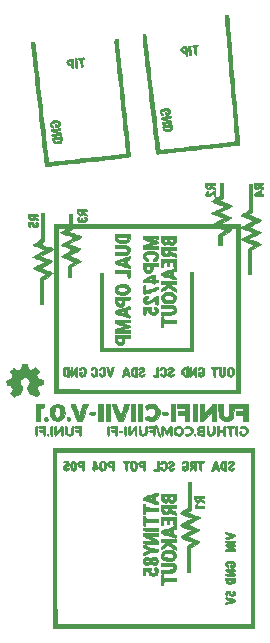
<source format=gbr>
G04 #@! TF.GenerationSoftware,KiCad,Pcbnew,5.0.2-bee76a0~70~ubuntu18.04.1*
G04 #@! TF.CreationDate,2019-04-12T02:47:20+03:00*
G04 #@! TF.ProjectId,CiiVIi_Dongle_Production_PCB,43696956-4969-45f4-946f-6e676c655f50,rev?*
G04 #@! TF.SameCoordinates,Original*
G04 #@! TF.FileFunction,Legend,Bot*
G04 #@! TF.FilePolarity,Positive*
%FSLAX46Y46*%
G04 Gerber Fmt 4.6, Leading zero omitted, Abs format (unit mm)*
G04 Created by KiCad (PCBNEW 5.0.2-bee76a0~70~ubuntu18.04.1) date pe 12. huhtikuuta 2019 02.47.20*
%MOMM*%
%LPD*%
G01*
G04 APERTURE LIST*
%ADD10C,0.010000*%
G04 APERTURE END LIST*
D10*
G04 #@! TO.C,G\002A\002A\002A*
G36*
X9355666Y-26162000D02*
X-7704667Y-26162000D01*
X-7704667Y-11260667D01*
X-7408334Y-11260667D01*
X-7408334Y-18534944D01*
X-7408172Y-19313359D01*
X-7407696Y-20068927D01*
X-7406925Y-20797302D01*
X-7405874Y-21494138D01*
X-7404560Y-22155087D01*
X-7403001Y-22775806D01*
X-7401212Y-23351946D01*
X-7399212Y-23879163D01*
X-7397017Y-24353110D01*
X-7394643Y-24769441D01*
X-7392108Y-25123811D01*
X-7389429Y-25411871D01*
X-7386621Y-25629278D01*
X-7383703Y-25771685D01*
X-7380691Y-25834744D01*
X-7380005Y-25837551D01*
X-7335461Y-25840354D01*
X-7210343Y-25842973D01*
X-7008743Y-25845399D01*
X-6734754Y-25847623D01*
X-6392467Y-25849636D01*
X-5985975Y-25851429D01*
X-5519371Y-25852995D01*
X-4996747Y-25854323D01*
X-4422194Y-25855405D01*
X-3799805Y-25856233D01*
X-3133674Y-25856797D01*
X-2427891Y-25857089D01*
X-1686549Y-25857100D01*
X-913740Y-25856822D01*
X-113558Y-25856245D01*
X709907Y-25855360D01*
X843245Y-25855190D01*
X9038166Y-25844500D01*
X9048870Y-18552583D01*
X9059573Y-11260667D01*
X-7408334Y-11260667D01*
X-7704667Y-11260667D01*
X-7704667Y-10964333D01*
X9355666Y-10964333D01*
X9355666Y-26162000D01*
X9355666Y-26162000D01*
G37*
X9355666Y-26162000D02*
X-7704667Y-26162000D01*
X-7704667Y-11260667D01*
X-7408334Y-11260667D01*
X-7408334Y-18534944D01*
X-7408172Y-19313359D01*
X-7407696Y-20068927D01*
X-7406925Y-20797302D01*
X-7405874Y-21494138D01*
X-7404560Y-22155087D01*
X-7403001Y-22775806D01*
X-7401212Y-23351946D01*
X-7399212Y-23879163D01*
X-7397017Y-24353110D01*
X-7394643Y-24769441D01*
X-7392108Y-25123811D01*
X-7389429Y-25411871D01*
X-7386621Y-25629278D01*
X-7383703Y-25771685D01*
X-7380691Y-25834744D01*
X-7380005Y-25837551D01*
X-7335461Y-25840354D01*
X-7210343Y-25842973D01*
X-7008743Y-25845399D01*
X-6734754Y-25847623D01*
X-6392467Y-25849636D01*
X-5985975Y-25851429D01*
X-5519371Y-25852995D01*
X-4996747Y-25854323D01*
X-4422194Y-25855405D01*
X-3799805Y-25856233D01*
X-3133674Y-25856797D01*
X-2427891Y-25857089D01*
X-1686549Y-25857100D01*
X-913740Y-25856822D01*
X-113558Y-25856245D01*
X709907Y-25855360D01*
X843245Y-25855190D01*
X9038166Y-25844500D01*
X9048870Y-18552583D01*
X9059573Y-11260667D01*
X-7408334Y-11260667D01*
X-7704667Y-11260667D01*
X-7704667Y-10964333D01*
X9355666Y-10964333D01*
X9355666Y-26162000D01*
G36*
X1003560Y-8982507D02*
X1051731Y-9030484D01*
X1115836Y-9159297D01*
X1196282Y-9369826D01*
X1234515Y-9481260D01*
X1297421Y-9671792D01*
X1348990Y-9832940D01*
X1383943Y-9947849D01*
X1396997Y-9999664D01*
X1397000Y-9999844D01*
X1377099Y-10036961D01*
X1331486Y-10016809D01*
X1281295Y-9952644D01*
X1264258Y-9916583D01*
X1231163Y-9827343D01*
X1179312Y-9681400D01*
X1117001Y-9502279D01*
X1076683Y-9384674D01*
X1014336Y-9196139D01*
X979877Y-9074449D01*
X971074Y-9007322D01*
X985692Y-8982476D01*
X1003560Y-8982507D01*
X1003560Y-8982507D01*
G37*
X1003560Y-8982507D02*
X1051731Y-9030484D01*
X1115836Y-9159297D01*
X1196282Y-9369826D01*
X1234515Y-9481260D01*
X1297421Y-9671792D01*
X1348990Y-9832940D01*
X1383943Y-9947849D01*
X1396997Y-9999664D01*
X1397000Y-9999844D01*
X1377099Y-10036961D01*
X1331486Y-10016809D01*
X1281295Y-9952644D01*
X1264258Y-9916583D01*
X1231163Y-9827343D01*
X1179312Y-9681400D01*
X1117001Y-9502279D01*
X1076683Y-9384674D01*
X1014336Y-9196139D01*
X979877Y-9074449D01*
X971074Y-9007322D01*
X985692Y-8982476D01*
X1003560Y-8982507D01*
G36*
X-9059771Y-9106986D02*
X-9035258Y-9133589D01*
X-9023515Y-9197441D01*
X-9021519Y-9314510D01*
X-9025995Y-9492766D01*
X-9034005Y-9680268D01*
X-9046142Y-9798967D01*
X-9065784Y-9864726D01*
X-9096305Y-9893406D01*
X-9112250Y-9898037D01*
X-9146668Y-9896541D01*
X-9168482Y-9866269D01*
X-9180491Y-9792447D01*
X-9185495Y-9660300D01*
X-9186334Y-9506937D01*
X-9185122Y-9319274D01*
X-9179264Y-9200592D01*
X-9165423Y-9135214D01*
X-9140261Y-9107464D01*
X-9100444Y-9101667D01*
X-9100079Y-9101667D01*
X-9059771Y-9106986D01*
X-9059771Y-9106986D01*
G37*
X-9059771Y-9106986D02*
X-9035258Y-9133589D01*
X-9023515Y-9197441D01*
X-9021519Y-9314510D01*
X-9025995Y-9492766D01*
X-9034005Y-9680268D01*
X-9046142Y-9798967D01*
X-9065784Y-9864726D01*
X-9096305Y-9893406D01*
X-9112250Y-9898037D01*
X-9146668Y-9896541D01*
X-9168482Y-9866269D01*
X-9180491Y-9792447D01*
X-9185495Y-9660300D01*
X-9186334Y-9506937D01*
X-9185122Y-9319274D01*
X-9179264Y-9200592D01*
X-9165423Y-9135214D01*
X-9140261Y-9107464D01*
X-9100444Y-9101667D01*
X-9100079Y-9101667D01*
X-9059771Y-9106986D01*
G36*
X-8382000Y-9503833D02*
X-8384479Y-9697079D01*
X-8393291Y-9819391D01*
X-8410501Y-9884398D01*
X-8438175Y-9905724D01*
X-8442945Y-9906000D01*
X-8491622Y-9865763D01*
X-8516965Y-9748011D01*
X-8517028Y-9747250D01*
X-8530547Y-9647258D01*
X-8565970Y-9599227D01*
X-8648754Y-9580510D01*
X-8710084Y-9575482D01*
X-8838530Y-9553575D01*
X-8888884Y-9511078D01*
X-8890000Y-9501399D01*
X-8862102Y-9460574D01*
X-8769939Y-9442294D01*
X-8699500Y-9440333D01*
X-8581947Y-9435947D01*
X-8526251Y-9414385D01*
X-8509728Y-9363045D01*
X-8509000Y-9334500D01*
X-8515863Y-9271689D01*
X-8550886Y-9240354D01*
X-8635720Y-9229669D01*
X-8720667Y-9228667D01*
X-8853776Y-9221869D01*
X-8918789Y-9198332D01*
X-8932334Y-9165167D01*
X-8913964Y-9129548D01*
X-8848323Y-9109752D01*
X-8719616Y-9102131D01*
X-8657167Y-9101667D01*
X-8382000Y-9101667D01*
X-8382000Y-9503833D01*
X-8382000Y-9503833D01*
G37*
X-8382000Y-9503833D02*
X-8384479Y-9697079D01*
X-8393291Y-9819391D01*
X-8410501Y-9884398D01*
X-8438175Y-9905724D01*
X-8442945Y-9906000D01*
X-8491622Y-9865763D01*
X-8516965Y-9748011D01*
X-8517028Y-9747250D01*
X-8530547Y-9647258D01*
X-8565970Y-9599227D01*
X-8648754Y-9580510D01*
X-8710084Y-9575482D01*
X-8838530Y-9553575D01*
X-8888884Y-9511078D01*
X-8890000Y-9501399D01*
X-8862102Y-9460574D01*
X-8769939Y-9442294D01*
X-8699500Y-9440333D01*
X-8581947Y-9435947D01*
X-8526251Y-9414385D01*
X-8509728Y-9363045D01*
X-8509000Y-9334500D01*
X-8515863Y-9271689D01*
X-8550886Y-9240354D01*
X-8635720Y-9229669D01*
X-8720667Y-9228667D01*
X-8853776Y-9221869D01*
X-8918789Y-9198332D01*
X-8932334Y-9165167D01*
X-8913964Y-9129548D01*
X-8848323Y-9109752D01*
X-8719616Y-9102131D01*
X-8657167Y-9101667D01*
X-8382000Y-9101667D01*
X-8382000Y-9503833D01*
G36*
X-8088004Y-9792482D02*
X-8085667Y-9817805D01*
X-8112560Y-9890579D01*
X-8152271Y-9906000D01*
X-8203134Y-9874260D01*
X-8205188Y-9835425D01*
X-8169836Y-9764859D01*
X-8120922Y-9749092D01*
X-8088004Y-9792482D01*
X-8088004Y-9792482D01*
G37*
X-8088004Y-9792482D02*
X-8085667Y-9817805D01*
X-8112560Y-9890579D01*
X-8152271Y-9906000D01*
X-8203134Y-9874260D01*
X-8205188Y-9835425D01*
X-8169836Y-9764859D01*
X-8120922Y-9749092D01*
X-8088004Y-9792482D01*
G36*
X-7792316Y-9107739D02*
X-7767480Y-9136428D01*
X-7753854Y-9203438D01*
X-7748130Y-9324475D01*
X-7747000Y-9503833D01*
X-7748279Y-9690751D01*
X-7754319Y-9808721D01*
X-7768426Y-9873447D01*
X-7793908Y-9900636D01*
X-7831667Y-9906000D01*
X-7871018Y-9899927D01*
X-7895854Y-9871238D01*
X-7909481Y-9804228D01*
X-7915205Y-9683191D01*
X-7916334Y-9503833D01*
X-7915055Y-9316915D01*
X-7909016Y-9198945D01*
X-7894908Y-9134219D01*
X-7869427Y-9107031D01*
X-7831667Y-9101667D01*
X-7792316Y-9107739D01*
X-7792316Y-9107739D01*
G37*
X-7792316Y-9107739D02*
X-7767480Y-9136428D01*
X-7753854Y-9203438D01*
X-7748130Y-9324475D01*
X-7747000Y-9503833D01*
X-7748279Y-9690751D01*
X-7754319Y-9808721D01*
X-7768426Y-9873447D01*
X-7793908Y-9900636D01*
X-7831667Y-9906000D01*
X-7871018Y-9899927D01*
X-7895854Y-9871238D01*
X-7909481Y-9804228D01*
X-7915205Y-9683191D01*
X-7916334Y-9503833D01*
X-7915055Y-9316915D01*
X-7909016Y-9198945D01*
X-7894908Y-9134219D01*
X-7869427Y-9107031D01*
X-7831667Y-9101667D01*
X-7792316Y-9107739D01*
G36*
X-6899240Y-9109659D02*
X-6876446Y-9143964D01*
X-6863970Y-9220075D01*
X-6858831Y-9353485D01*
X-6858000Y-9503833D01*
X-6859345Y-9690916D01*
X-6865523Y-9809009D01*
X-6879754Y-9873774D01*
X-6905256Y-9900872D01*
X-6940647Y-9906000D01*
X-6987252Y-9895123D01*
X-7014529Y-9849909D01*
X-7029423Y-9751481D01*
X-7035897Y-9647077D01*
X-7048500Y-9388154D01*
X-7235755Y-9647077D01*
X-7346077Y-9785423D01*
X-7439814Y-9876068D01*
X-7500339Y-9906000D01*
X-7536428Y-9898008D01*
X-7559221Y-9863702D01*
X-7571698Y-9787591D01*
X-7576836Y-9654181D01*
X-7577667Y-9503833D01*
X-7576323Y-9316751D01*
X-7570145Y-9198658D01*
X-7555914Y-9133893D01*
X-7530412Y-9106794D01*
X-7495021Y-9101667D01*
X-7448416Y-9112543D01*
X-7421138Y-9157758D01*
X-7406244Y-9256185D01*
X-7399771Y-9360589D01*
X-7387167Y-9619512D01*
X-7199912Y-9360589D01*
X-7089590Y-9222243D01*
X-6995853Y-9131598D01*
X-6935329Y-9101667D01*
X-6899240Y-9109659D01*
X-6899240Y-9109659D01*
G37*
X-6899240Y-9109659D02*
X-6876446Y-9143964D01*
X-6863970Y-9220075D01*
X-6858831Y-9353485D01*
X-6858000Y-9503833D01*
X-6859345Y-9690916D01*
X-6865523Y-9809009D01*
X-6879754Y-9873774D01*
X-6905256Y-9900872D01*
X-6940647Y-9906000D01*
X-6987252Y-9895123D01*
X-7014529Y-9849909D01*
X-7029423Y-9751481D01*
X-7035897Y-9647077D01*
X-7048500Y-9388154D01*
X-7235755Y-9647077D01*
X-7346077Y-9785423D01*
X-7439814Y-9876068D01*
X-7500339Y-9906000D01*
X-7536428Y-9898008D01*
X-7559221Y-9863702D01*
X-7571698Y-9787591D01*
X-7576836Y-9654181D01*
X-7577667Y-9503833D01*
X-7576323Y-9316751D01*
X-7570145Y-9198658D01*
X-7555914Y-9133893D01*
X-7530412Y-9106794D01*
X-7495021Y-9101667D01*
X-7448416Y-9112543D01*
X-7421138Y-9157758D01*
X-7406244Y-9256185D01*
X-7399771Y-9360589D01*
X-7387167Y-9619512D01*
X-7199912Y-9360589D01*
X-7089590Y-9222243D01*
X-6995853Y-9131598D01*
X-6935329Y-9101667D01*
X-6899240Y-9109659D01*
G36*
X-6004210Y-9112058D02*
X-5978757Y-9156756D01*
X-5969727Y-9256041D01*
X-5969000Y-9328183D01*
X-5986194Y-9554425D01*
X-6034823Y-9730968D01*
X-6110456Y-9843920D01*
X-6140004Y-9864560D01*
X-6298727Y-9906341D01*
X-6462261Y-9879919D01*
X-6584758Y-9802091D01*
X-6640838Y-9735098D01*
X-6672350Y-9657957D01*
X-6686029Y-9544598D01*
X-6688667Y-9399924D01*
X-6686411Y-9243583D01*
X-6676228Y-9153811D01*
X-6652993Y-9112558D01*
X-6611582Y-9101773D01*
X-6604000Y-9101667D01*
X-6558991Y-9109882D01*
X-6533473Y-9146756D01*
X-6522054Y-9230628D01*
X-6519338Y-9379838D01*
X-6519334Y-9389533D01*
X-6509829Y-9582051D01*
X-6477840Y-9703295D01*
X-6418156Y-9764877D01*
X-6344558Y-9779000D01*
X-6241068Y-9749334D01*
X-6174839Y-9656143D01*
X-6142670Y-9493141D01*
X-6138334Y-9373809D01*
X-6135637Y-9225886D01*
X-6123649Y-9143760D01*
X-6096519Y-9108634D01*
X-6053667Y-9101667D01*
X-6004210Y-9112058D01*
X-6004210Y-9112058D01*
G37*
X-6004210Y-9112058D02*
X-5978757Y-9156756D01*
X-5969727Y-9256041D01*
X-5969000Y-9328183D01*
X-5986194Y-9554425D01*
X-6034823Y-9730968D01*
X-6110456Y-9843920D01*
X-6140004Y-9864560D01*
X-6298727Y-9906341D01*
X-6462261Y-9879919D01*
X-6584758Y-9802091D01*
X-6640838Y-9735098D01*
X-6672350Y-9657957D01*
X-6686029Y-9544598D01*
X-6688667Y-9399924D01*
X-6686411Y-9243583D01*
X-6676228Y-9153811D01*
X-6652993Y-9112558D01*
X-6611582Y-9101773D01*
X-6604000Y-9101667D01*
X-6558991Y-9109882D01*
X-6533473Y-9146756D01*
X-6522054Y-9230628D01*
X-6519338Y-9379838D01*
X-6519334Y-9389533D01*
X-6509829Y-9582051D01*
X-6477840Y-9703295D01*
X-6418156Y-9764877D01*
X-6344558Y-9779000D01*
X-6241068Y-9749334D01*
X-6174839Y-9656143D01*
X-6142670Y-9493141D01*
X-6138334Y-9373809D01*
X-6135637Y-9225886D01*
X-6123649Y-9143760D01*
X-6096519Y-9108634D01*
X-6053667Y-9101667D01*
X-6004210Y-9112058D01*
G36*
X-5334000Y-9503833D02*
X-5335279Y-9690751D01*
X-5341319Y-9808721D01*
X-5355426Y-9873447D01*
X-5380908Y-9900636D01*
X-5418667Y-9906000D01*
X-5474059Y-9891800D01*
X-5498540Y-9834405D01*
X-5503334Y-9736667D01*
X-5507407Y-9628279D01*
X-5535922Y-9580118D01*
X-5613319Y-9567740D01*
X-5672667Y-9567333D01*
X-5790410Y-9556848D01*
X-5838927Y-9522089D01*
X-5842000Y-9503833D01*
X-5814039Y-9459680D01*
X-5721349Y-9441486D01*
X-5672667Y-9440333D01*
X-5563569Y-9434557D01*
X-5515078Y-9407310D01*
X-5503394Y-9343716D01*
X-5503334Y-9334500D01*
X-5511230Y-9269192D01*
X-5550041Y-9238250D01*
X-5642452Y-9229071D01*
X-5693834Y-9228667D01*
X-5819395Y-9220356D01*
X-5876588Y-9192099D01*
X-5884334Y-9165167D01*
X-5865964Y-9129548D01*
X-5800323Y-9109752D01*
X-5671616Y-9102131D01*
X-5609167Y-9101667D01*
X-5334000Y-9101667D01*
X-5334000Y-9503833D01*
X-5334000Y-9503833D01*
G37*
X-5334000Y-9503833D02*
X-5335279Y-9690751D01*
X-5341319Y-9808721D01*
X-5355426Y-9873447D01*
X-5380908Y-9900636D01*
X-5418667Y-9906000D01*
X-5474059Y-9891800D01*
X-5498540Y-9834405D01*
X-5503334Y-9736667D01*
X-5507407Y-9628279D01*
X-5535922Y-9580118D01*
X-5613319Y-9567740D01*
X-5672667Y-9567333D01*
X-5790410Y-9556848D01*
X-5838927Y-9522089D01*
X-5842000Y-9503833D01*
X-5814039Y-9459680D01*
X-5721349Y-9441486D01*
X-5672667Y-9440333D01*
X-5563569Y-9434557D01*
X-5515078Y-9407310D01*
X-5503394Y-9343716D01*
X-5503334Y-9334500D01*
X-5511230Y-9269192D01*
X-5550041Y-9238250D01*
X-5642452Y-9229071D01*
X-5693834Y-9228667D01*
X-5819395Y-9220356D01*
X-5876588Y-9192099D01*
X-5884334Y-9165167D01*
X-5865964Y-9129548D01*
X-5800323Y-9109752D01*
X-5671616Y-9102131D01*
X-5609167Y-9101667D01*
X-5334000Y-9101667D01*
X-5334000Y-9503833D01*
G36*
X-2996564Y-9116060D02*
X-2977408Y-9168702D01*
X-2967125Y-9273786D01*
X-2963473Y-9445505D01*
X-2963334Y-9503833D01*
X-2965606Y-9695542D01*
X-2973918Y-9816863D01*
X-2990511Y-9881990D01*
X-3017624Y-9905115D01*
X-3026834Y-9906000D01*
X-3057104Y-9891607D01*
X-3076260Y-9838965D01*
X-3086543Y-9733881D01*
X-3090194Y-9562161D01*
X-3090334Y-9503833D01*
X-3088061Y-9312124D01*
X-3079749Y-9190803D01*
X-3063157Y-9125676D01*
X-3036044Y-9102551D01*
X-3026834Y-9101667D01*
X-2996564Y-9116060D01*
X-2996564Y-9116060D01*
G37*
X-2996564Y-9116060D02*
X-2977408Y-9168702D01*
X-2967125Y-9273786D01*
X-2963473Y-9445505D01*
X-2963334Y-9503833D01*
X-2965606Y-9695542D01*
X-2973918Y-9816863D01*
X-2990511Y-9881990D01*
X-3017624Y-9905115D01*
X-3026834Y-9906000D01*
X-3057104Y-9891607D01*
X-3076260Y-9838965D01*
X-3086543Y-9733881D01*
X-3090194Y-9562161D01*
X-3090334Y-9503833D01*
X-3088061Y-9312124D01*
X-3079749Y-9190803D01*
X-3063157Y-9125676D01*
X-3036044Y-9102551D01*
X-3026834Y-9101667D01*
X-2996564Y-9116060D01*
G36*
X-2286000Y-9503833D02*
X-2288949Y-9701082D01*
X-2298917Y-9825820D01*
X-2317587Y-9890035D01*
X-2342445Y-9906000D01*
X-2414443Y-9887195D01*
X-2427112Y-9877778D01*
X-2446483Y-9819682D01*
X-2455285Y-9716826D01*
X-2455334Y-9708444D01*
X-2460908Y-9618069D01*
X-2493884Y-9577902D01*
X-2578642Y-9567627D01*
X-2624667Y-9567333D01*
X-2742410Y-9556848D01*
X-2790927Y-9522089D01*
X-2794000Y-9503833D01*
X-2766039Y-9459680D01*
X-2673349Y-9441486D01*
X-2624667Y-9440333D01*
X-2515569Y-9434557D01*
X-2467078Y-9407310D01*
X-2455394Y-9343716D01*
X-2455334Y-9334500D01*
X-2463230Y-9269192D01*
X-2502041Y-9238250D01*
X-2594452Y-9229071D01*
X-2645834Y-9228667D01*
X-2771395Y-9220356D01*
X-2828588Y-9192099D01*
X-2836334Y-9165167D01*
X-2817964Y-9129548D01*
X-2752323Y-9109752D01*
X-2623616Y-9102131D01*
X-2561167Y-9101667D01*
X-2286000Y-9101667D01*
X-2286000Y-9503833D01*
X-2286000Y-9503833D01*
G37*
X-2286000Y-9503833D02*
X-2288949Y-9701082D01*
X-2298917Y-9825820D01*
X-2317587Y-9890035D01*
X-2342445Y-9906000D01*
X-2414443Y-9887195D01*
X-2427112Y-9877778D01*
X-2446483Y-9819682D01*
X-2455285Y-9716826D01*
X-2455334Y-9708444D01*
X-2460908Y-9618069D01*
X-2493884Y-9577902D01*
X-2578642Y-9567627D01*
X-2624667Y-9567333D01*
X-2742410Y-9556848D01*
X-2790927Y-9522089D01*
X-2794000Y-9503833D01*
X-2766039Y-9459680D01*
X-2673349Y-9441486D01*
X-2624667Y-9440333D01*
X-2515569Y-9434557D01*
X-2467078Y-9407310D01*
X-2455394Y-9343716D01*
X-2455334Y-9334500D01*
X-2463230Y-9269192D01*
X-2502041Y-9238250D01*
X-2594452Y-9229071D01*
X-2645834Y-9228667D01*
X-2771395Y-9220356D01*
X-2828588Y-9192099D01*
X-2836334Y-9165167D01*
X-2817964Y-9129548D01*
X-2752323Y-9109752D01*
X-2623616Y-9102131D01*
X-2561167Y-9101667D01*
X-2286000Y-9101667D01*
X-2286000Y-9503833D01*
G36*
X-1557231Y-9116060D02*
X-1538075Y-9168702D01*
X-1527792Y-9273786D01*
X-1524140Y-9445505D01*
X-1524000Y-9503833D01*
X-1526273Y-9695542D01*
X-1534585Y-9816863D01*
X-1551177Y-9881990D01*
X-1578291Y-9905115D01*
X-1587500Y-9906000D01*
X-1617770Y-9891607D01*
X-1636926Y-9838965D01*
X-1647209Y-9733881D01*
X-1650861Y-9562161D01*
X-1651000Y-9503833D01*
X-1648728Y-9312124D01*
X-1640416Y-9190803D01*
X-1623824Y-9125676D01*
X-1596710Y-9102551D01*
X-1587500Y-9101667D01*
X-1557231Y-9116060D01*
X-1557231Y-9116060D01*
G37*
X-1557231Y-9116060D02*
X-1538075Y-9168702D01*
X-1527792Y-9273786D01*
X-1524140Y-9445505D01*
X-1524000Y-9503833D01*
X-1526273Y-9695542D01*
X-1534585Y-9816863D01*
X-1551177Y-9881990D01*
X-1578291Y-9905115D01*
X-1587500Y-9906000D01*
X-1617770Y-9891607D01*
X-1636926Y-9838965D01*
X-1647209Y-9733881D01*
X-1650861Y-9562161D01*
X-1651000Y-9503833D01*
X-1648728Y-9312124D01*
X-1640416Y-9190803D01*
X-1623824Y-9125676D01*
X-1596710Y-9102551D01*
X-1587500Y-9101667D01*
X-1557231Y-9116060D01*
G36*
X-1213749Y-9125742D02*
X-1190431Y-9206910D01*
X-1177144Y-9358580D01*
X-1176771Y-9366250D01*
X-1164167Y-9630833D01*
X-960610Y-9366250D01*
X-833775Y-9209075D01*
X-744449Y-9123320D01*
X-686274Y-9111670D01*
X-652894Y-9176811D01*
X-637953Y-9321429D01*
X-635000Y-9503833D01*
X-637433Y-9696722D01*
X-646133Y-9818807D01*
X-663203Y-9883851D01*
X-690748Y-9905614D01*
X-696480Y-9906000D01*
X-733585Y-9881924D01*
X-756904Y-9800756D01*
X-770190Y-9649087D01*
X-770564Y-9641417D01*
X-783167Y-9376833D01*
X-986725Y-9641417D01*
X-1113559Y-9798591D01*
X-1202885Y-9884346D01*
X-1261060Y-9895996D01*
X-1294440Y-9830855D01*
X-1309382Y-9686238D01*
X-1312334Y-9503833D01*
X-1309901Y-9310945D01*
X-1301202Y-9188859D01*
X-1284131Y-9123815D01*
X-1256586Y-9102052D01*
X-1250854Y-9101667D01*
X-1213749Y-9125742D01*
X-1213749Y-9125742D01*
G37*
X-1213749Y-9125742D02*
X-1190431Y-9206910D01*
X-1177144Y-9358580D01*
X-1176771Y-9366250D01*
X-1164167Y-9630833D01*
X-960610Y-9366250D01*
X-833775Y-9209075D01*
X-744449Y-9123320D01*
X-686274Y-9111670D01*
X-652894Y-9176811D01*
X-637953Y-9321429D01*
X-635000Y-9503833D01*
X-637433Y-9696722D01*
X-646133Y-9818807D01*
X-663203Y-9883851D01*
X-690748Y-9905614D01*
X-696480Y-9906000D01*
X-733585Y-9881924D01*
X-756904Y-9800756D01*
X-770190Y-9649087D01*
X-770564Y-9641417D01*
X-783167Y-9376833D01*
X-986725Y-9641417D01*
X-1113559Y-9798591D01*
X-1202885Y-9884346D01*
X-1261060Y-9895996D01*
X-1294440Y-9830855D01*
X-1309382Y-9686238D01*
X-1312334Y-9503833D01*
X-1309901Y-9310945D01*
X-1301202Y-9188859D01*
X-1284131Y-9123815D01*
X-1256586Y-9102052D01*
X-1250854Y-9101667D01*
X-1213749Y-9125742D01*
G36*
X224134Y-9118406D02*
X243809Y-9178858D01*
X252624Y-9298373D01*
X254000Y-9416094D01*
X251441Y-9580965D01*
X239409Y-9684779D01*
X211370Y-9751098D01*
X160788Y-9803480D01*
X142457Y-9818261D01*
X28391Y-9880741D01*
X-84667Y-9906000D01*
X-200400Y-9879708D01*
X-311791Y-9818261D01*
X-369565Y-9765604D01*
X-403036Y-9705359D01*
X-418738Y-9613968D01*
X-423206Y-9467869D01*
X-423334Y-9416094D01*
X-419953Y-9249549D01*
X-407745Y-9152127D01*
X-383608Y-9108476D01*
X-359834Y-9101667D01*
X-322352Y-9121758D01*
X-302580Y-9192680D01*
X-296369Y-9330406D01*
X-296334Y-9346247D01*
X-277250Y-9550001D01*
X-222744Y-9693874D01*
X-136930Y-9769449D01*
X-84667Y-9779000D01*
X14992Y-9739983D01*
X85363Y-9628544D01*
X122328Y-9453098D01*
X127000Y-9346247D01*
X132216Y-9201881D01*
X150629Y-9125724D01*
X186387Y-9101803D01*
X190500Y-9101667D01*
X224134Y-9118406D01*
X224134Y-9118406D01*
G37*
X224134Y-9118406D02*
X243809Y-9178858D01*
X252624Y-9298373D01*
X254000Y-9416094D01*
X251441Y-9580965D01*
X239409Y-9684779D01*
X211370Y-9751098D01*
X160788Y-9803480D01*
X142457Y-9818261D01*
X28391Y-9880741D01*
X-84667Y-9906000D01*
X-200400Y-9879708D01*
X-311791Y-9818261D01*
X-369565Y-9765604D01*
X-403036Y-9705359D01*
X-418738Y-9613968D01*
X-423206Y-9467869D01*
X-423334Y-9416094D01*
X-419953Y-9249549D01*
X-407745Y-9152127D01*
X-383608Y-9108476D01*
X-359834Y-9101667D01*
X-322352Y-9121758D01*
X-302580Y-9192680D01*
X-296369Y-9330406D01*
X-296334Y-9346247D01*
X-277250Y-9550001D01*
X-222744Y-9693874D01*
X-136930Y-9769449D01*
X-84667Y-9779000D01*
X14992Y-9739983D01*
X85363Y-9628544D01*
X122328Y-9453098D01*
X127000Y-9346247D01*
X132216Y-9201881D01*
X150629Y-9125724D01*
X186387Y-9101803D01*
X190500Y-9101667D01*
X224134Y-9118406D01*
G36*
X922338Y-9492766D02*
X914329Y-9680268D01*
X902191Y-9798967D01*
X882550Y-9864726D01*
X852029Y-9893406D01*
X836083Y-9898037D01*
X788043Y-9892203D01*
X766369Y-9837405D01*
X762000Y-9739771D01*
X762000Y-9567333D01*
X567972Y-9567333D01*
X439851Y-9554359D01*
X389125Y-9523541D01*
X414011Y-9487035D01*
X512731Y-9456999D01*
X585373Y-9448482D01*
X698058Y-9434030D01*
X749210Y-9402796D01*
X761947Y-9339542D01*
X762000Y-9332066D01*
X753731Y-9268211D01*
X713845Y-9237957D01*
X619723Y-9229027D01*
X571500Y-9228667D01*
X445938Y-9220356D01*
X388745Y-9192099D01*
X381000Y-9165167D01*
X399293Y-9129637D01*
X464693Y-9109842D01*
X592981Y-9102163D01*
X657755Y-9101667D01*
X934510Y-9101667D01*
X922338Y-9492766D01*
X922338Y-9492766D01*
G37*
X922338Y-9492766D02*
X914329Y-9680268D01*
X902191Y-9798967D01*
X882550Y-9864726D01*
X852029Y-9893406D01*
X836083Y-9898037D01*
X788043Y-9892203D01*
X766369Y-9837405D01*
X762000Y-9739771D01*
X762000Y-9567333D01*
X567972Y-9567333D01*
X439851Y-9554359D01*
X389125Y-9523541D01*
X414011Y-9487035D01*
X512731Y-9456999D01*
X585373Y-9448482D01*
X698058Y-9434030D01*
X749210Y-9402796D01*
X761947Y-9339542D01*
X762000Y-9332066D01*
X753731Y-9268211D01*
X713845Y-9237957D01*
X619723Y-9229027D01*
X571500Y-9228667D01*
X445938Y-9220356D01*
X388745Y-9192099D01*
X381000Y-9165167D01*
X399293Y-9129637D01*
X464693Y-9109842D01*
X592981Y-9102163D01*
X657755Y-9101667D01*
X934510Y-9101667D01*
X922338Y-9492766D01*
G36*
X2326704Y-9108313D02*
X2350852Y-9138686D01*
X2364094Y-9208437D01*
X2369629Y-9333216D01*
X2370666Y-9503833D01*
X2368394Y-9695542D01*
X2360082Y-9816863D01*
X2343489Y-9881990D01*
X2316376Y-9905115D01*
X2307166Y-9906000D01*
X2272015Y-9887910D01*
X2251969Y-9823232D01*
X2243497Y-9696353D01*
X2242538Y-9620250D01*
X2241410Y-9334500D01*
X2109343Y-9577917D01*
X2034598Y-9702574D01*
X1968387Y-9790350D01*
X1927207Y-9821333D01*
X1883544Y-9785916D01*
X1822708Y-9694375D01*
X1774653Y-9601376D01*
X1672166Y-9381418D01*
X1651000Y-9632754D01*
X1632615Y-9781876D01*
X1604991Y-9864010D01*
X1561802Y-9896785D01*
X1555750Y-9898149D01*
X1521331Y-9896594D01*
X1499516Y-9866268D01*
X1487507Y-9792392D01*
X1482505Y-9660189D01*
X1481666Y-9506937D01*
X1482562Y-9319703D01*
X1487797Y-9201351D01*
X1501188Y-9136098D01*
X1526554Y-9108160D01*
X1567714Y-9101754D01*
X1579716Y-9101667D01*
X1642814Y-9117986D01*
X1701625Y-9177384D01*
X1769685Y-9295517D01*
X1799025Y-9355372D01*
X1920286Y-9609077D01*
X2063261Y-9355372D01*
X2163827Y-9197217D01*
X2245070Y-9115736D01*
X2288451Y-9101667D01*
X2326704Y-9108313D01*
X2326704Y-9108313D01*
G37*
X2326704Y-9108313D02*
X2350852Y-9138686D01*
X2364094Y-9208437D01*
X2369629Y-9333216D01*
X2370666Y-9503833D01*
X2368394Y-9695542D01*
X2360082Y-9816863D01*
X2343489Y-9881990D01*
X2316376Y-9905115D01*
X2307166Y-9906000D01*
X2272015Y-9887910D01*
X2251969Y-9823232D01*
X2243497Y-9696353D01*
X2242538Y-9620250D01*
X2241410Y-9334500D01*
X2109343Y-9577917D01*
X2034598Y-9702574D01*
X1968387Y-9790350D01*
X1927207Y-9821333D01*
X1883544Y-9785916D01*
X1822708Y-9694375D01*
X1774653Y-9601376D01*
X1672166Y-9381418D01*
X1651000Y-9632754D01*
X1632615Y-9781876D01*
X1604991Y-9864010D01*
X1561802Y-9896785D01*
X1555750Y-9898149D01*
X1521331Y-9896594D01*
X1499516Y-9866268D01*
X1487507Y-9792392D01*
X1482505Y-9660189D01*
X1481666Y-9506937D01*
X1482562Y-9319703D01*
X1487797Y-9201351D01*
X1501188Y-9136098D01*
X1526554Y-9108160D01*
X1567714Y-9101754D01*
X1579716Y-9101667D01*
X1642814Y-9117986D01*
X1701625Y-9177384D01*
X1769685Y-9295517D01*
X1799025Y-9355372D01*
X1920286Y-9609077D01*
X2063261Y-9355372D01*
X2163827Y-9197217D01*
X2245070Y-9115736D01*
X2288451Y-9101667D01*
X2326704Y-9108313D01*
G36*
X3028468Y-9114757D02*
X3181107Y-9190459D01*
X3220589Y-9225410D01*
X3319424Y-9370470D01*
X3346400Y-9520097D01*
X3312464Y-9661201D01*
X3228561Y-9780690D01*
X3105637Y-9865473D01*
X2954639Y-9902459D01*
X2786513Y-9878558D01*
X2704594Y-9842515D01*
X2587934Y-9734946D01*
X2520629Y-9581651D01*
X2518337Y-9503833D01*
X2667000Y-9503833D01*
X2700422Y-9620192D01*
X2782698Y-9720781D01*
X2886837Y-9775812D01*
X2916310Y-9779000D01*
X3007725Y-9753276D01*
X3090935Y-9702358D01*
X3165779Y-9596669D01*
X3179175Y-9471568D01*
X3139285Y-9351945D01*
X3054271Y-9262689D01*
X2935605Y-9228667D01*
X2814719Y-9266218D01*
X2716400Y-9360042D01*
X2668221Y-9481891D01*
X2667000Y-9503833D01*
X2518337Y-9503833D01*
X2515671Y-9413367D01*
X2518105Y-9401312D01*
X2588808Y-9251750D01*
X2711389Y-9150643D01*
X2864919Y-9103232D01*
X3028468Y-9114757D01*
X3028468Y-9114757D01*
G37*
X3028468Y-9114757D02*
X3181107Y-9190459D01*
X3220589Y-9225410D01*
X3319424Y-9370470D01*
X3346400Y-9520097D01*
X3312464Y-9661201D01*
X3228561Y-9780690D01*
X3105637Y-9865473D01*
X2954639Y-9902459D01*
X2786513Y-9878558D01*
X2704594Y-9842515D01*
X2587934Y-9734946D01*
X2520629Y-9581651D01*
X2518337Y-9503833D01*
X2667000Y-9503833D01*
X2700422Y-9620192D01*
X2782698Y-9720781D01*
X2886837Y-9775812D01*
X2916310Y-9779000D01*
X3007725Y-9753276D01*
X3090935Y-9702358D01*
X3165779Y-9596669D01*
X3179175Y-9471568D01*
X3139285Y-9351945D01*
X3054271Y-9262689D01*
X2935605Y-9228667D01*
X2814719Y-9266218D01*
X2716400Y-9360042D01*
X2668221Y-9481891D01*
X2667000Y-9503833D01*
X2518337Y-9503833D01*
X2515671Y-9413367D01*
X2518105Y-9401312D01*
X2588808Y-9251750D01*
X2711389Y-9150643D01*
X2864919Y-9103232D01*
X3028468Y-9114757D01*
G36*
X3923525Y-9149452D02*
X3957517Y-9168634D01*
X4060300Y-9279265D01*
X4119225Y-9428835D01*
X4121888Y-9580875D01*
X4110765Y-9619176D01*
X4012053Y-9771481D01*
X3865759Y-9866716D01*
X3693690Y-9896174D01*
X3523056Y-9853800D01*
X3456186Y-9803199D01*
X3442945Y-9761415D01*
X3481378Y-9727441D01*
X3568995Y-9732494D01*
X3663421Y-9757708D01*
X3766316Y-9750447D01*
X3872111Y-9687647D01*
X3952381Y-9592427D01*
X3979333Y-9500761D01*
X3943030Y-9368839D01*
X3849245Y-9276451D01*
X3720664Y-9235895D01*
X3579971Y-9259472D01*
X3555786Y-9271114D01*
X3476161Y-9287526D01*
X3440290Y-9250918D01*
X3462676Y-9187725D01*
X3494123Y-9158744D01*
X3619499Y-9110977D01*
X3775994Y-9108165D01*
X3923525Y-9149452D01*
X3923525Y-9149452D01*
G37*
X3923525Y-9149452D02*
X3957517Y-9168634D01*
X4060300Y-9279265D01*
X4119225Y-9428835D01*
X4121888Y-9580875D01*
X4110765Y-9619176D01*
X4012053Y-9771481D01*
X3865759Y-9866716D01*
X3693690Y-9896174D01*
X3523056Y-9853800D01*
X3456186Y-9803199D01*
X3442945Y-9761415D01*
X3481378Y-9727441D01*
X3568995Y-9732494D01*
X3663421Y-9757708D01*
X3766316Y-9750447D01*
X3872111Y-9687647D01*
X3952381Y-9592427D01*
X3979333Y-9500761D01*
X3943030Y-9368839D01*
X3849245Y-9276451D01*
X3720664Y-9235895D01*
X3579971Y-9259472D01*
X3555786Y-9271114D01*
X3476161Y-9287526D01*
X3440290Y-9250918D01*
X3462676Y-9187725D01*
X3494123Y-9158744D01*
X3619499Y-9110977D01*
X3775994Y-9108165D01*
X3923525Y-9149452D01*
G36*
X4325802Y-9778283D02*
X4352274Y-9831917D01*
X4335763Y-9894873D01*
X4296833Y-9906000D01*
X4243262Y-9875621D01*
X4240812Y-9840264D01*
X4277445Y-9775239D01*
X4325802Y-9778283D01*
X4325802Y-9778283D01*
G37*
X4325802Y-9778283D02*
X4352274Y-9831917D01*
X4335763Y-9894873D01*
X4296833Y-9906000D01*
X4243262Y-9875621D01*
X4240812Y-9840264D01*
X4277445Y-9775239D01*
X4325802Y-9778283D01*
G36*
X5122333Y-9906000D02*
X4898919Y-9906000D01*
X4731038Y-9891682D01*
X4603978Y-9853376D01*
X4581419Y-9840099D01*
X4502230Y-9741249D01*
X4498934Y-9648472D01*
X4656666Y-9648472D01*
X4689891Y-9727709D01*
X4769616Y-9769230D01*
X4865919Y-9771761D01*
X4948875Y-9734027D01*
X4987694Y-9662583D01*
X4987009Y-9601745D01*
X4947460Y-9574291D01*
X4847657Y-9567390D01*
X4828944Y-9567333D01*
X4716439Y-9574505D01*
X4666326Y-9602791D01*
X4656666Y-9648472D01*
X4498934Y-9648472D01*
X4497992Y-9621986D01*
X4557394Y-9517750D01*
X4594752Y-9460524D01*
X4583498Y-9440333D01*
X4531475Y-9407183D01*
X4521829Y-9358580D01*
X4662167Y-9358580D01*
X4703414Y-9402655D01*
X4808649Y-9435972D01*
X4911017Y-9417027D01*
X4978319Y-9354738D01*
X4987694Y-9323917D01*
X4986002Y-9260399D01*
X4941557Y-9233695D01*
X4848782Y-9228667D01*
X4735672Y-9248473D01*
X4668979Y-9297150D01*
X4662167Y-9358580D01*
X4521829Y-9358580D01*
X4515939Y-9328905D01*
X4537924Y-9237256D01*
X4575141Y-9183192D01*
X4658023Y-9129770D01*
X4783339Y-9105233D01*
X4889500Y-9101667D01*
X5122333Y-9101667D01*
X5122333Y-9906000D01*
X5122333Y-9906000D01*
G37*
X5122333Y-9906000D02*
X4898919Y-9906000D01*
X4731038Y-9891682D01*
X4603978Y-9853376D01*
X4581419Y-9840099D01*
X4502230Y-9741249D01*
X4498934Y-9648472D01*
X4656666Y-9648472D01*
X4689891Y-9727709D01*
X4769616Y-9769230D01*
X4865919Y-9771761D01*
X4948875Y-9734027D01*
X4987694Y-9662583D01*
X4987009Y-9601745D01*
X4947460Y-9574291D01*
X4847657Y-9567390D01*
X4828944Y-9567333D01*
X4716439Y-9574505D01*
X4666326Y-9602791D01*
X4656666Y-9648472D01*
X4498934Y-9648472D01*
X4497992Y-9621986D01*
X4557394Y-9517750D01*
X4594752Y-9460524D01*
X4583498Y-9440333D01*
X4531475Y-9407183D01*
X4521829Y-9358580D01*
X4662167Y-9358580D01*
X4703414Y-9402655D01*
X4808649Y-9435972D01*
X4911017Y-9417027D01*
X4978319Y-9354738D01*
X4987694Y-9323917D01*
X4986002Y-9260399D01*
X4941557Y-9233695D01*
X4848782Y-9228667D01*
X4735672Y-9248473D01*
X4668979Y-9297150D01*
X4662167Y-9358580D01*
X4521829Y-9358580D01*
X4515939Y-9328905D01*
X4537924Y-9237256D01*
X4575141Y-9183192D01*
X4658023Y-9129770D01*
X4783339Y-9105233D01*
X4889500Y-9101667D01*
X5122333Y-9101667D01*
X5122333Y-9906000D01*
G36*
X5971047Y-9109613D02*
X5996530Y-9145487D01*
X6008241Y-9227338D01*
X6011303Y-9373218D01*
X6011333Y-9399924D01*
X6007531Y-9564697D01*
X5991634Y-9671044D01*
X5956907Y-9745035D01*
X5907424Y-9802091D01*
X5770648Y-9886520D01*
X5614861Y-9903693D01*
X5468751Y-9852560D01*
X5426649Y-9819684D01*
X5377615Y-9761907D01*
X5349427Y-9687111D01*
X5336696Y-9571905D01*
X5334000Y-9417517D01*
X5337355Y-9250542D01*
X5349476Y-9152711D01*
X5373444Y-9108690D01*
X5397500Y-9101667D01*
X5433288Y-9120186D01*
X5453088Y-9186293D01*
X5460592Y-9315808D01*
X5461000Y-9373809D01*
X5476098Y-9577147D01*
X5523528Y-9707274D01*
X5606489Y-9770481D01*
X5667223Y-9779000D01*
X5753617Y-9757819D01*
X5808027Y-9686536D01*
X5835662Y-9553537D01*
X5842000Y-9389533D01*
X5844416Y-9236501D01*
X5855261Y-9149741D01*
X5879929Y-9110914D01*
X5923815Y-9101680D01*
X5926666Y-9101667D01*
X5971047Y-9109613D01*
X5971047Y-9109613D01*
G37*
X5971047Y-9109613D02*
X5996530Y-9145487D01*
X6008241Y-9227338D01*
X6011303Y-9373218D01*
X6011333Y-9399924D01*
X6007531Y-9564697D01*
X5991634Y-9671044D01*
X5956907Y-9745035D01*
X5907424Y-9802091D01*
X5770648Y-9886520D01*
X5614861Y-9903693D01*
X5468751Y-9852560D01*
X5426649Y-9819684D01*
X5377615Y-9761907D01*
X5349427Y-9687111D01*
X5336696Y-9571905D01*
X5334000Y-9417517D01*
X5337355Y-9250542D01*
X5349476Y-9152711D01*
X5373444Y-9108690D01*
X5397500Y-9101667D01*
X5433288Y-9120186D01*
X5453088Y-9186293D01*
X5460592Y-9315808D01*
X5461000Y-9373809D01*
X5476098Y-9577147D01*
X5523528Y-9707274D01*
X5606489Y-9770481D01*
X5667223Y-9779000D01*
X5753617Y-9757819D01*
X5808027Y-9686536D01*
X5835662Y-9553537D01*
X5842000Y-9389533D01*
X5844416Y-9236501D01*
X5855261Y-9149741D01*
X5879929Y-9110914D01*
X5923815Y-9101680D01*
X5926666Y-9101667D01*
X5971047Y-9109613D01*
G36*
X6855017Y-9107739D02*
X6879853Y-9136428D01*
X6893480Y-9203438D01*
X6899204Y-9324475D01*
X6900333Y-9503833D01*
X6899054Y-9690751D01*
X6893015Y-9808721D01*
X6878907Y-9873447D01*
X6853426Y-9900636D01*
X6815666Y-9906000D01*
X6760274Y-9891800D01*
X6735793Y-9834405D01*
X6731000Y-9736667D01*
X6731000Y-9567333D01*
X6350000Y-9567333D01*
X6350000Y-9736667D01*
X6342899Y-9847451D01*
X6314202Y-9896413D01*
X6265333Y-9906000D01*
X6225982Y-9899927D01*
X6201146Y-9871238D01*
X6187519Y-9804228D01*
X6181795Y-9683191D01*
X6180666Y-9503833D01*
X6181945Y-9316915D01*
X6187984Y-9198945D01*
X6202092Y-9134219D01*
X6227573Y-9107031D01*
X6265333Y-9101667D01*
X6320725Y-9115867D01*
X6345206Y-9173261D01*
X6350000Y-9271000D01*
X6350000Y-9440333D01*
X6731000Y-9440333D01*
X6731000Y-9271000D01*
X6738100Y-9160216D01*
X6766797Y-9111254D01*
X6815666Y-9101667D01*
X6855017Y-9107739D01*
X6855017Y-9107739D01*
G37*
X6855017Y-9107739D02*
X6879853Y-9136428D01*
X6893480Y-9203438D01*
X6899204Y-9324475D01*
X6900333Y-9503833D01*
X6899054Y-9690751D01*
X6893015Y-9808721D01*
X6878907Y-9873447D01*
X6853426Y-9900636D01*
X6815666Y-9906000D01*
X6760274Y-9891800D01*
X6735793Y-9834405D01*
X6731000Y-9736667D01*
X6731000Y-9567333D01*
X6350000Y-9567333D01*
X6350000Y-9736667D01*
X6342899Y-9847451D01*
X6314202Y-9896413D01*
X6265333Y-9906000D01*
X6225982Y-9899927D01*
X6201146Y-9871238D01*
X6187519Y-9804228D01*
X6181795Y-9683191D01*
X6180666Y-9503833D01*
X6181945Y-9316915D01*
X6187984Y-9198945D01*
X6202092Y-9134219D01*
X6227573Y-9107031D01*
X6265333Y-9101667D01*
X6320725Y-9115867D01*
X6345206Y-9173261D01*
X6350000Y-9271000D01*
X6350000Y-9440333D01*
X6731000Y-9440333D01*
X6731000Y-9271000D01*
X6738100Y-9160216D01*
X6766797Y-9111254D01*
X6815666Y-9101667D01*
X6855017Y-9107739D01*
G36*
X7497433Y-9104657D02*
X7601717Y-9115509D01*
X7651552Y-9137041D01*
X7662333Y-9165167D01*
X7624469Y-9215580D01*
X7535333Y-9228667D01*
X7408333Y-9228667D01*
X7408333Y-9567333D01*
X7406565Y-9736071D01*
X7398424Y-9837200D01*
X7379651Y-9887751D01*
X7345989Y-9904754D01*
X7323666Y-9906000D01*
X7281482Y-9898929D01*
X7256199Y-9866364D01*
X7243562Y-9791273D01*
X7239311Y-9656625D01*
X7239000Y-9567333D01*
X7239000Y-9228667D01*
X7112000Y-9228667D01*
X7011173Y-9209734D01*
X6985000Y-9165167D01*
X7000951Y-9132585D01*
X7058827Y-9113032D01*
X7173662Y-9103688D01*
X7323666Y-9101667D01*
X7497433Y-9104657D01*
X7497433Y-9104657D01*
G37*
X7497433Y-9104657D02*
X7601717Y-9115509D01*
X7651552Y-9137041D01*
X7662333Y-9165167D01*
X7624469Y-9215580D01*
X7535333Y-9228667D01*
X7408333Y-9228667D01*
X7408333Y-9567333D01*
X7406565Y-9736071D01*
X7398424Y-9837200D01*
X7379651Y-9887751D01*
X7345989Y-9904754D01*
X7323666Y-9906000D01*
X7281482Y-9898929D01*
X7256199Y-9866364D01*
X7243562Y-9791273D01*
X7239311Y-9656625D01*
X7239000Y-9567333D01*
X7239000Y-9228667D01*
X7112000Y-9228667D01*
X7011173Y-9209734D01*
X6985000Y-9165167D01*
X7000951Y-9132585D01*
X7058827Y-9113032D01*
X7173662Y-9103688D01*
X7323666Y-9101667D01*
X7497433Y-9104657D01*
G36*
X7871017Y-9107739D02*
X7895853Y-9136428D01*
X7909480Y-9203438D01*
X7915204Y-9324475D01*
X7916333Y-9503833D01*
X7913384Y-9701082D01*
X7903416Y-9825820D01*
X7884746Y-9890035D01*
X7859888Y-9906000D01*
X7787891Y-9887195D01*
X7775222Y-9877778D01*
X7762591Y-9825357D01*
X7752881Y-9709314D01*
X7747566Y-9550678D01*
X7747000Y-9475611D01*
X7748465Y-9296594D01*
X7755315Y-9185969D01*
X7771230Y-9127479D01*
X7799893Y-9104864D01*
X7831666Y-9101667D01*
X7871017Y-9107739D01*
X7871017Y-9107739D01*
G37*
X7871017Y-9107739D02*
X7895853Y-9136428D01*
X7909480Y-9203438D01*
X7915204Y-9324475D01*
X7916333Y-9503833D01*
X7913384Y-9701082D01*
X7903416Y-9825820D01*
X7884746Y-9890035D01*
X7859888Y-9906000D01*
X7787891Y-9887195D01*
X7775222Y-9877778D01*
X7762591Y-9825357D01*
X7752881Y-9709314D01*
X7747566Y-9550678D01*
X7747000Y-9475611D01*
X7748465Y-9296594D01*
X7755315Y-9185969D01*
X7771230Y-9127479D01*
X7799893Y-9104864D01*
X7831666Y-9101667D01*
X7871017Y-9107739D01*
G36*
X8490835Y-9114916D02*
X8645732Y-9176807D01*
X8760556Y-9279621D01*
X8796172Y-9347584D01*
X8819853Y-9523154D01*
X8773863Y-9678320D01*
X8672776Y-9801142D01*
X8531162Y-9879682D01*
X8363595Y-9902001D01*
X8184646Y-9856160D01*
X8178803Y-9853389D01*
X8111620Y-9802174D01*
X8091415Y-9718591D01*
X8094136Y-9658443D01*
X8117774Y-9549029D01*
X8155426Y-9495000D01*
X8191889Y-9503169D01*
X8211957Y-9580347D01*
X8212666Y-9605332D01*
X8228414Y-9704616D01*
X8289187Y-9752826D01*
X8318808Y-9761693D01*
X8449235Y-9755439D01*
X8570601Y-9687497D01*
X8650993Y-9577702D01*
X8660094Y-9549574D01*
X8658079Y-9414165D01*
X8591991Y-9307980D01*
X8481111Y-9245403D01*
X8344723Y-9240817D01*
X8276259Y-9263255D01*
X8187404Y-9286507D01*
X8128481Y-9250413D01*
X8107499Y-9196002D01*
X8160406Y-9149342D01*
X8164816Y-9146952D01*
X8321863Y-9102210D01*
X8490835Y-9114916D01*
X8490835Y-9114916D01*
G37*
X8490835Y-9114916D02*
X8645732Y-9176807D01*
X8760556Y-9279621D01*
X8796172Y-9347584D01*
X8819853Y-9523154D01*
X8773863Y-9678320D01*
X8672776Y-9801142D01*
X8531162Y-9879682D01*
X8363595Y-9902001D01*
X8184646Y-9856160D01*
X8178803Y-9853389D01*
X8111620Y-9802174D01*
X8091415Y-9718591D01*
X8094136Y-9658443D01*
X8117774Y-9549029D01*
X8155426Y-9495000D01*
X8191889Y-9503169D01*
X8211957Y-9580347D01*
X8212666Y-9605332D01*
X8228414Y-9704616D01*
X8289187Y-9752826D01*
X8318808Y-9761693D01*
X8449235Y-9755439D01*
X8570601Y-9687497D01*
X8650993Y-9577702D01*
X8660094Y-9549574D01*
X8658079Y-9414165D01*
X8591991Y-9307980D01*
X8481111Y-9245403D01*
X8344723Y-9240817D01*
X8276259Y-9263255D01*
X8187404Y-9286507D01*
X8128481Y-9250413D01*
X8107499Y-9196002D01*
X8160406Y-9149342D01*
X8164816Y-9146952D01*
X8321863Y-9102210D01*
X8490835Y-9114916D01*
G36*
X-1982344Y-9490568D02*
X-1871374Y-9517021D01*
X-1829240Y-9556755D01*
X-1858364Y-9593167D01*
X-1961166Y-9609653D01*
X-1964973Y-9609667D01*
X-2074231Y-9597430D01*
X-2115402Y-9556784D01*
X-2116667Y-9543484D01*
X-2092230Y-9497487D01*
X-2008004Y-9488479D01*
X-1982344Y-9490568D01*
X-1982344Y-9490568D01*
G37*
X-1982344Y-9490568D02*
X-1871374Y-9517021D01*
X-1829240Y-9556755D01*
X-1858364Y-9593167D01*
X-1961166Y-9609653D01*
X-1964973Y-9609667D01*
X-2074231Y-9597430D01*
X-2115402Y-9556784D01*
X-2116667Y-9543484D01*
X-2092230Y-9497487D01*
X-2008004Y-9488479D01*
X-1982344Y-9490568D01*
G36*
X-8194594Y-8344355D02*
X-8163201Y-8380295D01*
X-8119073Y-8483077D01*
X-8138010Y-8576674D01*
X-8203611Y-8639531D01*
X-8299474Y-8650092D01*
X-8352807Y-8629488D01*
X-8413765Y-8554575D01*
X-8418349Y-8454007D01*
X-8369060Y-8362973D01*
X-8331920Y-8335521D01*
X-8255586Y-8310072D01*
X-8194594Y-8344355D01*
X-8194594Y-8344355D01*
G37*
X-8194594Y-8344355D02*
X-8163201Y-8380295D01*
X-8119073Y-8483077D01*
X-8138010Y-8576674D01*
X-8203611Y-8639531D01*
X-8299474Y-8650092D01*
X-8352807Y-8629488D01*
X-8413765Y-8554575D01*
X-8418349Y-8454007D01*
X-8369060Y-8362973D01*
X-8331920Y-8335521D01*
X-8255586Y-8310072D01*
X-8194594Y-8344355D01*
G36*
X-6304600Y-8341308D02*
X-6238610Y-8417060D01*
X-6227492Y-8519133D01*
X-6271359Y-8609688D01*
X-6303736Y-8633896D01*
X-6386360Y-8651593D01*
X-6475923Y-8603040D01*
X-6478447Y-8601008D01*
X-6543134Y-8509635D01*
X-6541341Y-8416915D01*
X-6487920Y-8345034D01*
X-6397722Y-8316176D01*
X-6304600Y-8341308D01*
X-6304600Y-8341308D01*
G37*
X-6304600Y-8341308D02*
X-6238610Y-8417060D01*
X-6227492Y-8519133D01*
X-6271359Y-8609688D01*
X-6303736Y-8633896D01*
X-6386360Y-8651593D01*
X-6475923Y-8603040D01*
X-6478447Y-8601008D01*
X-6543134Y-8509635D01*
X-6541341Y-8416915D01*
X-6487920Y-8345034D01*
X-6397722Y-8316176D01*
X-6304600Y-8341308D01*
G36*
X818489Y-7261750D02*
X988995Y-7315918D01*
X1046889Y-7351077D01*
X1223030Y-7529168D01*
X1326306Y-7737114D01*
X1355225Y-7960442D01*
X1308298Y-8184678D01*
X1184034Y-8395347D01*
X1157606Y-8426020D01*
X966880Y-8584755D01*
X754464Y-8661860D01*
X518824Y-8657700D01*
X363682Y-8615648D01*
X236579Y-8557989D01*
X133561Y-8490740D01*
X119220Y-8477702D01*
X70287Y-8421119D01*
X73100Y-8376416D01*
X132766Y-8311850D01*
X148263Y-8297242D01*
X225560Y-8231886D01*
X283848Y-8221049D01*
X364073Y-8259470D01*
X378090Y-8267714D01*
X549074Y-8333297D01*
X704479Y-8316275D01*
X849801Y-8216044D01*
X849923Y-8215923D01*
X946768Y-8065414D01*
X971711Y-7895950D01*
X926302Y-7730685D01*
X812090Y-7592774D01*
X808001Y-7589596D01*
X685469Y-7542660D01*
X535102Y-7548208D01*
X393254Y-7603512D01*
X365907Y-7622785D01*
X254730Y-7710237D01*
X151880Y-7591035D01*
X87545Y-7508049D01*
X76820Y-7454578D01*
X113702Y-7400009D01*
X114300Y-7399343D01*
X239732Y-7314597D01*
X416887Y-7262485D01*
X618796Y-7244404D01*
X818489Y-7261750D01*
X818489Y-7261750D01*
G37*
X818489Y-7261750D02*
X988995Y-7315918D01*
X1046889Y-7351077D01*
X1223030Y-7529168D01*
X1326306Y-7737114D01*
X1355225Y-7960442D01*
X1308298Y-8184678D01*
X1184034Y-8395347D01*
X1157606Y-8426020D01*
X966880Y-8584755D01*
X754464Y-8661860D01*
X518824Y-8657700D01*
X363682Y-8615648D01*
X236579Y-8557989D01*
X133561Y-8490740D01*
X119220Y-8477702D01*
X70287Y-8421119D01*
X73100Y-8376416D01*
X132766Y-8311850D01*
X148263Y-8297242D01*
X225560Y-8231886D01*
X283848Y-8221049D01*
X364073Y-8259470D01*
X378090Y-8267714D01*
X549074Y-8333297D01*
X704479Y-8316275D01*
X849801Y-8216044D01*
X849923Y-8215923D01*
X946768Y-8065414D01*
X971711Y-7895950D01*
X926302Y-7730685D01*
X812090Y-7592774D01*
X808001Y-7589596D01*
X685469Y-7542660D01*
X535102Y-7548208D01*
X393254Y-7603512D01*
X365907Y-7622785D01*
X254730Y-7710237D01*
X151880Y-7591035D01*
X87545Y-7508049D01*
X76820Y-7454578D01*
X113702Y-7400009D01*
X114300Y-7399343D01*
X239732Y-7314597D01*
X416887Y-7262485D01*
X618796Y-7244404D01*
X818489Y-7261750D01*
G36*
X7418916Y-7247149D02*
X7598833Y-7260167D01*
X7595389Y-7747000D01*
X7587475Y-8019502D01*
X7564474Y-8222170D01*
X7520876Y-8369293D01*
X7451169Y-8475161D01*
X7349844Y-8554063D01*
X7267942Y-8596063D01*
X7128707Y-8646463D01*
X6996566Y-8674451D01*
X6963833Y-8676474D01*
X6844868Y-8658602D01*
X6702354Y-8613968D01*
X6659724Y-8596063D01*
X6538358Y-8528028D01*
X6449893Y-8441370D01*
X6388691Y-8321995D01*
X6349113Y-8155805D01*
X6325522Y-7928703D01*
X6315888Y-7736417D01*
X6297231Y-7239000D01*
X6688666Y-7239000D01*
X6688666Y-7695247D01*
X6693967Y-7946198D01*
X6713118Y-8124373D01*
X6750994Y-8241185D01*
X6812467Y-8308048D01*
X6902411Y-8336375D01*
X6963833Y-8339667D01*
X7070791Y-8327339D01*
X7146784Y-8282749D01*
X7196666Y-8194487D01*
X7225291Y-8051144D01*
X7237511Y-7841308D01*
X7239000Y-7692813D01*
X7239000Y-7234132D01*
X7418916Y-7247149D01*
X7418916Y-7247149D01*
G37*
X7418916Y-7247149D02*
X7598833Y-7260167D01*
X7595389Y-7747000D01*
X7587475Y-8019502D01*
X7564474Y-8222170D01*
X7520876Y-8369293D01*
X7451169Y-8475161D01*
X7349844Y-8554063D01*
X7267942Y-8596063D01*
X7128707Y-8646463D01*
X6996566Y-8674451D01*
X6963833Y-8676474D01*
X6844868Y-8658602D01*
X6702354Y-8613968D01*
X6659724Y-8596063D01*
X6538358Y-8528028D01*
X6449893Y-8441370D01*
X6388691Y-8321995D01*
X6349113Y-8155805D01*
X6325522Y-7928703D01*
X6315888Y-7736417D01*
X6297231Y-7239000D01*
X6688666Y-7239000D01*
X6688666Y-7695247D01*
X6693967Y-7946198D01*
X6713118Y-8124373D01*
X6750994Y-8241185D01*
X6812467Y-8308048D01*
X6902411Y-8336375D01*
X6963833Y-8339667D01*
X7070791Y-8327339D01*
X7146784Y-8282749D01*
X7196666Y-8194487D01*
X7225291Y-8051144D01*
X7237511Y-7841308D01*
X7239000Y-7692813D01*
X7239000Y-7234132D01*
X7418916Y-7247149D01*
G36*
X-8474568Y-7397750D02*
X-8471891Y-7489275D01*
X-8503756Y-7527327D01*
X-8593547Y-7535289D01*
X-8612152Y-7535333D01*
X-8763000Y-7535333D01*
X-8763000Y-8636000D01*
X-9146098Y-8636000D01*
X-9134466Y-7948083D01*
X-9122834Y-7260167D01*
X-8487834Y-7260167D01*
X-8474568Y-7397750D01*
X-8474568Y-7397750D01*
G37*
X-8474568Y-7397750D02*
X-8471891Y-7489275D01*
X-8503756Y-7527327D01*
X-8593547Y-7535289D01*
X-8612152Y-7535333D01*
X-8763000Y-7535333D01*
X-8763000Y-8636000D01*
X-9146098Y-8636000D01*
X-9134466Y-7948083D01*
X-9122834Y-7260167D01*
X-8487834Y-7260167D01*
X-8474568Y-7397750D01*
G36*
X-7199920Y-7251834D02*
X-7063931Y-7276507D01*
X-7031415Y-7290148D01*
X-6881365Y-7415583D01*
X-6776876Y-7593302D01*
X-6719690Y-7803139D01*
X-6711553Y-8024933D01*
X-6754209Y-8238517D01*
X-6849400Y-8423729D01*
X-6926137Y-8507392D01*
X-7025577Y-8583833D01*
X-7121783Y-8622148D01*
X-7251720Y-8634468D01*
X-7314557Y-8634873D01*
X-7501692Y-8619028D01*
X-7644237Y-8577440D01*
X-7667718Y-8564723D01*
X-7813239Y-8426829D01*
X-7908104Y-8234157D01*
X-7947488Y-8003120D01*
X-7939497Y-7906501D01*
X-7571202Y-7906501D01*
X-7566944Y-8055375D01*
X-7525990Y-8237404D01*
X-7446364Y-8346337D01*
X-7330074Y-8380419D01*
X-7221756Y-8356480D01*
X-7152677Y-8288789D01*
X-7107452Y-8163794D01*
X-7086836Y-8005643D01*
X-7091579Y-7838485D01*
X-7122435Y-7686471D01*
X-7180156Y-7573748D01*
X-7196824Y-7556358D01*
X-7304891Y-7497325D01*
X-7403823Y-7512882D01*
X-7486160Y-7592970D01*
X-7544440Y-7727530D01*
X-7571202Y-7906501D01*
X-7939497Y-7906501D01*
X-7926563Y-7750129D01*
X-7918254Y-7712670D01*
X-7838252Y-7499352D01*
X-7713037Y-7355303D01*
X-7534730Y-7273801D01*
X-7376627Y-7250519D01*
X-7199920Y-7251834D01*
X-7199920Y-7251834D01*
G37*
X-7199920Y-7251834D02*
X-7063931Y-7276507D01*
X-7031415Y-7290148D01*
X-6881365Y-7415583D01*
X-6776876Y-7593302D01*
X-6719690Y-7803139D01*
X-6711553Y-8024933D01*
X-6754209Y-8238517D01*
X-6849400Y-8423729D01*
X-6926137Y-8507392D01*
X-7025577Y-8583833D01*
X-7121783Y-8622148D01*
X-7251720Y-8634468D01*
X-7314557Y-8634873D01*
X-7501692Y-8619028D01*
X-7644237Y-8577440D01*
X-7667718Y-8564723D01*
X-7813239Y-8426829D01*
X-7908104Y-8234157D01*
X-7947488Y-8003120D01*
X-7939497Y-7906501D01*
X-7571202Y-7906501D01*
X-7566944Y-8055375D01*
X-7525990Y-8237404D01*
X-7446364Y-8346337D01*
X-7330074Y-8380419D01*
X-7221756Y-8356480D01*
X-7152677Y-8288789D01*
X-7107452Y-8163794D01*
X-7086836Y-8005643D01*
X-7091579Y-7838485D01*
X-7122435Y-7686471D01*
X-7180156Y-7573748D01*
X-7196824Y-7556358D01*
X-7304891Y-7497325D01*
X-7403823Y-7512882D01*
X-7486160Y-7592970D01*
X-7544440Y-7727530D01*
X-7571202Y-7906501D01*
X-7939497Y-7906501D01*
X-7926563Y-7750129D01*
X-7918254Y-7712670D01*
X-7838252Y-7499352D01*
X-7713037Y-7355303D01*
X-7534730Y-7273801D01*
X-7376627Y-7250519D01*
X-7199920Y-7251834D01*
G36*
X-6004439Y-7247149D02*
X-5828210Y-7260167D01*
X-5663201Y-7724877D01*
X-5597290Y-7908511D01*
X-5541464Y-8060325D01*
X-5501806Y-8164024D01*
X-5484647Y-8203131D01*
X-5466254Y-8171151D01*
X-5426077Y-8074061D01*
X-5369987Y-7926776D01*
X-5303850Y-7744211D01*
X-5301799Y-7738421D01*
X-5132496Y-7260167D01*
X-4932554Y-7247086D01*
X-4819529Y-7246713D01*
X-4754438Y-7260347D01*
X-4747557Y-7272723D01*
X-4767054Y-7323444D01*
X-4811530Y-7439249D01*
X-4875626Y-7606180D01*
X-4953981Y-7810276D01*
X-5016500Y-7973140D01*
X-5270500Y-8634840D01*
X-5466186Y-8635420D01*
X-5661871Y-8636000D01*
X-5921269Y-7976516D01*
X-6007505Y-7754903D01*
X-6081607Y-7559954D01*
X-6138409Y-7405622D01*
X-6172750Y-7305861D01*
X-6180667Y-7275582D01*
X-6143242Y-7252881D01*
X-6049267Y-7245205D01*
X-6004439Y-7247149D01*
X-6004439Y-7247149D01*
G37*
X-6004439Y-7247149D02*
X-5828210Y-7260167D01*
X-5663201Y-7724877D01*
X-5597290Y-7908511D01*
X-5541464Y-8060325D01*
X-5501806Y-8164024D01*
X-5484647Y-8203131D01*
X-5466254Y-8171151D01*
X-5426077Y-8074061D01*
X-5369987Y-7926776D01*
X-5303850Y-7744211D01*
X-5301799Y-7738421D01*
X-5132496Y-7260167D01*
X-4932554Y-7247086D01*
X-4819529Y-7246713D01*
X-4754438Y-7260347D01*
X-4747557Y-7272723D01*
X-4767054Y-7323444D01*
X-4811530Y-7439249D01*
X-4875626Y-7606180D01*
X-4953981Y-7810276D01*
X-5016500Y-7973140D01*
X-5270500Y-8634840D01*
X-5466186Y-8635420D01*
X-5661871Y-8636000D01*
X-5921269Y-7976516D01*
X-6007505Y-7754903D01*
X-6081607Y-7559954D01*
X-6138409Y-7405622D01*
X-6172750Y-7305861D01*
X-6180667Y-7275582D01*
X-6143242Y-7252881D01*
X-6049267Y-7245205D01*
X-6004439Y-7247149D01*
G36*
X-3471334Y-8636000D02*
X-3852334Y-8636000D01*
X-3852334Y-7239000D01*
X-3471334Y-7239000D01*
X-3471334Y-8636000D01*
X-3471334Y-8636000D01*
G37*
X-3471334Y-8636000D02*
X-3852334Y-8636000D01*
X-3852334Y-7239000D01*
X-3471334Y-7239000D01*
X-3471334Y-8636000D01*
G36*
X-2836334Y-8636000D02*
X-3217334Y-8636000D01*
X-3217334Y-7239000D01*
X-2836334Y-7239000D01*
X-2836334Y-8636000D01*
X-2836334Y-8636000D01*
G37*
X-2836334Y-8636000D02*
X-3217334Y-8636000D01*
X-3217334Y-7239000D01*
X-2836334Y-7239000D01*
X-2836334Y-8636000D01*
G36*
X-2176696Y-7722589D02*
X-2111605Y-7907152D01*
X-2053743Y-8056120D01*
X-2009249Y-8154694D01*
X-1984261Y-8188075D01*
X-1983734Y-8187833D01*
X-1959369Y-8142622D01*
X-1915451Y-8033540D01*
X-1858368Y-7877309D01*
X-1799026Y-7704244D01*
X-1644000Y-7239000D01*
X-1457000Y-7239000D01*
X-1344592Y-7246083D01*
X-1277913Y-7263970D01*
X-1270000Y-7274035D01*
X-1284690Y-7329019D01*
X-1322979Y-7437541D01*
X-1370150Y-7559785D01*
X-1430432Y-7712402D01*
X-1508087Y-7911381D01*
X-1590357Y-8123956D01*
X-1628524Y-8223250D01*
X-1786748Y-8636000D01*
X-1983458Y-8635448D01*
X-2180167Y-8634897D01*
X-2421459Y-8011032D01*
X-2506145Y-7791941D01*
X-2581508Y-7596726D01*
X-2641576Y-7440869D01*
X-2680380Y-7339856D01*
X-2690571Y-7313083D01*
X-2696271Y-7267209D01*
X-2655969Y-7245273D01*
X-2551814Y-7239078D01*
X-2529184Y-7239000D01*
X-2339976Y-7239000D01*
X-2176696Y-7722589D01*
X-2176696Y-7722589D01*
G37*
X-2176696Y-7722589D02*
X-2111605Y-7907152D01*
X-2053743Y-8056120D01*
X-2009249Y-8154694D01*
X-1984261Y-8188075D01*
X-1983734Y-8187833D01*
X-1959369Y-8142622D01*
X-1915451Y-8033540D01*
X-1858368Y-7877309D01*
X-1799026Y-7704244D01*
X-1644000Y-7239000D01*
X-1457000Y-7239000D01*
X-1344592Y-7246083D01*
X-1277913Y-7263970D01*
X-1270000Y-7274035D01*
X-1284690Y-7329019D01*
X-1322979Y-7437541D01*
X-1370150Y-7559785D01*
X-1430432Y-7712402D01*
X-1508087Y-7911381D01*
X-1590357Y-8123956D01*
X-1628524Y-8223250D01*
X-1786748Y-8636000D01*
X-1983458Y-8635448D01*
X-2180167Y-8634897D01*
X-2421459Y-8011032D01*
X-2506145Y-7791941D01*
X-2581508Y-7596726D01*
X-2641576Y-7440869D01*
X-2680380Y-7339856D01*
X-2690571Y-7313083D01*
X-2696271Y-7267209D01*
X-2655969Y-7245273D01*
X-2551814Y-7239078D01*
X-2529184Y-7239000D01*
X-2339976Y-7239000D01*
X-2176696Y-7722589D01*
G36*
X-762000Y-8636000D02*
X-1100667Y-8636000D01*
X-1100667Y-7239000D01*
X-762000Y-7239000D01*
X-762000Y-8636000D01*
X-762000Y-8636000D01*
G37*
X-762000Y-8636000D02*
X-1100667Y-8636000D01*
X-1100667Y-7239000D01*
X-762000Y-7239000D01*
X-762000Y-8636000D01*
G36*
X-127000Y-8636000D02*
X-465667Y-8636000D01*
X-465667Y-7239000D01*
X-127000Y-7239000D01*
X-127000Y-8636000D01*
X-127000Y-8636000D01*
G37*
X-127000Y-8636000D02*
X-465667Y-8636000D01*
X-465667Y-7239000D01*
X-127000Y-7239000D01*
X-127000Y-8636000D01*
G36*
X2667000Y-8636000D02*
X2286000Y-8636000D01*
X2286000Y-7239000D01*
X2667000Y-7239000D01*
X2667000Y-8636000D01*
X2667000Y-8636000D01*
G37*
X2667000Y-8636000D02*
X2286000Y-8636000D01*
X2286000Y-7239000D01*
X2667000Y-7239000D01*
X2667000Y-8636000D01*
G36*
X3852333Y-8636000D02*
X3513666Y-8636000D01*
X3513666Y-8128000D01*
X2878666Y-8128000D01*
X2878666Y-7831667D01*
X3513666Y-7831667D01*
X3513666Y-7535333D01*
X2836333Y-7535333D01*
X2836333Y-7239000D01*
X3852333Y-7239000D01*
X3852333Y-8636000D01*
X3852333Y-8636000D01*
G37*
X3852333Y-8636000D02*
X3513666Y-8636000D01*
X3513666Y-8128000D01*
X2878666Y-8128000D01*
X2878666Y-7831667D01*
X3513666Y-7831667D01*
X3513666Y-7535333D01*
X2836333Y-7535333D01*
X2836333Y-7239000D01*
X3852333Y-7239000D01*
X3852333Y-8636000D01*
G36*
X4487333Y-8636000D02*
X4148666Y-8636000D01*
X4148666Y-7239000D01*
X4487333Y-7239000D01*
X4487333Y-8636000D01*
X4487333Y-8636000D01*
G37*
X4487333Y-8636000D02*
X4148666Y-8636000D01*
X4148666Y-7239000D01*
X4487333Y-7239000D01*
X4487333Y-8636000D01*
G36*
X5131383Y-7648624D02*
X5143500Y-8058248D01*
X5451212Y-7648624D01*
X5581990Y-7476138D01*
X5675627Y-7360434D01*
X5745285Y-7290191D01*
X5804128Y-7254089D01*
X5865318Y-7240806D01*
X5927462Y-7239000D01*
X6096000Y-7239000D01*
X6096000Y-8636000D01*
X5760399Y-8636000D01*
X5748282Y-8223250D01*
X5736166Y-7810500D01*
X5424091Y-8223250D01*
X5291804Y-8396512D01*
X5196905Y-8512978D01*
X5126408Y-8583901D01*
X5067326Y-8620537D01*
X5006674Y-8634139D01*
X4947841Y-8636000D01*
X4783666Y-8636000D01*
X4783666Y-7239000D01*
X5119267Y-7239000D01*
X5131383Y-7648624D01*
X5131383Y-7648624D01*
G37*
X5131383Y-7648624D02*
X5143500Y-8058248D01*
X5451212Y-7648624D01*
X5581990Y-7476138D01*
X5675627Y-7360434D01*
X5745285Y-7290191D01*
X5804128Y-7254089D01*
X5865318Y-7240806D01*
X5927462Y-7239000D01*
X6096000Y-7239000D01*
X6096000Y-8636000D01*
X5760399Y-8636000D01*
X5748282Y-8223250D01*
X5736166Y-7810500D01*
X5424091Y-8223250D01*
X5291804Y-8396512D01*
X5196905Y-8512978D01*
X5126408Y-8583901D01*
X5067326Y-8620537D01*
X5006674Y-8634139D01*
X4947841Y-8636000D01*
X4783666Y-8636000D01*
X4783666Y-7239000D01*
X5119267Y-7239000D01*
X5131383Y-7648624D01*
G36*
X8805333Y-8636000D02*
X8424333Y-8636000D01*
X8424333Y-8128000D01*
X7789333Y-8128000D01*
X7789333Y-7831667D01*
X8424333Y-7831667D01*
X8424333Y-7535333D01*
X7747000Y-7535333D01*
X7747000Y-7239000D01*
X8805333Y-7239000D01*
X8805333Y-8636000D01*
X8805333Y-8636000D01*
G37*
X8805333Y-8636000D02*
X8424333Y-8636000D01*
X8424333Y-8128000D01*
X7789333Y-8128000D01*
X7789333Y-7831667D01*
X8424333Y-7831667D01*
X8424333Y-7535333D01*
X7747000Y-7535333D01*
X7747000Y-7239000D01*
X8805333Y-7239000D01*
X8805333Y-8636000D01*
G36*
X-4219564Y-7918574D02*
X-4143562Y-7930819D01*
X-4112448Y-7961352D01*
X-4106339Y-8018457D01*
X-4106334Y-8022167D01*
X-4111712Y-8080821D01*
X-4141100Y-8112488D01*
X-4214380Y-8125452D01*
X-4351431Y-8127997D01*
X-4360334Y-8128000D01*
X-4501104Y-8125759D01*
X-4577106Y-8113514D01*
X-4608220Y-8082981D01*
X-4614328Y-8025876D01*
X-4614334Y-8022167D01*
X-4608956Y-7963512D01*
X-4579567Y-7931845D01*
X-4506288Y-7918881D01*
X-4369237Y-7916336D01*
X-4360334Y-7916333D01*
X-4219564Y-7918574D01*
X-4219564Y-7918574D01*
G37*
X-4219564Y-7918574D02*
X-4143562Y-7930819D01*
X-4112448Y-7961352D01*
X-4106339Y-8018457D01*
X-4106334Y-8022167D01*
X-4111712Y-8080821D01*
X-4141100Y-8112488D01*
X-4214380Y-8125452D01*
X-4351431Y-8127997D01*
X-4360334Y-8128000D01*
X-4501104Y-8125759D01*
X-4577106Y-8113514D01*
X-4608220Y-8082981D01*
X-4614328Y-8025876D01*
X-4614334Y-8022167D01*
X-4608956Y-7963512D01*
X-4579567Y-7931845D01*
X-4506288Y-7918881D01*
X-4369237Y-7916336D01*
X-4360334Y-7916333D01*
X-4219564Y-7918574D01*
G36*
X1918770Y-7918574D02*
X1994771Y-7930819D01*
X2025886Y-7961352D01*
X2031994Y-8018457D01*
X2032000Y-8022167D01*
X2026621Y-8080821D01*
X1997233Y-8112488D01*
X1923954Y-8125452D01*
X1786902Y-8127997D01*
X1778000Y-8128000D01*
X1637229Y-8125759D01*
X1561228Y-8113514D01*
X1530113Y-8082981D01*
X1524005Y-8025876D01*
X1524000Y-8022167D01*
X1529378Y-7963512D01*
X1558766Y-7931845D01*
X1632045Y-7918881D01*
X1769097Y-7916336D01*
X1778000Y-7916333D01*
X1918770Y-7918574D01*
X1918770Y-7918574D01*
G37*
X1918770Y-7918574D02*
X1994771Y-7930819D01*
X2025886Y-7961352D01*
X2031994Y-8018457D01*
X2032000Y-8022167D01*
X2026621Y-8080821D01*
X1997233Y-8112488D01*
X1923954Y-8125452D01*
X1786902Y-8127997D01*
X1778000Y-8128000D01*
X1637229Y-8125759D01*
X1561228Y-8113514D01*
X1530113Y-8082981D01*
X1524005Y-8025876D01*
X1524000Y-8022167D01*
X1529378Y-7963512D01*
X1558766Y-7931845D01*
X1632045Y-7918881D01*
X1769097Y-7916336D01*
X1778000Y-7916333D01*
X1918770Y-7918574D01*
G36*
X-9879469Y-4024508D02*
X-9822223Y-4205641D01*
X-9724239Y-4313985D01*
X-9592267Y-4346629D01*
X-9433052Y-4300663D01*
X-9351996Y-4251956D01*
X-9181466Y-4133779D01*
X-9031438Y-4283806D01*
X-8881410Y-4433834D01*
X-8998452Y-4610696D01*
X-9066388Y-4719094D01*
X-9091373Y-4791257D01*
X-9078500Y-4860665D01*
X-9047150Y-4930874D01*
X-8989979Y-5024727D01*
X-8913766Y-5074881D01*
X-8787283Y-5102912D01*
X-8667565Y-5126742D01*
X-8606110Y-5164439D01*
X-8576754Y-5236200D01*
X-8569628Y-5270922D01*
X-8551514Y-5424473D01*
X-8576370Y-5518779D01*
X-8656232Y-5573407D01*
X-8773757Y-5602787D01*
X-8897704Y-5631351D01*
X-8965844Y-5673286D01*
X-9006515Y-5751360D01*
X-9023020Y-5803064D01*
X-9048629Y-5912430D01*
X-9039208Y-5995993D01*
X-8987371Y-6094106D01*
X-8962848Y-6131801D01*
X-8853631Y-6296839D01*
X-8990248Y-6429253D01*
X-9088363Y-6519105D01*
X-9156829Y-6552948D01*
X-9225737Y-6534772D01*
X-9319154Y-6472855D01*
X-9456223Y-6408488D01*
X-9542470Y-6408789D01*
X-9594495Y-6413776D01*
X-9637967Y-6389046D01*
X-9684413Y-6320348D01*
X-9745359Y-6193431D01*
X-9779775Y-6115391D01*
X-9918487Y-5797248D01*
X-9830397Y-5703207D01*
X-9713236Y-5534114D01*
X-9679902Y-5364966D01*
X-9711307Y-5231674D01*
X-9815062Y-5072618D01*
X-9953753Y-4979456D01*
X-10109214Y-4952141D01*
X-10263274Y-4990624D01*
X-10397768Y-5094859D01*
X-10482540Y-5233699D01*
X-10518794Y-5348418D01*
X-10509710Y-5445900D01*
X-10484626Y-5513917D01*
X-10425058Y-5625644D01*
X-10359804Y-5707257D01*
X-10357058Y-5709600D01*
X-10310556Y-5758659D01*
X-10292911Y-5817910D01*
X-10305804Y-5905665D01*
X-10350915Y-6040239D01*
X-10398594Y-6162198D01*
X-10460397Y-6308232D01*
X-10506960Y-6389354D01*
X-10550463Y-6420759D01*
X-10603083Y-6417638D01*
X-10603308Y-6417582D01*
X-10718038Y-6430351D01*
X-10838606Y-6499105D01*
X-10932746Y-6564394D01*
X-10996601Y-6601084D01*
X-11006587Y-6604000D01*
X-11048746Y-6576206D01*
X-11126356Y-6505695D01*
X-11171422Y-6460556D01*
X-11310453Y-6317113D01*
X-11200040Y-6150268D01*
X-11134632Y-6043919D01*
X-11112942Y-5969704D01*
X-11129438Y-5890889D01*
X-11152303Y-5833421D01*
X-11231631Y-5710780D01*
X-11351914Y-5646977D01*
X-11499277Y-5630911D01*
X-11558662Y-5615639D01*
X-11594292Y-5556811D01*
X-11618269Y-5439958D01*
X-11630765Y-5317319D01*
X-11628959Y-5230218D01*
X-11623596Y-5212009D01*
X-11570875Y-5183427D01*
X-11465286Y-5155488D01*
X-11413070Y-5146348D01*
X-11290694Y-5119804D01*
X-11220583Y-5072018D01*
X-11170374Y-4979095D01*
X-11163456Y-4962041D01*
X-11129394Y-4864417D01*
X-11128748Y-4792611D01*
X-11167616Y-4711634D01*
X-11221033Y-4631576D01*
X-11340919Y-4457329D01*
X-11193781Y-4314718D01*
X-11117726Y-4241766D01*
X-11061890Y-4205686D01*
X-11003467Y-4207998D01*
X-10919656Y-4250223D01*
X-10787652Y-4333882D01*
X-10773834Y-4342726D01*
X-10697287Y-4374136D01*
X-10608808Y-4360542D01*
X-10550935Y-4338026D01*
X-10464193Y-4295641D01*
X-10412405Y-4244909D01*
X-10380451Y-4160998D01*
X-10353212Y-4019076D01*
X-10351881Y-4011083D01*
X-10332461Y-3916737D01*
X-10298805Y-3869952D01*
X-10226146Y-3854043D01*
X-10116249Y-3852333D01*
X-9907001Y-3852333D01*
X-9879469Y-4024508D01*
X-9879469Y-4024508D01*
G37*
X-9879469Y-4024508D02*
X-9822223Y-4205641D01*
X-9724239Y-4313985D01*
X-9592267Y-4346629D01*
X-9433052Y-4300663D01*
X-9351996Y-4251956D01*
X-9181466Y-4133779D01*
X-9031438Y-4283806D01*
X-8881410Y-4433834D01*
X-8998452Y-4610696D01*
X-9066388Y-4719094D01*
X-9091373Y-4791257D01*
X-9078500Y-4860665D01*
X-9047150Y-4930874D01*
X-8989979Y-5024727D01*
X-8913766Y-5074881D01*
X-8787283Y-5102912D01*
X-8667565Y-5126742D01*
X-8606110Y-5164439D01*
X-8576754Y-5236200D01*
X-8569628Y-5270922D01*
X-8551514Y-5424473D01*
X-8576370Y-5518779D01*
X-8656232Y-5573407D01*
X-8773757Y-5602787D01*
X-8897704Y-5631351D01*
X-8965844Y-5673286D01*
X-9006515Y-5751360D01*
X-9023020Y-5803064D01*
X-9048629Y-5912430D01*
X-9039208Y-5995993D01*
X-8987371Y-6094106D01*
X-8962848Y-6131801D01*
X-8853631Y-6296839D01*
X-8990248Y-6429253D01*
X-9088363Y-6519105D01*
X-9156829Y-6552948D01*
X-9225737Y-6534772D01*
X-9319154Y-6472855D01*
X-9456223Y-6408488D01*
X-9542470Y-6408789D01*
X-9594495Y-6413776D01*
X-9637967Y-6389046D01*
X-9684413Y-6320348D01*
X-9745359Y-6193431D01*
X-9779775Y-6115391D01*
X-9918487Y-5797248D01*
X-9830397Y-5703207D01*
X-9713236Y-5534114D01*
X-9679902Y-5364966D01*
X-9711307Y-5231674D01*
X-9815062Y-5072618D01*
X-9953753Y-4979456D01*
X-10109214Y-4952141D01*
X-10263274Y-4990624D01*
X-10397768Y-5094859D01*
X-10482540Y-5233699D01*
X-10518794Y-5348418D01*
X-10509710Y-5445900D01*
X-10484626Y-5513917D01*
X-10425058Y-5625644D01*
X-10359804Y-5707257D01*
X-10357058Y-5709600D01*
X-10310556Y-5758659D01*
X-10292911Y-5817910D01*
X-10305804Y-5905665D01*
X-10350915Y-6040239D01*
X-10398594Y-6162198D01*
X-10460397Y-6308232D01*
X-10506960Y-6389354D01*
X-10550463Y-6420759D01*
X-10603083Y-6417638D01*
X-10603308Y-6417582D01*
X-10718038Y-6430351D01*
X-10838606Y-6499105D01*
X-10932746Y-6564394D01*
X-10996601Y-6601084D01*
X-11006587Y-6604000D01*
X-11048746Y-6576206D01*
X-11126356Y-6505695D01*
X-11171422Y-6460556D01*
X-11310453Y-6317113D01*
X-11200040Y-6150268D01*
X-11134632Y-6043919D01*
X-11112942Y-5969704D01*
X-11129438Y-5890889D01*
X-11152303Y-5833421D01*
X-11231631Y-5710780D01*
X-11351914Y-5646977D01*
X-11499277Y-5630911D01*
X-11558662Y-5615639D01*
X-11594292Y-5556811D01*
X-11618269Y-5439958D01*
X-11630765Y-5317319D01*
X-11628959Y-5230218D01*
X-11623596Y-5212009D01*
X-11570875Y-5183427D01*
X-11465286Y-5155488D01*
X-11413070Y-5146348D01*
X-11290694Y-5119804D01*
X-11220583Y-5072018D01*
X-11170374Y-4979095D01*
X-11163456Y-4962041D01*
X-11129394Y-4864417D01*
X-11128748Y-4792611D01*
X-11167616Y-4711634D01*
X-11221033Y-4631576D01*
X-11340919Y-4457329D01*
X-11193781Y-4314718D01*
X-11117726Y-4241766D01*
X-11061890Y-4205686D01*
X-11003467Y-4207998D01*
X-10919656Y-4250223D01*
X-10787652Y-4333882D01*
X-10773834Y-4342726D01*
X-10697287Y-4374136D01*
X-10608808Y-4360542D01*
X-10550935Y-4338026D01*
X-10464193Y-4295641D01*
X-10412405Y-4244909D01*
X-10380451Y-4160998D01*
X-10353212Y-4019076D01*
X-10351881Y-4011083D01*
X-10332461Y-3916737D01*
X-10298805Y-3869952D01*
X-10226146Y-3854043D01*
X-10116249Y-3852333D01*
X-9907001Y-3852333D01*
X-9879469Y-4024508D01*
G36*
X6688340Y10869083D02*
X6688014Y10223500D01*
X6512280Y10123114D01*
X6437066Y10079450D01*
X6392651Y10044876D01*
X6386925Y10013244D01*
X6427777Y9978406D01*
X6523100Y9934214D01*
X6680782Y9874520D01*
X6908716Y9793175D01*
X6958308Y9775584D01*
X7146222Y9706803D01*
X7300992Y9646164D01*
X7407345Y9599941D01*
X7450007Y9574410D01*
X7450213Y9573512D01*
X7414573Y9545205D01*
X7317003Y9486192D01*
X7171012Y9404203D01*
X6990111Y9306969D01*
X6921500Y9271000D01*
X6731644Y9170374D01*
X6571992Y9082455D01*
X6456051Y9014938D01*
X6397324Y8975517D01*
X6392786Y8969798D01*
X6430007Y8946311D01*
X6532045Y8900783D01*
X6683922Y8839475D01*
X6870657Y8768648D01*
X6898499Y8758414D01*
X7085753Y8686833D01*
X7236901Y8623250D01*
X7338074Y8573945D01*
X7375401Y8545196D01*
X7374503Y8542904D01*
X7327631Y8512017D01*
X7221643Y8449647D01*
X7071881Y8364622D01*
X6893682Y8265770D01*
X6878920Y8257674D01*
X6413500Y8002605D01*
X7270750Y8001803D01*
X8128000Y8001000D01*
X8128000Y-6307667D01*
X-7577667Y-6307667D01*
X-7577667Y-2600876D01*
X-7273746Y-2600876D01*
X-7273510Y-3194569D01*
X-7273030Y-3742953D01*
X-7272312Y-4241509D01*
X-7271361Y-4685716D01*
X-7270183Y-5071054D01*
X-7268785Y-5393004D01*
X-7267173Y-5647044D01*
X-7265353Y-5828654D01*
X-7263331Y-5933315D01*
X-7261783Y-5958417D01*
X-7243927Y-5965236D01*
X-7193687Y-5971482D01*
X-7107940Y-5977178D01*
X-6983563Y-5982343D01*
X-6817431Y-5987001D01*
X-6606421Y-5991174D01*
X-6347410Y-5994883D01*
X-6037274Y-5998150D01*
X-5672889Y-6000997D01*
X-5251133Y-6003445D01*
X-4768881Y-6005518D01*
X-4223011Y-6007236D01*
X-3610397Y-6008621D01*
X-2927918Y-6009696D01*
X-2172449Y-6010482D01*
X-1340867Y-6011001D01*
X-430049Y-6011275D01*
X295132Y-6011333D01*
X7831922Y-6011333D01*
X7821211Y836083D01*
X7810500Y7683500D01*
X7450666Y7691033D01*
X7090833Y7698566D01*
X7249367Y7627533D01*
X7348262Y7577499D01*
X7403766Y7538316D01*
X7408117Y7530344D01*
X7374990Y7498064D01*
X7284866Y7430160D01*
X7151900Y7336894D01*
X7006166Y7239000D01*
X6604000Y6973813D01*
X6604000Y6223000D01*
X6307666Y6223000D01*
X6307666Y7108845D01*
X6571210Y7287815D01*
X6834754Y7466784D01*
X6371166Y7683500D01*
X190500Y7694699D01*
X-657158Y7696184D01*
X-1424186Y7697391D01*
X-2114621Y7698282D01*
X-2732502Y7698820D01*
X-3281865Y7698965D01*
X-3766747Y7698679D01*
X-4191185Y7697925D01*
X-4559216Y7696665D01*
X-4874877Y7694859D01*
X-5142206Y7692471D01*
X-5365240Y7689462D01*
X-5548015Y7685793D01*
X-5694569Y7681427D01*
X-5808939Y7676326D01*
X-5895161Y7670450D01*
X-5957273Y7663764D01*
X-5999313Y7656227D01*
X-6025316Y7647802D01*
X-6039321Y7638451D01*
X-6041525Y7635823D01*
X-6109181Y7570430D01*
X-6215802Y7492209D01*
X-6253192Y7468535D01*
X-6413500Y7371321D01*
X-6265334Y7310444D01*
X-6158800Y7268711D01*
X-5999976Y7208903D01*
X-5816341Y7141313D01*
X-5736167Y7112265D01*
X-5567908Y7049793D01*
X-5430017Y6995169D01*
X-5341913Y6956260D01*
X-5321677Y6944375D01*
X-5344965Y6914957D01*
X-5431381Y6854242D01*
X-5568855Y6769830D01*
X-5745312Y6669324D01*
X-5842759Y6616284D01*
X-6397332Y6318782D01*
X-5897416Y6136515D01*
X-5704717Y6065146D01*
X-5541260Y6002514D01*
X-5423399Y5955035D01*
X-5367487Y5929123D01*
X-5366101Y5928108D01*
X-5389502Y5899845D01*
X-5475428Y5840401D01*
X-5611305Y5757696D01*
X-5784560Y5659649D01*
X-5841684Y5628568D01*
X-6026655Y5527348D01*
X-6181390Y5439873D01*
X-6292291Y5374045D01*
X-6345757Y5337767D01*
X-6348583Y5334000D01*
X-6311633Y5311147D01*
X-6210637Y5263709D01*
X-6060285Y5198243D01*
X-5875260Y5121307D01*
X-5841357Y5107535D01*
X-5653833Y5028753D01*
X-5500721Y4958921D01*
X-5396012Y4904841D01*
X-5353701Y4873316D01*
X-5353810Y4870529D01*
X-5395367Y4835618D01*
X-5492562Y4765825D01*
X-5629827Y4672068D01*
X-5755206Y4588994D01*
X-6137006Y4339167D01*
X-6137670Y3947583D01*
X-6138334Y3556000D01*
X-6434667Y3556000D01*
X-6434667Y4478013D01*
X-6181037Y4641423D01*
X-6056499Y4724384D01*
X-5965934Y4789902D01*
X-5927438Y4824823D01*
X-5927146Y4826000D01*
X-5964157Y4848343D01*
X-6065759Y4894770D01*
X-6217500Y4959023D01*
X-6404928Y5034844D01*
X-6455942Y5054982D01*
X-6650240Y5133604D01*
X-6812448Y5203625D01*
X-6928070Y5258455D01*
X-6982609Y5291500D01*
X-6985000Y5295556D01*
X-6949743Y5326538D01*
X-6853262Y5388127D01*
X-6709500Y5471954D01*
X-6532395Y5569650D01*
X-6495419Y5589466D01*
X-6315358Y5687272D01*
X-6167604Y5770903D01*
X-6065463Y5832568D01*
X-6022239Y5864478D01*
X-6021906Y5866684D01*
X-6063946Y5885478D01*
X-6167657Y5926801D01*
X-6315267Y5983901D01*
X-6489003Y6050030D01*
X-6671092Y6118437D01*
X-6843764Y6182371D01*
X-6989245Y6235084D01*
X-7027082Y6248454D01*
X-7016184Y6275165D01*
X-6937019Y6333809D01*
X-6797481Y6419336D01*
X-6605462Y6526696D01*
X-6525188Y6569621D01*
X-6290341Y6697721D01*
X-6124719Y6796665D01*
X-6030957Y6864746D01*
X-6011688Y6900254D01*
X-6013576Y6901719D01*
X-6072270Y6928193D01*
X-6193470Y6976361D01*
X-6359907Y7039548D01*
X-6554313Y7111080D01*
X-6569095Y7116435D01*
X-7071084Y7298067D01*
X-6848126Y7433456D01*
X-6664844Y7546051D01*
X-6554305Y7621771D01*
X-6516770Y7667499D01*
X-6552502Y7690121D01*
X-6661761Y7696520D01*
X-6844809Y7693581D01*
X-6858000Y7693261D01*
X-7260167Y7683500D01*
X-7271038Y889000D01*
X-7272118Y136570D01*
X-7272922Y-593153D01*
X-7273458Y-1295648D01*
X-7273730Y-1966396D01*
X-7273746Y-2600876D01*
X-7577667Y-2600876D01*
X-7577667Y8001000D01*
X-6307667Y8001000D01*
X-6307667Y8847667D01*
X-6053667Y8847667D01*
X-6053667Y8001000D01*
X5820833Y8003000D01*
X6286500Y8253726D01*
X6752166Y8504453D01*
X6604000Y8564943D01*
X6497503Y8606543D01*
X6338737Y8666341D01*
X6155159Y8734048D01*
X6074833Y8763246D01*
X5909702Y8823605D01*
X5777704Y8873039D01*
X5696904Y8904721D01*
X5680627Y8912264D01*
X5711224Y8934681D01*
X5804299Y8988925D01*
X5947141Y9067894D01*
X6127038Y9164488D01*
X6220192Y9213651D01*
X6414435Y9316994D01*
X6578840Y9407082D01*
X6700267Y9476506D01*
X6765572Y9517857D01*
X6773149Y9525364D01*
X6735708Y9546757D01*
X6633038Y9590217D01*
X6479836Y9649875D01*
X6290797Y9719860D01*
X6244166Y9736667D01*
X6049026Y9808184D01*
X5886388Y9870714D01*
X5770942Y9918387D01*
X5717377Y9945334D01*
X5715354Y9947969D01*
X5749165Y9977905D01*
X5839826Y10040923D01*
X5971666Y10126411D01*
X6064604Y10184438D01*
X6413500Y10399375D01*
X6437124Y11514667D01*
X6688666Y11514667D01*
X6688340Y10869083D01*
X6688340Y10869083D01*
G37*
X6688340Y10869083D02*
X6688014Y10223500D01*
X6512280Y10123114D01*
X6437066Y10079450D01*
X6392651Y10044876D01*
X6386925Y10013244D01*
X6427777Y9978406D01*
X6523100Y9934214D01*
X6680782Y9874520D01*
X6908716Y9793175D01*
X6958308Y9775584D01*
X7146222Y9706803D01*
X7300992Y9646164D01*
X7407345Y9599941D01*
X7450007Y9574410D01*
X7450213Y9573512D01*
X7414573Y9545205D01*
X7317003Y9486192D01*
X7171012Y9404203D01*
X6990111Y9306969D01*
X6921500Y9271000D01*
X6731644Y9170374D01*
X6571992Y9082455D01*
X6456051Y9014938D01*
X6397324Y8975517D01*
X6392786Y8969798D01*
X6430007Y8946311D01*
X6532045Y8900783D01*
X6683922Y8839475D01*
X6870657Y8768648D01*
X6898499Y8758414D01*
X7085753Y8686833D01*
X7236901Y8623250D01*
X7338074Y8573945D01*
X7375401Y8545196D01*
X7374503Y8542904D01*
X7327631Y8512017D01*
X7221643Y8449647D01*
X7071881Y8364622D01*
X6893682Y8265770D01*
X6878920Y8257674D01*
X6413500Y8002605D01*
X7270750Y8001803D01*
X8128000Y8001000D01*
X8128000Y-6307667D01*
X-7577667Y-6307667D01*
X-7577667Y-2600876D01*
X-7273746Y-2600876D01*
X-7273510Y-3194569D01*
X-7273030Y-3742953D01*
X-7272312Y-4241509D01*
X-7271361Y-4685716D01*
X-7270183Y-5071054D01*
X-7268785Y-5393004D01*
X-7267173Y-5647044D01*
X-7265353Y-5828654D01*
X-7263331Y-5933315D01*
X-7261783Y-5958417D01*
X-7243927Y-5965236D01*
X-7193687Y-5971482D01*
X-7107940Y-5977178D01*
X-6983563Y-5982343D01*
X-6817431Y-5987001D01*
X-6606421Y-5991174D01*
X-6347410Y-5994883D01*
X-6037274Y-5998150D01*
X-5672889Y-6000997D01*
X-5251133Y-6003445D01*
X-4768881Y-6005518D01*
X-4223011Y-6007236D01*
X-3610397Y-6008621D01*
X-2927918Y-6009696D01*
X-2172449Y-6010482D01*
X-1340867Y-6011001D01*
X-430049Y-6011275D01*
X295132Y-6011333D01*
X7831922Y-6011333D01*
X7821211Y836083D01*
X7810500Y7683500D01*
X7450666Y7691033D01*
X7090833Y7698566D01*
X7249367Y7627533D01*
X7348262Y7577499D01*
X7403766Y7538316D01*
X7408117Y7530344D01*
X7374990Y7498064D01*
X7284866Y7430160D01*
X7151900Y7336894D01*
X7006166Y7239000D01*
X6604000Y6973813D01*
X6604000Y6223000D01*
X6307666Y6223000D01*
X6307666Y7108845D01*
X6571210Y7287815D01*
X6834754Y7466784D01*
X6371166Y7683500D01*
X190500Y7694699D01*
X-657158Y7696184D01*
X-1424186Y7697391D01*
X-2114621Y7698282D01*
X-2732502Y7698820D01*
X-3281865Y7698965D01*
X-3766747Y7698679D01*
X-4191185Y7697925D01*
X-4559216Y7696665D01*
X-4874877Y7694859D01*
X-5142206Y7692471D01*
X-5365240Y7689462D01*
X-5548015Y7685793D01*
X-5694569Y7681427D01*
X-5808939Y7676326D01*
X-5895161Y7670450D01*
X-5957273Y7663764D01*
X-5999313Y7656227D01*
X-6025316Y7647802D01*
X-6039321Y7638451D01*
X-6041525Y7635823D01*
X-6109181Y7570430D01*
X-6215802Y7492209D01*
X-6253192Y7468535D01*
X-6413500Y7371321D01*
X-6265334Y7310444D01*
X-6158800Y7268711D01*
X-5999976Y7208903D01*
X-5816341Y7141313D01*
X-5736167Y7112265D01*
X-5567908Y7049793D01*
X-5430017Y6995169D01*
X-5341913Y6956260D01*
X-5321677Y6944375D01*
X-5344965Y6914957D01*
X-5431381Y6854242D01*
X-5568855Y6769830D01*
X-5745312Y6669324D01*
X-5842759Y6616284D01*
X-6397332Y6318782D01*
X-5897416Y6136515D01*
X-5704717Y6065146D01*
X-5541260Y6002514D01*
X-5423399Y5955035D01*
X-5367487Y5929123D01*
X-5366101Y5928108D01*
X-5389502Y5899845D01*
X-5475428Y5840401D01*
X-5611305Y5757696D01*
X-5784560Y5659649D01*
X-5841684Y5628568D01*
X-6026655Y5527348D01*
X-6181390Y5439873D01*
X-6292291Y5374045D01*
X-6345757Y5337767D01*
X-6348583Y5334000D01*
X-6311633Y5311147D01*
X-6210637Y5263709D01*
X-6060285Y5198243D01*
X-5875260Y5121307D01*
X-5841357Y5107535D01*
X-5653833Y5028753D01*
X-5500721Y4958921D01*
X-5396012Y4904841D01*
X-5353701Y4873316D01*
X-5353810Y4870529D01*
X-5395367Y4835618D01*
X-5492562Y4765825D01*
X-5629827Y4672068D01*
X-5755206Y4588994D01*
X-6137006Y4339167D01*
X-6137670Y3947583D01*
X-6138334Y3556000D01*
X-6434667Y3556000D01*
X-6434667Y4478013D01*
X-6181037Y4641423D01*
X-6056499Y4724384D01*
X-5965934Y4789902D01*
X-5927438Y4824823D01*
X-5927146Y4826000D01*
X-5964157Y4848343D01*
X-6065759Y4894770D01*
X-6217500Y4959023D01*
X-6404928Y5034844D01*
X-6455942Y5054982D01*
X-6650240Y5133604D01*
X-6812448Y5203625D01*
X-6928070Y5258455D01*
X-6982609Y5291500D01*
X-6985000Y5295556D01*
X-6949743Y5326538D01*
X-6853262Y5388127D01*
X-6709500Y5471954D01*
X-6532395Y5569650D01*
X-6495419Y5589466D01*
X-6315358Y5687272D01*
X-6167604Y5770903D01*
X-6065463Y5832568D01*
X-6022239Y5864478D01*
X-6021906Y5866684D01*
X-6063946Y5885478D01*
X-6167657Y5926801D01*
X-6315267Y5983901D01*
X-6489003Y6050030D01*
X-6671092Y6118437D01*
X-6843764Y6182371D01*
X-6989245Y6235084D01*
X-7027082Y6248454D01*
X-7016184Y6275165D01*
X-6937019Y6333809D01*
X-6797481Y6419336D01*
X-6605462Y6526696D01*
X-6525188Y6569621D01*
X-6290341Y6697721D01*
X-6124719Y6796665D01*
X-6030957Y6864746D01*
X-6011688Y6900254D01*
X-6013576Y6901719D01*
X-6072270Y6928193D01*
X-6193470Y6976361D01*
X-6359907Y7039548D01*
X-6554313Y7111080D01*
X-6569095Y7116435D01*
X-7071084Y7298067D01*
X-6848126Y7433456D01*
X-6664844Y7546051D01*
X-6554305Y7621771D01*
X-6516770Y7667499D01*
X-6552502Y7690121D01*
X-6661761Y7696520D01*
X-6844809Y7693581D01*
X-6858000Y7693261D01*
X-7260167Y7683500D01*
X-7271038Y889000D01*
X-7272118Y136570D01*
X-7272922Y-593153D01*
X-7273458Y-1295648D01*
X-7273730Y-1966396D01*
X-7273746Y-2600876D01*
X-7577667Y-2600876D01*
X-7577667Y8001000D01*
X-6307667Y8001000D01*
X-6307667Y8847667D01*
X-6053667Y8847667D01*
X-6053667Y8001000D01*
X5820833Y8003000D01*
X6286500Y8253726D01*
X6752166Y8504453D01*
X6604000Y8564943D01*
X6497503Y8606543D01*
X6338737Y8666341D01*
X6155159Y8734048D01*
X6074833Y8763246D01*
X5909702Y8823605D01*
X5777704Y8873039D01*
X5696904Y8904721D01*
X5680627Y8912264D01*
X5711224Y8934681D01*
X5804299Y8988925D01*
X5947141Y9067894D01*
X6127038Y9164488D01*
X6220192Y9213651D01*
X6414435Y9316994D01*
X6578840Y9407082D01*
X6700267Y9476506D01*
X6765572Y9517857D01*
X6773149Y9525364D01*
X6735708Y9546757D01*
X6633038Y9590217D01*
X6479836Y9649875D01*
X6290797Y9719860D01*
X6244166Y9736667D01*
X6049026Y9808184D01*
X5886388Y9870714D01*
X5770942Y9918387D01*
X5717377Y9945334D01*
X5715354Y9947969D01*
X5749165Y9977905D01*
X5839826Y10040923D01*
X5971666Y10126411D01*
X6064604Y10184438D01*
X6413500Y10399375D01*
X6437124Y11514667D01*
X6688666Y11514667D01*
X6688340Y10869083D01*
G36*
X-8424334Y6534924D02*
X-8598223Y6437193D01*
X-8674066Y6393385D01*
X-8717645Y6358313D01*
X-8721142Y6325827D01*
X-8676735Y6289776D01*
X-8576605Y6244006D01*
X-8412930Y6182368D01*
X-8177892Y6098710D01*
X-8159750Y6092290D01*
X-7970808Y6023402D01*
X-7814958Y5962735D01*
X-7707392Y5916484D01*
X-7663303Y5890845D01*
X-7662968Y5889706D01*
X-7698572Y5861613D01*
X-7796167Y5802035D01*
X-7942633Y5718554D01*
X-8124847Y5618757D01*
X-8216759Y5569616D01*
X-8769916Y5276065D01*
X-8258458Y5087098D01*
X-8066999Y5014165D01*
X-7908170Y4949482D01*
X-7796876Y4899430D01*
X-7748026Y4870392D01*
X-7747000Y4868108D01*
X-7782109Y4837915D01*
X-7878203Y4776486D01*
X-8021433Y4692187D01*
X-8197951Y4593386D01*
X-8236581Y4572323D01*
X-8414689Y4472204D01*
X-8558521Y4384716D01*
X-8655439Y4318067D01*
X-8692805Y4280465D01*
X-8691664Y4276804D01*
X-8640518Y4249739D01*
X-8528032Y4198973D01*
X-8371533Y4132111D01*
X-8212667Y4066605D01*
X-8032029Y3991784D01*
X-7880433Y3926199D01*
X-7775165Y3877507D01*
X-7734686Y3854817D01*
X-7754343Y3820810D01*
X-7832881Y3751882D01*
X-7957561Y3658269D01*
X-8105102Y3557142D01*
X-8509000Y3290813D01*
X-8509000Y1270000D01*
X-8805334Y1270000D01*
X-8805334Y3425845D01*
X-8551334Y3598333D01*
X-8427747Y3684168D01*
X-8337390Y3750560D01*
X-8297833Y3784543D01*
X-8297334Y3785824D01*
X-8334358Y3806068D01*
X-8436046Y3851404D01*
X-8588323Y3915800D01*
X-8777113Y3993225D01*
X-8849429Y4022374D01*
X-9046436Y4102536D01*
X-9210615Y4171457D01*
X-9328300Y4223234D01*
X-9385831Y4251965D01*
X-9389179Y4255536D01*
X-9349566Y4278984D01*
X-9249535Y4335200D01*
X-9103012Y4416435D01*
X-8923922Y4514938D01*
X-8870460Y4544218D01*
X-8668691Y4655093D01*
X-8532491Y4732829D01*
X-8453127Y4784883D01*
X-8421869Y4818714D01*
X-8429986Y4841778D01*
X-8468746Y4861533D01*
X-8489460Y4869633D01*
X-8583033Y4905232D01*
X-8731580Y4961209D01*
X-8910729Y5028395D01*
X-9017000Y5068119D01*
X-9186094Y5131602D01*
X-9322124Y5183349D01*
X-9407867Y5216767D01*
X-9428700Y5225688D01*
X-9396999Y5247142D01*
X-9303350Y5301208D01*
X-9160543Y5380713D01*
X-8981368Y5478484D01*
X-8892607Y5526354D01*
X-8701642Y5631285D01*
X-8542146Y5723337D01*
X-8426757Y5794863D01*
X-8368117Y5838214D01*
X-8363587Y5846454D01*
X-8407549Y5870174D01*
X-8515752Y5915703D01*
X-8672557Y5976782D01*
X-8862326Y6047150D01*
X-8889096Y6056832D01*
X-9080174Y6127440D01*
X-9238478Y6189188D01*
X-9349032Y6235991D01*
X-9396862Y6261769D01*
X-9397702Y6263421D01*
X-9363794Y6293855D01*
X-9272846Y6356904D01*
X-9140615Y6441948D01*
X-9048452Y6498847D01*
X-8699500Y6711193D01*
X-8676928Y8932333D01*
X-8424334Y8932333D01*
X-8424334Y6534924D01*
X-8424334Y6534924D01*
G37*
X-8424334Y6534924D02*
X-8598223Y6437193D01*
X-8674066Y6393385D01*
X-8717645Y6358313D01*
X-8721142Y6325827D01*
X-8676735Y6289776D01*
X-8576605Y6244006D01*
X-8412930Y6182368D01*
X-8177892Y6098710D01*
X-8159750Y6092290D01*
X-7970808Y6023402D01*
X-7814958Y5962735D01*
X-7707392Y5916484D01*
X-7663303Y5890845D01*
X-7662968Y5889706D01*
X-7698572Y5861613D01*
X-7796167Y5802035D01*
X-7942633Y5718554D01*
X-8124847Y5618757D01*
X-8216759Y5569616D01*
X-8769916Y5276065D01*
X-8258458Y5087098D01*
X-8066999Y5014165D01*
X-7908170Y4949482D01*
X-7796876Y4899430D01*
X-7748026Y4870392D01*
X-7747000Y4868108D01*
X-7782109Y4837915D01*
X-7878203Y4776486D01*
X-8021433Y4692187D01*
X-8197951Y4593386D01*
X-8236581Y4572323D01*
X-8414689Y4472204D01*
X-8558521Y4384716D01*
X-8655439Y4318067D01*
X-8692805Y4280465D01*
X-8691664Y4276804D01*
X-8640518Y4249739D01*
X-8528032Y4198973D01*
X-8371533Y4132111D01*
X-8212667Y4066605D01*
X-8032029Y3991784D01*
X-7880433Y3926199D01*
X-7775165Y3877507D01*
X-7734686Y3854817D01*
X-7754343Y3820810D01*
X-7832881Y3751882D01*
X-7957561Y3658269D01*
X-8105102Y3557142D01*
X-8509000Y3290813D01*
X-8509000Y1270000D01*
X-8805334Y1270000D01*
X-8805334Y3425845D01*
X-8551334Y3598333D01*
X-8427747Y3684168D01*
X-8337390Y3750560D01*
X-8297833Y3784543D01*
X-8297334Y3785824D01*
X-8334358Y3806068D01*
X-8436046Y3851404D01*
X-8588323Y3915800D01*
X-8777113Y3993225D01*
X-8849429Y4022374D01*
X-9046436Y4102536D01*
X-9210615Y4171457D01*
X-9328300Y4223234D01*
X-9385831Y4251965D01*
X-9389179Y4255536D01*
X-9349566Y4278984D01*
X-9249535Y4335200D01*
X-9103012Y4416435D01*
X-8923922Y4514938D01*
X-8870460Y4544218D01*
X-8668691Y4655093D01*
X-8532491Y4732829D01*
X-8453127Y4784883D01*
X-8421869Y4818714D01*
X-8429986Y4841778D01*
X-8468746Y4861533D01*
X-8489460Y4869633D01*
X-8583033Y4905232D01*
X-8731580Y4961209D01*
X-8910729Y5028395D01*
X-9017000Y5068119D01*
X-9186094Y5131602D01*
X-9322124Y5183349D01*
X-9407867Y5216767D01*
X-9428700Y5225688D01*
X-9396999Y5247142D01*
X-9303350Y5301208D01*
X-9160543Y5380713D01*
X-8981368Y5478484D01*
X-8892607Y5526354D01*
X-8701642Y5631285D01*
X-8542146Y5723337D01*
X-8426757Y5794863D01*
X-8368117Y5838214D01*
X-8363587Y5846454D01*
X-8407549Y5870174D01*
X-8515752Y5915703D01*
X-8672557Y5976782D01*
X-8862326Y6047150D01*
X-8889096Y6056832D01*
X-9080174Y6127440D01*
X-9238478Y6189188D01*
X-9349032Y6235991D01*
X-9396862Y6261769D01*
X-9397702Y6263421D01*
X-9363794Y6293855D01*
X-9272846Y6356904D01*
X-9140615Y6441948D01*
X-9048452Y6498847D01*
X-8699500Y6711193D01*
X-8676928Y8932333D01*
X-8424334Y8932333D01*
X-8424334Y6534924D01*
G36*
X9186333Y9022418D02*
X9017000Y8927247D01*
X8916247Y8865876D01*
X8855664Y8819815D01*
X8847754Y8808122D01*
X8885295Y8785772D01*
X8987936Y8741622D01*
X9140809Y8681681D01*
X9329044Y8611959D01*
X9366337Y8598546D01*
X9562905Y8526951D01*
X9730338Y8463665D01*
X9852559Y8414930D01*
X9913493Y8386991D01*
X9916450Y8384896D01*
X9892590Y8356301D01*
X9805762Y8296298D01*
X9668144Y8212489D01*
X9491911Y8112477D01*
X9400101Y8062516D01*
X9209905Y7957784D01*
X9052422Y7866125D01*
X8939879Y7795057D01*
X8884502Y7752096D01*
X8881651Y7743793D01*
X8930699Y7720731D01*
X9043181Y7675448D01*
X9202829Y7614293D01*
X9393376Y7543615D01*
X9411315Y7537065D01*
X9911464Y7354712D01*
X9749982Y7263056D01*
X9638231Y7200699D01*
X9479960Y7113725D01*
X9303257Y7017539D01*
X9239291Y6982950D01*
X9087863Y6898812D01*
X8969541Y6828465D01*
X8900777Y6781931D01*
X8890041Y6770166D01*
X8927053Y6746357D01*
X9028298Y6698574D01*
X9179041Y6633376D01*
X9364547Y6557325D01*
X9398052Y6543959D01*
X9585763Y6466151D01*
X9738680Y6396575D01*
X9842849Y6342055D01*
X9884314Y6309413D01*
X9884026Y6306361D01*
X9841020Y6270152D01*
X9742067Y6200264D01*
X9603144Y6107690D01*
X9481806Y6029649D01*
X9101666Y5788663D01*
X9101666Y3767667D01*
X8805333Y3767667D01*
X8805333Y5924613D01*
X9064411Y6089336D01*
X9184577Y6171694D01*
X9263917Y6237869D01*
X9287606Y6275234D01*
X9285411Y6277593D01*
X9230296Y6303527D01*
X9118120Y6351290D01*
X8970600Y6411690D01*
X8931082Y6427551D01*
X8745840Y6502517D01*
X8559374Y6579459D01*
X8410868Y6642202D01*
X8406110Y6644258D01*
X8197388Y6734540D01*
X8702444Y7011921D01*
X8887608Y7113927D01*
X9043934Y7200638D01*
X9157547Y7264314D01*
X9214572Y7297212D01*
X9218486Y7299832D01*
X9185990Y7317710D01*
X9089480Y7358115D01*
X8944547Y7414750D01*
X8795152Y7470860D01*
X8606269Y7540706D01*
X8437478Y7603204D01*
X8310448Y7650328D01*
X8256159Y7670548D01*
X8221153Y7688784D01*
X8216729Y7712452D01*
X8251689Y7748193D01*
X8334833Y7802645D01*
X8474961Y7882448D01*
X8680875Y7994242D01*
X8695933Y8002338D01*
X8889709Y8107002D01*
X9055519Y8197553D01*
X9179707Y8266457D01*
X9248617Y8306179D01*
X9257796Y8312352D01*
X9226808Y8332188D01*
X9129772Y8374718D01*
X8980436Y8434325D01*
X8792547Y8505392D01*
X8721842Y8531343D01*
X8524241Y8605262D01*
X8360890Y8670090D01*
X8245422Y8720122D01*
X8191473Y8749653D01*
X8189599Y8754044D01*
X8233105Y8783883D01*
X8331779Y8845972D01*
X8468002Y8929314D01*
X8539778Y8972575D01*
X8868833Y9169982D01*
X8890000Y10289408D01*
X8911166Y11408833D01*
X9048750Y11422099D01*
X9186333Y11435365D01*
X9186333Y9022418D01*
X9186333Y9022418D01*
G37*
X9186333Y9022418D02*
X9017000Y8927247D01*
X8916247Y8865876D01*
X8855664Y8819815D01*
X8847754Y8808122D01*
X8885295Y8785772D01*
X8987936Y8741622D01*
X9140809Y8681681D01*
X9329044Y8611959D01*
X9366337Y8598546D01*
X9562905Y8526951D01*
X9730338Y8463665D01*
X9852559Y8414930D01*
X9913493Y8386991D01*
X9916450Y8384896D01*
X9892590Y8356301D01*
X9805762Y8296298D01*
X9668144Y8212489D01*
X9491911Y8112477D01*
X9400101Y8062516D01*
X9209905Y7957784D01*
X9052422Y7866125D01*
X8939879Y7795057D01*
X8884502Y7752096D01*
X8881651Y7743793D01*
X8930699Y7720731D01*
X9043181Y7675448D01*
X9202829Y7614293D01*
X9393376Y7543615D01*
X9411315Y7537065D01*
X9911464Y7354712D01*
X9749982Y7263056D01*
X9638231Y7200699D01*
X9479960Y7113725D01*
X9303257Y7017539D01*
X9239291Y6982950D01*
X9087863Y6898812D01*
X8969541Y6828465D01*
X8900777Y6781931D01*
X8890041Y6770166D01*
X8927053Y6746357D01*
X9028298Y6698574D01*
X9179041Y6633376D01*
X9364547Y6557325D01*
X9398052Y6543959D01*
X9585763Y6466151D01*
X9738680Y6396575D01*
X9842849Y6342055D01*
X9884314Y6309413D01*
X9884026Y6306361D01*
X9841020Y6270152D01*
X9742067Y6200264D01*
X9603144Y6107690D01*
X9481806Y6029649D01*
X9101666Y5788663D01*
X9101666Y3767667D01*
X8805333Y3767667D01*
X8805333Y5924613D01*
X9064411Y6089336D01*
X9184577Y6171694D01*
X9263917Y6237869D01*
X9287606Y6275234D01*
X9285411Y6277593D01*
X9230296Y6303527D01*
X9118120Y6351290D01*
X8970600Y6411690D01*
X8931082Y6427551D01*
X8745840Y6502517D01*
X8559374Y6579459D01*
X8410868Y6642202D01*
X8406110Y6644258D01*
X8197388Y6734540D01*
X8702444Y7011921D01*
X8887608Y7113927D01*
X9043934Y7200638D01*
X9157547Y7264314D01*
X9214572Y7297212D01*
X9218486Y7299832D01*
X9185990Y7317710D01*
X9089480Y7358115D01*
X8944547Y7414750D01*
X8795152Y7470860D01*
X8606269Y7540706D01*
X8437478Y7603204D01*
X8310448Y7650328D01*
X8256159Y7670548D01*
X8221153Y7688784D01*
X8216729Y7712452D01*
X8251689Y7748193D01*
X8334833Y7802645D01*
X8474961Y7882448D01*
X8680875Y7994242D01*
X8695933Y8002338D01*
X8889709Y8107002D01*
X9055519Y8197553D01*
X9179707Y8266457D01*
X9248617Y8306179D01*
X9257796Y8312352D01*
X9226808Y8332188D01*
X9129772Y8374718D01*
X8980436Y8434325D01*
X8792547Y8505392D01*
X8721842Y8531343D01*
X8524241Y8605262D01*
X8360890Y8670090D01*
X8245422Y8720122D01*
X8191473Y8749653D01*
X8189599Y8754044D01*
X8233105Y8783883D01*
X8331779Y8845972D01*
X8468002Y8929314D01*
X8539778Y8972575D01*
X8868833Y9169982D01*
X8890000Y10289408D01*
X8911166Y11408833D01*
X9048750Y11422099D01*
X9186333Y11435365D01*
X9186333Y9022418D01*
G36*
X-9077774Y8181283D02*
X-9000754Y8108913D01*
X-8943895Y8028229D01*
X-8932334Y7989253D01*
X-8970472Y7870472D01*
X-9070429Y7783759D01*
X-9210517Y7747214D01*
X-9222601Y7747000D01*
X-9374313Y7768969D01*
X-9458878Y7838016D01*
X-9482667Y7945967D01*
X-9506215Y8024508D01*
X-9567334Y8043333D01*
X-9625688Y8026759D01*
X-9649233Y7962056D01*
X-9652000Y7895167D01*
X-9665770Y7785580D01*
X-9709717Y7747268D01*
X-9715500Y7747000D01*
X-9755780Y7770052D01*
X-9775221Y7849620D01*
X-9779000Y7954581D01*
X-9779000Y8162162D01*
X-9567308Y8176831D01*
X-9355615Y8191500D01*
X-9355641Y8056770D01*
X-9327098Y7947850D01*
X-9256469Y7884446D01*
X-9166333Y7883853D01*
X-9144379Y7894933D01*
X-9107466Y7948583D01*
X-9107303Y8012447D01*
X-9144000Y8043333D01*
X-9178396Y8078790D01*
X-9186334Y8128000D01*
X-9168606Y8196790D01*
X-9144000Y8212667D01*
X-9077774Y8181283D01*
X-9077774Y8181283D01*
G37*
X-9077774Y8181283D02*
X-9000754Y8108913D01*
X-8943895Y8028229D01*
X-8932334Y7989253D01*
X-8970472Y7870472D01*
X-9070429Y7783759D01*
X-9210517Y7747214D01*
X-9222601Y7747000D01*
X-9374313Y7768969D01*
X-9458878Y7838016D01*
X-9482667Y7945967D01*
X-9506215Y8024508D01*
X-9567334Y8043333D01*
X-9625688Y8026759D01*
X-9649233Y7962056D01*
X-9652000Y7895167D01*
X-9665770Y7785580D01*
X-9709717Y7747268D01*
X-9715500Y7747000D01*
X-9755780Y7770052D01*
X-9775221Y7849620D01*
X-9779000Y7954581D01*
X-9779000Y8162162D01*
X-9567308Y8176831D01*
X-9355615Y8191500D01*
X-9355641Y8056770D01*
X-9327098Y7947850D01*
X-9256469Y7884446D01*
X-9166333Y7883853D01*
X-9144379Y7894933D01*
X-9107466Y7948583D01*
X-9107303Y8012447D01*
X-9144000Y8043333D01*
X-9178396Y8078790D01*
X-9186334Y8128000D01*
X-9168606Y8196790D01*
X-9144000Y8212667D01*
X-9077774Y8181283D01*
G36*
X-4917678Y8599935D02*
X-4852363Y8507938D01*
X-4833056Y8384303D01*
X-4869233Y8253325D01*
X-4869823Y8252217D01*
X-4941983Y8194658D01*
X-5055000Y8169433D01*
X-5170019Y8180346D01*
X-5236089Y8216355D01*
X-5287189Y8239483D01*
X-5310554Y8216355D01*
X-5378420Y8176351D01*
X-5480968Y8177004D01*
X-5580125Y8215676D01*
X-5606143Y8236857D01*
X-5657520Y8333972D01*
X-5660304Y8449974D01*
X-5622035Y8556418D01*
X-5550258Y8624859D01*
X-5500310Y8636000D01*
X-5468363Y8600517D01*
X-5461000Y8551333D01*
X-5478729Y8482543D01*
X-5503334Y8466667D01*
X-5540891Y8432379D01*
X-5545667Y8403167D01*
X-5514927Y8350561D01*
X-5445095Y8338217D01*
X-5369755Y8362963D01*
X-5322489Y8421623D01*
X-5321734Y8424333D01*
X-5283691Y8491137D01*
X-5236048Y8506747D01*
X-5207792Y8464507D01*
X-5207000Y8450684D01*
X-5171517Y8366759D01*
X-5090344Y8318754D01*
X-5021866Y8322299D01*
X-4960886Y8376664D01*
X-4966897Y8444017D01*
X-5016500Y8481976D01*
X-5068824Y8530656D01*
X-5075585Y8593980D01*
X-5036039Y8634053D01*
X-5019524Y8636000D01*
X-4917678Y8599935D01*
X-4917678Y8599935D01*
G37*
X-4917678Y8599935D02*
X-4852363Y8507938D01*
X-4833056Y8384303D01*
X-4869233Y8253325D01*
X-4869823Y8252217D01*
X-4941983Y8194658D01*
X-5055000Y8169433D01*
X-5170019Y8180346D01*
X-5236089Y8216355D01*
X-5287189Y8239483D01*
X-5310554Y8216355D01*
X-5378420Y8176351D01*
X-5480968Y8177004D01*
X-5580125Y8215676D01*
X-5606143Y8236857D01*
X-5657520Y8333972D01*
X-5660304Y8449974D01*
X-5622035Y8556418D01*
X-5550258Y8624859D01*
X-5500310Y8636000D01*
X-5468363Y8600517D01*
X-5461000Y8551333D01*
X-5478729Y8482543D01*
X-5503334Y8466667D01*
X-5540891Y8432379D01*
X-5545667Y8403167D01*
X-5514927Y8350561D01*
X-5445095Y8338217D01*
X-5369755Y8362963D01*
X-5322489Y8421623D01*
X-5321734Y8424333D01*
X-5283691Y8491137D01*
X-5236048Y8506747D01*
X-5207792Y8464507D01*
X-5207000Y8450684D01*
X-5171517Y8366759D01*
X-5090344Y8318754D01*
X-5021866Y8322299D01*
X-4960886Y8376664D01*
X-4966897Y8444017D01*
X-5016500Y8481976D01*
X-5068824Y8530656D01*
X-5075585Y8593980D01*
X-5036039Y8634053D01*
X-5019524Y8636000D01*
X-4917678Y8599935D01*
G36*
X-9191520Y8846401D02*
X-9072983Y8840418D01*
X-9007772Y8826438D01*
X-8980223Y8801182D01*
X-8974667Y8763000D01*
X-8991241Y8704646D01*
X-9055945Y8681101D01*
X-9122834Y8678333D01*
X-9220777Y8668387D01*
X-9269724Y8643929D01*
X-9271000Y8638740D01*
X-9235206Y8600062D01*
X-9146738Y8554732D01*
X-9122834Y8545569D01*
X-9016635Y8491189D01*
X-8976561Y8420615D01*
X-8974667Y8394094D01*
X-8979507Y8332423D01*
X-9009306Y8317331D01*
X-9086983Y8343253D01*
X-9122834Y8358105D01*
X-9237721Y8395715D01*
X-9332104Y8389928D01*
X-9411258Y8361410D01*
X-9527741Y8326035D01*
X-9620356Y8338800D01*
X-9654675Y8354015D01*
X-9718179Y8399353D01*
X-9752469Y8471739D01*
X-9768700Y8596771D01*
X-9652000Y8596771D01*
X-9616696Y8523170D01*
X-9530651Y8489986D01*
X-9450917Y8500176D01*
X-9406488Y8551931D01*
X-9398000Y8598196D01*
X-9420191Y8657422D01*
X-9499895Y8677819D01*
X-9525000Y8678333D01*
X-9618550Y8664568D01*
X-9651028Y8614553D01*
X-9652000Y8596771D01*
X-9768700Y8596771D01*
X-9768815Y8597654D01*
X-9770629Y8626445D01*
X-9783425Y8847667D01*
X-9379046Y8847667D01*
X-9191520Y8846401D01*
X-9191520Y8846401D01*
G37*
X-9191520Y8846401D02*
X-9072983Y8840418D01*
X-9007772Y8826438D01*
X-8980223Y8801182D01*
X-8974667Y8763000D01*
X-8991241Y8704646D01*
X-9055945Y8681101D01*
X-9122834Y8678333D01*
X-9220777Y8668387D01*
X-9269724Y8643929D01*
X-9271000Y8638740D01*
X-9235206Y8600062D01*
X-9146738Y8554732D01*
X-9122834Y8545569D01*
X-9016635Y8491189D01*
X-8976561Y8420615D01*
X-8974667Y8394094D01*
X-8979507Y8332423D01*
X-9009306Y8317331D01*
X-9086983Y8343253D01*
X-9122834Y8358105D01*
X-9237721Y8395715D01*
X-9332104Y8389928D01*
X-9411258Y8361410D01*
X-9527741Y8326035D01*
X-9620356Y8338800D01*
X-9654675Y8354015D01*
X-9718179Y8399353D01*
X-9752469Y8471739D01*
X-9768700Y8596771D01*
X-9652000Y8596771D01*
X-9616696Y8523170D01*
X-9530651Y8489986D01*
X-9450917Y8500176D01*
X-9406488Y8551931D01*
X-9398000Y8598196D01*
X-9420191Y8657422D01*
X-9499895Y8677819D01*
X-9525000Y8678333D01*
X-9618550Y8664568D01*
X-9651028Y8614553D01*
X-9652000Y8596771D01*
X-9768700Y8596771D01*
X-9768815Y8597654D01*
X-9770629Y8626445D01*
X-9783425Y8847667D01*
X-9379046Y8847667D01*
X-9191520Y8846401D01*
G36*
X-5056659Y9269838D02*
X-4933316Y9264309D01*
X-4863981Y9251347D01*
X-4833329Y9227889D01*
X-4826035Y9190868D01*
X-4826000Y9186333D01*
X-4842575Y9127979D01*
X-4907278Y9104434D01*
X-4974167Y9101667D01*
X-5072093Y9090494D01*
X-5121051Y9063019D01*
X-5122334Y9057173D01*
X-5087018Y9013666D01*
X-4999582Y8962051D01*
X-4974167Y8950772D01*
X-4858568Y8878770D01*
X-4826000Y8804765D01*
X-4828326Y8746434D01*
X-4849331Y8726705D01*
X-4910056Y8743104D01*
X-5008044Y8783362D01*
X-5117758Y8821153D01*
X-5198419Y8818167D01*
X-5277797Y8783622D01*
X-5368265Y8739138D01*
X-5424462Y8728033D01*
X-5487038Y8744255D01*
X-5503334Y8750045D01*
X-5609775Y8830054D01*
X-5664459Y8976065D01*
X-5667789Y9021718D01*
X-5544716Y9021718D01*
X-5494867Y8940800D01*
X-5447860Y8897976D01*
X-5406620Y8897759D01*
X-5358630Y8915696D01*
X-5302135Y8974623D01*
X-5291667Y9021529D01*
X-5313857Y9080755D01*
X-5393562Y9101153D01*
X-5418667Y9101667D01*
X-5518105Y9079766D01*
X-5544716Y9021718D01*
X-5667789Y9021718D01*
X-5672667Y9088591D01*
X-5672667Y9271000D01*
X-5249334Y9271000D01*
X-5056659Y9269838D01*
X-5056659Y9269838D01*
G37*
X-5056659Y9269838D02*
X-4933316Y9264309D01*
X-4863981Y9251347D01*
X-4833329Y9227889D01*
X-4826035Y9190868D01*
X-4826000Y9186333D01*
X-4842575Y9127979D01*
X-4907278Y9104434D01*
X-4974167Y9101667D01*
X-5072093Y9090494D01*
X-5121051Y9063019D01*
X-5122334Y9057173D01*
X-5087018Y9013666D01*
X-4999582Y8962051D01*
X-4974167Y8950772D01*
X-4858568Y8878770D01*
X-4826000Y8804765D01*
X-4828326Y8746434D01*
X-4849331Y8726705D01*
X-4910056Y8743104D01*
X-5008044Y8783362D01*
X-5117758Y8821153D01*
X-5198419Y8818167D01*
X-5277797Y8783622D01*
X-5368265Y8739138D01*
X-5424462Y8728033D01*
X-5487038Y8744255D01*
X-5503334Y8750045D01*
X-5609775Y8830054D01*
X-5664459Y8976065D01*
X-5667789Y9021718D01*
X-5544716Y9021718D01*
X-5494867Y8940800D01*
X-5447860Y8897976D01*
X-5406620Y8897759D01*
X-5358630Y8915696D01*
X-5302135Y8974623D01*
X-5291667Y9021529D01*
X-5313857Y9080755D01*
X-5393562Y9101153D01*
X-5418667Y9101667D01*
X-5518105Y9079766D01*
X-5544716Y9021718D01*
X-5667789Y9021718D01*
X-5672667Y9088591D01*
X-5672667Y9271000D01*
X-5249334Y9271000D01*
X-5056659Y9269838D01*
G36*
X5453104Y10806444D02*
X5457457Y10739230D01*
X5427354Y10673876D01*
X5397500Y10652691D01*
X5338177Y10607883D01*
X5352351Y10563609D01*
X5431444Y10541215D01*
X5442372Y10541000D01*
X5535478Y10566128D01*
X5659467Y10630755D01*
X5744793Y10689167D01*
X5886737Y10790664D01*
X5977455Y10831072D01*
X6028075Y10806579D01*
X6049725Y10713371D01*
X6053666Y10583333D01*
X6048789Y10435847D01*
X6031502Y10356663D01*
X5997817Y10329834D01*
X5990166Y10329333D01*
X5939753Y10367198D01*
X5926666Y10456333D01*
X5914529Y10548749D01*
X5871523Y10576730D01*
X5787759Y10541191D01*
X5697596Y10477500D01*
X5557520Y10401595D01*
X5414093Y10373312D01*
X5294826Y10396092D01*
X5257800Y10422467D01*
X5212255Y10518613D01*
X5219525Y10636615D01*
X5268856Y10747431D01*
X5349495Y10822018D01*
X5411416Y10837333D01*
X5453104Y10806444D01*
X5453104Y10806444D01*
G37*
X5453104Y10806444D02*
X5457457Y10739230D01*
X5427354Y10673876D01*
X5397500Y10652691D01*
X5338177Y10607883D01*
X5352351Y10563609D01*
X5431444Y10541215D01*
X5442372Y10541000D01*
X5535478Y10566128D01*
X5659467Y10630755D01*
X5744793Y10689167D01*
X5886737Y10790664D01*
X5977455Y10831072D01*
X6028075Y10806579D01*
X6049725Y10713371D01*
X6053666Y10583333D01*
X6048789Y10435847D01*
X6031502Y10356663D01*
X5997817Y10329834D01*
X5990166Y10329333D01*
X5939753Y10367198D01*
X5926666Y10456333D01*
X5914529Y10548749D01*
X5871523Y10576730D01*
X5787759Y10541191D01*
X5697596Y10477500D01*
X5557520Y10401595D01*
X5414093Y10373312D01*
X5294826Y10396092D01*
X5257800Y10422467D01*
X5212255Y10518613D01*
X5219525Y10636615D01*
X5268856Y10747431D01*
X5349495Y10822018D01*
X5411416Y10837333D01*
X5453104Y10806444D01*
G36*
X9933006Y10841513D02*
X9948236Y10741740D01*
X9948333Y10731500D01*
X9957804Y10629381D01*
X9994777Y10588177D01*
X10033000Y10583333D01*
X10103752Y10553399D01*
X10117666Y10498667D01*
X10095545Y10429679D01*
X10064750Y10413422D01*
X9979536Y10406654D01*
X9927166Y10399633D01*
X9840674Y10395036D01*
X9703041Y10396630D01*
X9577916Y10402231D01*
X9432769Y10413755D01*
X9353103Y10431575D01*
X9319751Y10463595D01*
X9313489Y10511270D01*
X9333170Y10573782D01*
X9346821Y10586723D01*
X9546166Y10586723D01*
X9660084Y10585028D01*
X9754486Y10598943D01*
X9801907Y10628483D01*
X9816363Y10684418D01*
X9769366Y10693678D01*
X9671241Y10654482D01*
X9666325Y10651841D01*
X9546166Y10586723D01*
X9346821Y10586723D01*
X9401145Y10638217D01*
X9531144Y10716477D01*
X9579746Y10742083D01*
X9719138Y10810610D01*
X9832464Y10859895D01*
X9895966Y10879637D01*
X9897090Y10879667D01*
X9933006Y10841513D01*
X9933006Y10841513D01*
G37*
X9933006Y10841513D02*
X9948236Y10741740D01*
X9948333Y10731500D01*
X9957804Y10629381D01*
X9994777Y10588177D01*
X10033000Y10583333D01*
X10103752Y10553399D01*
X10117666Y10498667D01*
X10095545Y10429679D01*
X10064750Y10413422D01*
X9979536Y10406654D01*
X9927166Y10399633D01*
X9840674Y10395036D01*
X9703041Y10396630D01*
X9577916Y10402231D01*
X9432769Y10413755D01*
X9353103Y10431575D01*
X9319751Y10463595D01*
X9313489Y10511270D01*
X9333170Y10573782D01*
X9346821Y10586723D01*
X9546166Y10586723D01*
X9660084Y10585028D01*
X9754486Y10598943D01*
X9801907Y10628483D01*
X9816363Y10684418D01*
X9769366Y10693678D01*
X9671241Y10654482D01*
X9666325Y10651841D01*
X9546166Y10586723D01*
X9346821Y10586723D01*
X9401145Y10638217D01*
X9531144Y10716477D01*
X9579746Y10742083D01*
X9719138Y10810610D01*
X9832464Y10859895D01*
X9895966Y10879637D01*
X9897090Y10879667D01*
X9933006Y10841513D01*
G36*
X5823008Y11471171D02*
X5946351Y11465642D01*
X6015686Y11452681D01*
X6046338Y11429222D01*
X6053632Y11392201D01*
X6053666Y11387667D01*
X6037092Y11329313D01*
X5972388Y11305768D01*
X5905500Y11303000D01*
X5807574Y11291827D01*
X5758616Y11264353D01*
X5757333Y11258507D01*
X5792648Y11215000D01*
X5880084Y11163384D01*
X5905500Y11152105D01*
X6021099Y11080103D01*
X6053666Y11006099D01*
X6049472Y10947086D01*
X6023558Y10927508D01*
X5955926Y10945217D01*
X5857728Y10985044D01*
X5751259Y11022796D01*
X5681368Y11021117D01*
X5616835Y10985044D01*
X5518006Y10932757D01*
X5422956Y10936544D01*
X5376333Y10951379D01*
X5269891Y11031387D01*
X5215208Y11177398D01*
X5211777Y11224440D01*
X5334756Y11224440D01*
X5385107Y11141830D01*
X5386035Y11140898D01*
X5471203Y11099904D01*
X5546194Y11131436D01*
X5580360Y11208183D01*
X5576932Y11274994D01*
X5525058Y11300243D01*
X5463944Y11303000D01*
X5362700Y11281628D01*
X5334756Y11224440D01*
X5211777Y11224440D01*
X5207000Y11289925D01*
X5207000Y11472333D01*
X5630333Y11472333D01*
X5823008Y11471171D01*
X5823008Y11471171D01*
G37*
X5823008Y11471171D02*
X5946351Y11465642D01*
X6015686Y11452681D01*
X6046338Y11429222D01*
X6053632Y11392201D01*
X6053666Y11387667D01*
X6037092Y11329313D01*
X5972388Y11305768D01*
X5905500Y11303000D01*
X5807574Y11291827D01*
X5758616Y11264353D01*
X5757333Y11258507D01*
X5792648Y11215000D01*
X5880084Y11163384D01*
X5905500Y11152105D01*
X6021099Y11080103D01*
X6053666Y11006099D01*
X6049472Y10947086D01*
X6023558Y10927508D01*
X5955926Y10945217D01*
X5857728Y10985044D01*
X5751259Y11022796D01*
X5681368Y11021117D01*
X5616835Y10985044D01*
X5518006Y10932757D01*
X5422956Y10936544D01*
X5376333Y10951379D01*
X5269891Y11031387D01*
X5215208Y11177398D01*
X5211777Y11224440D01*
X5334756Y11224440D01*
X5385107Y11141830D01*
X5386035Y11140898D01*
X5471203Y11099904D01*
X5546194Y11131436D01*
X5580360Y11208183D01*
X5576932Y11274994D01*
X5525058Y11300243D01*
X5463944Y11303000D01*
X5362700Y11281628D01*
X5334756Y11224440D01*
X5211777Y11224440D01*
X5207000Y11289925D01*
X5207000Y11472333D01*
X5630333Y11472333D01*
X5823008Y11471171D01*
G36*
X9902418Y11513388D02*
X10020387Y11507349D01*
X10085114Y11493241D01*
X10112302Y11467760D01*
X10117666Y11430000D01*
X10101092Y11371646D01*
X10036388Y11348101D01*
X9969500Y11345333D01*
X9860596Y11330884D01*
X9821334Y11290565D01*
X9821333Y11290338D01*
X9857335Y11241484D01*
X9946249Y11190853D01*
X9969500Y11181764D01*
X10083943Y11118436D01*
X10117666Y11046260D01*
X10100666Y10980710D01*
X10041990Y10970871D01*
X9930127Y11015478D01*
X9913701Y11023851D01*
X9821742Y11060704D01*
X9754591Y11048173D01*
X9717212Y11023851D01*
X9576740Y10969604D01*
X9426308Y10990876D01*
X9387416Y11010058D01*
X9340903Y11061383D01*
X9318169Y11158972D01*
X9313961Y11267722D01*
X9440333Y11267722D01*
X9454154Y11187229D01*
X9468555Y11161889D01*
X9545888Y11133355D01*
X9630381Y11156583D01*
X9668774Y11200987D01*
X9675618Y11291713D01*
X9610249Y11338540D01*
X9543668Y11345333D01*
X9460390Y11322957D01*
X9440333Y11267722D01*
X9313961Y11267722D01*
X9313333Y11283937D01*
X9313333Y11514667D01*
X9715500Y11514667D01*
X9902418Y11513388D01*
X9902418Y11513388D01*
G37*
X9902418Y11513388D02*
X10020387Y11507349D01*
X10085114Y11493241D01*
X10112302Y11467760D01*
X10117666Y11430000D01*
X10101092Y11371646D01*
X10036388Y11348101D01*
X9969500Y11345333D01*
X9860596Y11330884D01*
X9821334Y11290565D01*
X9821333Y11290338D01*
X9857335Y11241484D01*
X9946249Y11190853D01*
X9969500Y11181764D01*
X10083943Y11118436D01*
X10117666Y11046260D01*
X10100666Y10980710D01*
X10041990Y10970871D01*
X9930127Y11015478D01*
X9913701Y11023851D01*
X9821742Y11060704D01*
X9754591Y11048173D01*
X9717212Y11023851D01*
X9576740Y10969604D01*
X9426308Y10990876D01*
X9387416Y11010058D01*
X9340903Y11061383D01*
X9318169Y11158972D01*
X9313961Y11267722D01*
X9440333Y11267722D01*
X9454154Y11187229D01*
X9468555Y11161889D01*
X9545888Y11133355D01*
X9630381Y11156583D01*
X9668774Y11200987D01*
X9675618Y11291713D01*
X9610249Y11338540D01*
X9543668Y11345333D01*
X9460390Y11322957D01*
X9440333Y11267722D01*
X9313961Y11267722D01*
X9313333Y11283937D01*
X9313333Y11514667D01*
X9715500Y11514667D01*
X9902418Y11513388D01*
G36*
X-2220768Y23647498D02*
X-2220593Y23646994D01*
X-2214555Y23600557D01*
X-2200448Y23476301D01*
X-2178942Y23280622D01*
X-2150709Y23019915D01*
X-2116418Y22700576D01*
X-2076742Y22329000D01*
X-2032351Y21911583D01*
X-1983915Y21454720D01*
X-1932105Y20964806D01*
X-1877593Y20448238D01*
X-1821048Y19911411D01*
X-1763141Y19360721D01*
X-1704544Y18802562D01*
X-1645926Y18243330D01*
X-1587959Y17689421D01*
X-1531314Y17147231D01*
X-1476661Y16623155D01*
X-1424671Y16123588D01*
X-1376014Y15654926D01*
X-1331362Y15223564D01*
X-1291386Y14835899D01*
X-1256755Y14498325D01*
X-1228140Y14217238D01*
X-1206214Y13999034D01*
X-1191645Y13850108D01*
X-1185105Y13776855D01*
X-1184804Y13770835D01*
X-1222138Y13729647D01*
X-1312378Y13697679D01*
X-1322917Y13695680D01*
X-1386113Y13687337D01*
X-1526738Y13670621D01*
X-1738049Y13646283D01*
X-2013304Y13615077D01*
X-2345757Y13577758D01*
X-2728667Y13535078D01*
X-3155289Y13487791D01*
X-3618880Y13436651D01*
X-4112697Y13382412D01*
X-4629996Y13325826D01*
X-4741334Y13313677D01*
X-5263989Y13256606D01*
X-5765526Y13201718D01*
X-6239087Y13149770D01*
X-6677817Y13101519D01*
X-7074858Y13057725D01*
X-7423355Y13019144D01*
X-7716450Y12986534D01*
X-7947289Y12960654D01*
X-8109013Y12942261D01*
X-8194768Y12932113D01*
X-8202084Y12931155D01*
X-8327346Y12923878D01*
X-8380584Y12945139D01*
X-8382000Y12952283D01*
X-8386766Y12999370D01*
X-8400670Y13125406D01*
X-8423122Y13325235D01*
X-8453532Y13593703D01*
X-8491310Y13925651D01*
X-8535867Y14315925D01*
X-8586612Y14759367D01*
X-8642956Y15250823D01*
X-8704308Y15785135D01*
X-8770078Y16357148D01*
X-8839678Y16961705D01*
X-8912516Y17593650D01*
X-8974667Y18132314D01*
X-9049809Y18784013D01*
X-9122193Y19413257D01*
X-9191228Y20014830D01*
X-9256321Y20583510D01*
X-9316881Y21114080D01*
X-9372316Y21601320D01*
X-9422034Y22040011D01*
X-9465445Y22424934D01*
X-9501955Y22750870D01*
X-9530974Y23012601D01*
X-9551909Y23204906D01*
X-9564169Y23322568D01*
X-9567334Y23359604D01*
X-9553474Y23423096D01*
X-9496010Y23448950D01*
X-9419167Y23452667D01*
X-9312833Y23438924D01*
X-9272079Y23401682D01*
X-9272049Y23399750D01*
X-9267486Y23350377D01*
X-9253938Y23223667D01*
X-9232125Y23025889D01*
X-9202769Y22763313D01*
X-9166592Y22442210D01*
X-9124315Y22068849D01*
X-9076660Y21649501D01*
X-9024347Y21190434D01*
X-8968099Y20697919D01*
X-8908636Y20178225D01*
X-8846681Y19637624D01*
X-8782954Y19082383D01*
X-8718178Y18518774D01*
X-8653073Y17953067D01*
X-8588362Y17391530D01*
X-8524765Y16840435D01*
X-8463004Y16306050D01*
X-8403800Y15794646D01*
X-8347875Y15312492D01*
X-8295951Y14865859D01*
X-8248748Y14461016D01*
X-8206989Y14104234D01*
X-8171394Y13801782D01*
X-8142686Y13559929D01*
X-8121585Y13384947D01*
X-8108813Y13283104D01*
X-8105132Y13258489D01*
X-8062882Y13261173D01*
X-7944263Y13272415D01*
X-7757051Y13291364D01*
X-7509019Y13317168D01*
X-7207940Y13348975D01*
X-6861590Y13385932D01*
X-6477741Y13427187D01*
X-6064169Y13471889D01*
X-5628646Y13519186D01*
X-5178948Y13568224D01*
X-4722847Y13618153D01*
X-4268119Y13668120D01*
X-3822536Y13717274D01*
X-3393873Y13764761D01*
X-2989905Y13809731D01*
X-2618404Y13851330D01*
X-2287145Y13888707D01*
X-2003903Y13921010D01*
X-1776450Y13947387D01*
X-1612561Y13966986D01*
X-1520010Y13978954D01*
X-1501789Y13982240D01*
X-1505524Y14024645D01*
X-1517644Y14145895D01*
X-1537587Y14340643D01*
X-1564795Y14603539D01*
X-1598706Y14929237D01*
X-1638761Y15312388D01*
X-1684399Y15747645D01*
X-1735061Y16229659D01*
X-1790185Y16753083D01*
X-1849212Y17312568D01*
X-1911582Y17902768D01*
X-1976735Y18518333D01*
X-1994940Y18690167D01*
X-2061007Y19314611D01*
X-2124549Y19917085D01*
X-2184993Y20492051D01*
X-2241764Y21033974D01*
X-2294291Y21537316D01*
X-2341998Y21996540D01*
X-2384314Y22406109D01*
X-2420664Y22760486D01*
X-2450476Y23054135D01*
X-2473176Y23281518D01*
X-2488190Y23437098D01*
X-2494945Y23515339D01*
X-2495273Y23521945D01*
X-2485824Y23617014D01*
X-2435343Y23659591D01*
X-2366746Y23673939D01*
X-2269788Y23674346D01*
X-2220768Y23647498D01*
X-2220768Y23647498D01*
G37*
X-2220768Y23647498D02*
X-2220593Y23646994D01*
X-2214555Y23600557D01*
X-2200448Y23476301D01*
X-2178942Y23280622D01*
X-2150709Y23019915D01*
X-2116418Y22700576D01*
X-2076742Y22329000D01*
X-2032351Y21911583D01*
X-1983915Y21454720D01*
X-1932105Y20964806D01*
X-1877593Y20448238D01*
X-1821048Y19911411D01*
X-1763141Y19360721D01*
X-1704544Y18802562D01*
X-1645926Y18243330D01*
X-1587959Y17689421D01*
X-1531314Y17147231D01*
X-1476661Y16623155D01*
X-1424671Y16123588D01*
X-1376014Y15654926D01*
X-1331362Y15223564D01*
X-1291386Y14835899D01*
X-1256755Y14498325D01*
X-1228140Y14217238D01*
X-1206214Y13999034D01*
X-1191645Y13850108D01*
X-1185105Y13776855D01*
X-1184804Y13770835D01*
X-1222138Y13729647D01*
X-1312378Y13697679D01*
X-1322917Y13695680D01*
X-1386113Y13687337D01*
X-1526738Y13670621D01*
X-1738049Y13646283D01*
X-2013304Y13615077D01*
X-2345757Y13577758D01*
X-2728667Y13535078D01*
X-3155289Y13487791D01*
X-3618880Y13436651D01*
X-4112697Y13382412D01*
X-4629996Y13325826D01*
X-4741334Y13313677D01*
X-5263989Y13256606D01*
X-5765526Y13201718D01*
X-6239087Y13149770D01*
X-6677817Y13101519D01*
X-7074858Y13057725D01*
X-7423355Y13019144D01*
X-7716450Y12986534D01*
X-7947289Y12960654D01*
X-8109013Y12942261D01*
X-8194768Y12932113D01*
X-8202084Y12931155D01*
X-8327346Y12923878D01*
X-8380584Y12945139D01*
X-8382000Y12952283D01*
X-8386766Y12999370D01*
X-8400670Y13125406D01*
X-8423122Y13325235D01*
X-8453532Y13593703D01*
X-8491310Y13925651D01*
X-8535867Y14315925D01*
X-8586612Y14759367D01*
X-8642956Y15250823D01*
X-8704308Y15785135D01*
X-8770078Y16357148D01*
X-8839678Y16961705D01*
X-8912516Y17593650D01*
X-8974667Y18132314D01*
X-9049809Y18784013D01*
X-9122193Y19413257D01*
X-9191228Y20014830D01*
X-9256321Y20583510D01*
X-9316881Y21114080D01*
X-9372316Y21601320D01*
X-9422034Y22040011D01*
X-9465445Y22424934D01*
X-9501955Y22750870D01*
X-9530974Y23012601D01*
X-9551909Y23204906D01*
X-9564169Y23322568D01*
X-9567334Y23359604D01*
X-9553474Y23423096D01*
X-9496010Y23448950D01*
X-9419167Y23452667D01*
X-9312833Y23438924D01*
X-9272079Y23401682D01*
X-9272049Y23399750D01*
X-9267486Y23350377D01*
X-9253938Y23223667D01*
X-9232125Y23025889D01*
X-9202769Y22763313D01*
X-9166592Y22442210D01*
X-9124315Y22068849D01*
X-9076660Y21649501D01*
X-9024347Y21190434D01*
X-8968099Y20697919D01*
X-8908636Y20178225D01*
X-8846681Y19637624D01*
X-8782954Y19082383D01*
X-8718178Y18518774D01*
X-8653073Y17953067D01*
X-8588362Y17391530D01*
X-8524765Y16840435D01*
X-8463004Y16306050D01*
X-8403800Y15794646D01*
X-8347875Y15312492D01*
X-8295951Y14865859D01*
X-8248748Y14461016D01*
X-8206989Y14104234D01*
X-8171394Y13801782D01*
X-8142686Y13559929D01*
X-8121585Y13384947D01*
X-8108813Y13283104D01*
X-8105132Y13258489D01*
X-8062882Y13261173D01*
X-7944263Y13272415D01*
X-7757051Y13291364D01*
X-7509019Y13317168D01*
X-7207940Y13348975D01*
X-6861590Y13385932D01*
X-6477741Y13427187D01*
X-6064169Y13471889D01*
X-5628646Y13519186D01*
X-5178948Y13568224D01*
X-4722847Y13618153D01*
X-4268119Y13668120D01*
X-3822536Y13717274D01*
X-3393873Y13764761D01*
X-2989905Y13809731D01*
X-2618404Y13851330D01*
X-2287145Y13888707D01*
X-2003903Y13921010D01*
X-1776450Y13947387D01*
X-1612561Y13966986D01*
X-1520010Y13978954D01*
X-1501789Y13982240D01*
X-1505524Y14024645D01*
X-1517644Y14145895D01*
X-1537587Y14340643D01*
X-1564795Y14603539D01*
X-1598706Y14929237D01*
X-1638761Y15312388D01*
X-1684399Y15747645D01*
X-1735061Y16229659D01*
X-1790185Y16753083D01*
X-1849212Y17312568D01*
X-1911582Y17902768D01*
X-1976735Y18518333D01*
X-1994940Y18690167D01*
X-2061007Y19314611D01*
X-2124549Y19917085D01*
X-2184993Y20492051D01*
X-2241764Y21033974D01*
X-2294291Y21537316D01*
X-2341998Y21996540D01*
X-2384314Y22406109D01*
X-2420664Y22760486D01*
X-2450476Y23054135D01*
X-2473176Y23281518D01*
X-2488190Y23437098D01*
X-2494945Y23515339D01*
X-2495273Y23521945D01*
X-2485824Y23617014D01*
X-2435343Y23659591D01*
X-2366746Y23673939D01*
X-2269788Y23674346D01*
X-2220768Y23647498D01*
G36*
X7105657Y25689452D02*
X7146755Y25652797D01*
X7155537Y25562356D01*
X7155572Y25558750D01*
X7159299Y25500016D01*
X7169876Y25362125D01*
X7186866Y25150271D01*
X7209832Y24869650D01*
X7238339Y24525457D01*
X7271951Y24122888D01*
X7310229Y23667137D01*
X7352739Y23163399D01*
X7399044Y22616870D01*
X7448708Y22032745D01*
X7501294Y21416220D01*
X7556365Y20772488D01*
X7613486Y20106746D01*
X7615168Y20087167D01*
X7672144Y19423655D01*
X7727008Y18783810D01*
X7779334Y18172664D01*
X7828692Y17595246D01*
X7874658Y17056587D01*
X7916802Y16561716D01*
X7954698Y16115664D01*
X7987918Y15723461D01*
X8016035Y15390137D01*
X8038622Y15120723D01*
X8055252Y14920248D01*
X8065496Y14793743D01*
X8068929Y14746238D01*
X8068906Y14746005D01*
X8026873Y14739630D01*
X7908263Y14724848D01*
X7720660Y14702506D01*
X7471646Y14673453D01*
X7168805Y14638538D01*
X6819720Y14598608D01*
X6431973Y14554512D01*
X6013148Y14507098D01*
X5570827Y14457215D01*
X5112594Y14405711D01*
X4646031Y14353434D01*
X4178721Y14301232D01*
X3718247Y14249954D01*
X3272193Y14200449D01*
X2848141Y14153564D01*
X2453673Y14110148D01*
X2096374Y14071049D01*
X1783826Y14037115D01*
X1523612Y14009196D01*
X1323315Y13988138D01*
X1190518Y13974791D01*
X1132803Y13970003D01*
X1132404Y13970000D01*
X1040174Y13989538D01*
X1016000Y14040247D01*
X1011060Y14090585D01*
X996654Y14219716D01*
X973405Y14422369D01*
X941934Y14693274D01*
X902862Y15027160D01*
X856811Y15418755D01*
X804404Y15862790D01*
X746261Y16353994D01*
X683005Y16887096D01*
X615256Y17456826D01*
X543637Y18057911D01*
X468770Y18685083D01*
X421012Y19084565D01*
X330419Y19841567D01*
X249392Y20518907D01*
X177587Y21121006D01*
X114658Y21652286D01*
X60260Y22117168D01*
X14047Y22520074D01*
X-24325Y22865426D01*
X-55203Y23157646D01*
X-78932Y23401155D01*
X-95857Y23600375D01*
X-106323Y23759728D01*
X-110676Y23883635D01*
X-109261Y23976519D01*
X-102424Y24042800D01*
X-90509Y24086901D01*
X-73863Y24113243D01*
X-52830Y24126249D01*
X-27756Y24130339D01*
X1013Y24129935D01*
X26987Y24129352D01*
X69419Y24122845D01*
X99637Y24092410D01*
X122861Y24022759D01*
X144311Y23898603D01*
X167676Y23717250D01*
X179543Y23619057D01*
X200746Y23442914D01*
X230551Y23194939D01*
X268223Y22881248D01*
X313030Y22507959D01*
X364237Y22081188D01*
X421110Y21607051D01*
X482916Y21091665D01*
X548922Y20541148D01*
X618392Y19961615D01*
X690593Y19359185D01*
X758078Y18796000D01*
X843717Y18081797D01*
X920025Y17447020D01*
X987643Y16887019D01*
X1047214Y16397144D01*
X1099379Y15972743D01*
X1144779Y15609167D01*
X1184058Y15301764D01*
X1217855Y15045884D01*
X1246815Y14836877D01*
X1271577Y14670091D01*
X1292784Y14540876D01*
X1311078Y14444583D01*
X1327101Y14376559D01*
X1341494Y14332154D01*
X1354900Y14306718D01*
X1367959Y14295600D01*
X1379389Y14293943D01*
X1447685Y14300708D01*
X1589591Y14315824D01*
X1797187Y14338405D01*
X2062553Y14367559D01*
X2377767Y14402399D01*
X2734909Y14442036D01*
X3126059Y14485579D01*
X3543294Y14532142D01*
X3978695Y14580833D01*
X4424341Y14630765D01*
X4872312Y14681048D01*
X5314685Y14730794D01*
X5743542Y14779113D01*
X6150960Y14825116D01*
X6529019Y14867915D01*
X6869799Y14906619D01*
X7165379Y14940341D01*
X7407838Y14968192D01*
X7589255Y14989281D01*
X7701710Y15002721D01*
X7737447Y15007562D01*
X7735369Y15050006D01*
X7726448Y15171708D01*
X7711107Y15367573D01*
X7689772Y15632507D01*
X7662865Y15961413D01*
X7630812Y16349196D01*
X7594036Y16790761D01*
X7552962Y17281013D01*
X7508014Y17814856D01*
X7459617Y18387195D01*
X7408194Y18992934D01*
X7354170Y19626977D01*
X7303531Y20219285D01*
X7247279Y20877299D01*
X7193081Y21513428D01*
X7141376Y22122407D01*
X7092603Y22698974D01*
X7047202Y23237862D01*
X7005611Y23733809D01*
X6968270Y24181551D01*
X6935618Y24575823D01*
X6908094Y24911362D01*
X6886137Y25182902D01*
X6870187Y25385181D01*
X6860683Y25512935D01*
X6858000Y25559310D01*
X6865358Y25651238D01*
X6904665Y25688944D01*
X7001767Y25696330D01*
X7006166Y25696333D01*
X7105657Y25689452D01*
X7105657Y25689452D01*
G37*
X7105657Y25689452D02*
X7146755Y25652797D01*
X7155537Y25562356D01*
X7155572Y25558750D01*
X7159299Y25500016D01*
X7169876Y25362125D01*
X7186866Y25150271D01*
X7209832Y24869650D01*
X7238339Y24525457D01*
X7271951Y24122888D01*
X7310229Y23667137D01*
X7352739Y23163399D01*
X7399044Y22616870D01*
X7448708Y22032745D01*
X7501294Y21416220D01*
X7556365Y20772488D01*
X7613486Y20106746D01*
X7615168Y20087167D01*
X7672144Y19423655D01*
X7727008Y18783810D01*
X7779334Y18172664D01*
X7828692Y17595246D01*
X7874658Y17056587D01*
X7916802Y16561716D01*
X7954698Y16115664D01*
X7987918Y15723461D01*
X8016035Y15390137D01*
X8038622Y15120723D01*
X8055252Y14920248D01*
X8065496Y14793743D01*
X8068929Y14746238D01*
X8068906Y14746005D01*
X8026873Y14739630D01*
X7908263Y14724848D01*
X7720660Y14702506D01*
X7471646Y14673453D01*
X7168805Y14638538D01*
X6819720Y14598608D01*
X6431973Y14554512D01*
X6013148Y14507098D01*
X5570827Y14457215D01*
X5112594Y14405711D01*
X4646031Y14353434D01*
X4178721Y14301232D01*
X3718247Y14249954D01*
X3272193Y14200449D01*
X2848141Y14153564D01*
X2453673Y14110148D01*
X2096374Y14071049D01*
X1783826Y14037115D01*
X1523612Y14009196D01*
X1323315Y13988138D01*
X1190518Y13974791D01*
X1132803Y13970003D01*
X1132404Y13970000D01*
X1040174Y13989538D01*
X1016000Y14040247D01*
X1011060Y14090585D01*
X996654Y14219716D01*
X973405Y14422369D01*
X941934Y14693274D01*
X902862Y15027160D01*
X856811Y15418755D01*
X804404Y15862790D01*
X746261Y16353994D01*
X683005Y16887096D01*
X615256Y17456826D01*
X543637Y18057911D01*
X468770Y18685083D01*
X421012Y19084565D01*
X330419Y19841567D01*
X249392Y20518907D01*
X177587Y21121006D01*
X114658Y21652286D01*
X60260Y22117168D01*
X14047Y22520074D01*
X-24325Y22865426D01*
X-55203Y23157646D01*
X-78932Y23401155D01*
X-95857Y23600375D01*
X-106323Y23759728D01*
X-110676Y23883635D01*
X-109261Y23976519D01*
X-102424Y24042800D01*
X-90509Y24086901D01*
X-73863Y24113243D01*
X-52830Y24126249D01*
X-27756Y24130339D01*
X1013Y24129935D01*
X26987Y24129352D01*
X69419Y24122845D01*
X99637Y24092410D01*
X122861Y24022759D01*
X144311Y23898603D01*
X167676Y23717250D01*
X179543Y23619057D01*
X200746Y23442914D01*
X230551Y23194939D01*
X268223Y22881248D01*
X313030Y22507959D01*
X364237Y22081188D01*
X421110Y21607051D01*
X482916Y21091665D01*
X548922Y20541148D01*
X618392Y19961615D01*
X690593Y19359185D01*
X758078Y18796000D01*
X843717Y18081797D01*
X920025Y17447020D01*
X987643Y16887019D01*
X1047214Y16397144D01*
X1099379Y15972743D01*
X1144779Y15609167D01*
X1184058Y15301764D01*
X1217855Y15045884D01*
X1246815Y14836877D01*
X1271577Y14670091D01*
X1292784Y14540876D01*
X1311078Y14444583D01*
X1327101Y14376559D01*
X1341494Y14332154D01*
X1354900Y14306718D01*
X1367959Y14295600D01*
X1379389Y14293943D01*
X1447685Y14300708D01*
X1589591Y14315824D01*
X1797187Y14338405D01*
X2062553Y14367559D01*
X2377767Y14402399D01*
X2734909Y14442036D01*
X3126059Y14485579D01*
X3543294Y14532142D01*
X3978695Y14580833D01*
X4424341Y14630765D01*
X4872312Y14681048D01*
X5314685Y14730794D01*
X5743542Y14779113D01*
X6150960Y14825116D01*
X6529019Y14867915D01*
X6869799Y14906619D01*
X7165379Y14940341D01*
X7407838Y14968192D01*
X7589255Y14989281D01*
X7701710Y15002721D01*
X7737447Y15007562D01*
X7735369Y15050006D01*
X7726448Y15171708D01*
X7711107Y15367573D01*
X7689772Y15632507D01*
X7662865Y15961413D01*
X7630812Y16349196D01*
X7594036Y16790761D01*
X7552962Y17281013D01*
X7508014Y17814856D01*
X7459617Y18387195D01*
X7408194Y18992934D01*
X7354170Y19626977D01*
X7303531Y20219285D01*
X7247279Y20877299D01*
X7193081Y21513428D01*
X7141376Y22122407D01*
X7092603Y22698974D01*
X7047202Y23237862D01*
X7005611Y23733809D01*
X6968270Y24181551D01*
X6935618Y24575823D01*
X6908094Y24911362D01*
X6886137Y25182902D01*
X6870187Y25385181D01*
X6860683Y25512935D01*
X6858000Y25559310D01*
X6865358Y25651238D01*
X6904665Y25688944D01*
X7001767Y25696330D01*
X7006166Y25696333D01*
X7105657Y25689452D01*
G36*
X-6949621Y15392609D02*
X-6934925Y15306004D01*
X-6939171Y15147742D01*
X-6982078Y15007127D01*
X-7053452Y14910438D01*
X-7097675Y14886465D01*
X-7279491Y14847573D01*
X-7446173Y14837642D01*
X-7564316Y14857918D01*
X-7662707Y14929161D01*
X-7728590Y15055450D01*
X-7741818Y15108495D01*
X-7609436Y15108495D01*
X-7579156Y15051294D01*
X-7516711Y15001889D01*
X-7428437Y14989771D01*
X-7292424Y15013644D01*
X-7228417Y15030559D01*
X-7116640Y15075454D01*
X-7072380Y15135605D01*
X-7069667Y15162201D01*
X-7076148Y15210595D01*
X-7108848Y15232827D01*
X-7187657Y15233628D01*
X-7313084Y15220101D01*
X-7486743Y15191805D01*
X-7583090Y15156149D01*
X-7609436Y15108495D01*
X-7741818Y15108495D01*
X-7760054Y15181622D01*
X-7785033Y15313745D01*
X-7459100Y15364882D01*
X-7290152Y15392267D01*
X-7144533Y15417433D01*
X-7050443Y15435481D01*
X-7042937Y15437172D01*
X-6981149Y15439045D01*
X-6949621Y15392609D01*
X-6949621Y15392609D01*
G37*
X-6949621Y15392609D02*
X-6934925Y15306004D01*
X-6939171Y15147742D01*
X-6982078Y15007127D01*
X-7053452Y14910438D01*
X-7097675Y14886465D01*
X-7279491Y14847573D01*
X-7446173Y14837642D01*
X-7564316Y14857918D01*
X-7662707Y14929161D01*
X-7728590Y15055450D01*
X-7741818Y15108495D01*
X-7609436Y15108495D01*
X-7579156Y15051294D01*
X-7516711Y15001889D01*
X-7428437Y14989771D01*
X-7292424Y15013644D01*
X-7228417Y15030559D01*
X-7116640Y15075454D01*
X-7072380Y15135605D01*
X-7069667Y15162201D01*
X-7076148Y15210595D01*
X-7108848Y15232827D01*
X-7187657Y15233628D01*
X-7313084Y15220101D01*
X-7486743Y15191805D01*
X-7583090Y15156149D01*
X-7609436Y15108495D01*
X-7741818Y15108495D01*
X-7760054Y15181622D01*
X-7785033Y15313745D01*
X-7459100Y15364882D01*
X-7290152Y15392267D01*
X-7144533Y15417433D01*
X-7050443Y15435481D01*
X-7042937Y15437172D01*
X-6981149Y15439045D01*
X-6949621Y15392609D01*
G36*
X-7069667Y16062426D02*
X-7080008Y16008167D01*
X-7124058Y15974330D01*
X-7221361Y15950904D01*
X-7313084Y15937726D01*
X-7431166Y15920356D01*
X-7487361Y15903537D01*
X-7476959Y15882606D01*
X-7395251Y15852901D01*
X-7237528Y15809756D01*
X-7164917Y15790982D01*
X-7044069Y15748810D01*
X-6991182Y15696755D01*
X-6985000Y15661702D01*
X-6989535Y15593639D01*
X-6995584Y15578609D01*
X-7039108Y15571755D01*
X-7146254Y15553505D01*
X-7297275Y15527240D01*
X-7366000Y15515167D01*
X-7556671Y15481739D01*
X-7679955Y15462433D01*
X-7751958Y15457313D01*
X-7788785Y15466446D01*
X-7806541Y15489897D01*
X-7817059Y15516993D01*
X-7830002Y15571811D01*
X-7806098Y15606180D01*
X-7729552Y15629017D01*
X-7584566Y15649241D01*
X-7582372Y15649501D01*
X-7453021Y15669129D01*
X-7400643Y15691337D01*
X-7426817Y15720556D01*
X-7533118Y15761218D01*
X-7633118Y15792091D01*
X-7775902Y15844838D01*
X-7848727Y15900878D01*
X-7865270Y15942513D01*
X-7863269Y15983211D01*
X-7833504Y16013541D01*
X-7761248Y16039107D01*
X-7631774Y16065515D01*
X-7473687Y16091554D01*
X-7069667Y16155429D01*
X-7069667Y16062426D01*
X-7069667Y16062426D01*
G37*
X-7069667Y16062426D02*
X-7080008Y16008167D01*
X-7124058Y15974330D01*
X-7221361Y15950904D01*
X-7313084Y15937726D01*
X-7431166Y15920356D01*
X-7487361Y15903537D01*
X-7476959Y15882606D01*
X-7395251Y15852901D01*
X-7237528Y15809756D01*
X-7164917Y15790982D01*
X-7044069Y15748810D01*
X-6991182Y15696755D01*
X-6985000Y15661702D01*
X-6989535Y15593639D01*
X-6995584Y15578609D01*
X-7039108Y15571755D01*
X-7146254Y15553505D01*
X-7297275Y15527240D01*
X-7366000Y15515167D01*
X-7556671Y15481739D01*
X-7679955Y15462433D01*
X-7751958Y15457313D01*
X-7788785Y15466446D01*
X-7806541Y15489897D01*
X-7817059Y15516993D01*
X-7830002Y15571811D01*
X-7806098Y15606180D01*
X-7729552Y15629017D01*
X-7584566Y15649241D01*
X-7582372Y15649501D01*
X-7453021Y15669129D01*
X-7400643Y15691337D01*
X-7426817Y15720556D01*
X-7533118Y15761218D01*
X-7633118Y15792091D01*
X-7775902Y15844838D01*
X-7848727Y15900878D01*
X-7865270Y15942513D01*
X-7863269Y15983211D01*
X-7833504Y16013541D01*
X-7761248Y16039107D01*
X-7631774Y16065515D01*
X-7473687Y16091554D01*
X-7069667Y16155429D01*
X-7069667Y16062426D01*
G36*
X2356102Y16430404D02*
X2389005Y16338727D01*
X2405358Y16222803D01*
X2398786Y16112800D01*
X2392854Y16089883D01*
X2320004Y15990385D01*
X2184295Y15916750D01*
X2005917Y15878379D01*
X1931341Y15875000D01*
X1796973Y15885797D01*
X1709258Y15927936D01*
X1654072Y15986543D01*
X1584357Y16112192D01*
X1582421Y16124793D01*
X1735666Y16124793D01*
X1752502Y16070550D01*
X1817413Y16047876D01*
X1894416Y16044912D01*
X2027106Y16051947D01*
X2137801Y16068316D01*
X2145488Y16070250D01*
X2237872Y16122527D01*
X2266053Y16200380D01*
X2250333Y16244777D01*
X2195597Y16267291D01*
X2072281Y16261450D01*
X1979083Y16247313D01*
X1837423Y16217433D01*
X1762498Y16184372D01*
X1736571Y16139202D01*
X1735666Y16124793D01*
X1582421Y16124793D01*
X1566023Y16231486D01*
X1598626Y16322366D01*
X1661583Y16359901D01*
X1784731Y16384543D01*
X1937952Y16412111D01*
X2094083Y16438113D01*
X2225963Y16458055D01*
X2306428Y16467444D01*
X2313023Y16467667D01*
X2356102Y16430404D01*
X2356102Y16430404D01*
G37*
X2356102Y16430404D02*
X2389005Y16338727D01*
X2405358Y16222803D01*
X2398786Y16112800D01*
X2392854Y16089883D01*
X2320004Y15990385D01*
X2184295Y15916750D01*
X2005917Y15878379D01*
X1931341Y15875000D01*
X1796973Y15885797D01*
X1709258Y15927936D01*
X1654072Y15986543D01*
X1584357Y16112192D01*
X1582421Y16124793D01*
X1735666Y16124793D01*
X1752502Y16070550D01*
X1817413Y16047876D01*
X1894416Y16044912D01*
X2027106Y16051947D01*
X2137801Y16068316D01*
X2145488Y16070250D01*
X2237872Y16122527D01*
X2266053Y16200380D01*
X2250333Y16244777D01*
X2195597Y16267291D01*
X2072281Y16261450D01*
X1979083Y16247313D01*
X1837423Y16217433D01*
X1762498Y16184372D01*
X1736571Y16139202D01*
X1735666Y16124793D01*
X1582421Y16124793D01*
X1566023Y16231486D01*
X1598626Y16322366D01*
X1661583Y16359901D01*
X1784731Y16384543D01*
X1937952Y16412111D01*
X2094083Y16438113D01*
X2225963Y16458055D01*
X2306428Y16467444D01*
X2313023Y16467667D01*
X2356102Y16430404D01*
G36*
X-7315415Y16782328D02*
X-7241556Y16727573D01*
X-7220340Y16706855D01*
X-7138626Y16580512D01*
X-7111373Y16437646D01*
X-7144952Y16312041D01*
X-7145667Y16310907D01*
X-7205091Y16272558D01*
X-7313583Y16239357D01*
X-7351215Y16232287D01*
X-7461316Y16218585D01*
X-7514431Y16234246D01*
X-7536917Y16293727D01*
X-7543972Y16337995D01*
X-7545005Y16449346D01*
X-7513012Y16496931D01*
X-7457178Y16472296D01*
X-7431265Y16441754D01*
X-7377593Y16390507D01*
X-7321469Y16410042D01*
X-7307971Y16420793D01*
X-7263986Y16485032D01*
X-7285984Y16561022D01*
X-7325481Y16611594D01*
X-7388137Y16629215D01*
X-7501157Y16620063D01*
X-7528511Y16616114D01*
X-7658001Y16589606D01*
X-7755405Y16556847D01*
X-7778750Y16543188D01*
X-7828499Y16463818D01*
X-7807817Y16388703D01*
X-7747000Y16352933D01*
X-7687763Y16310150D01*
X-7662813Y16243427D01*
X-7677880Y16186782D01*
X-7716414Y16171333D01*
X-7789696Y16194088D01*
X-7864581Y16237234D01*
X-7942635Y16337340D01*
X-7958019Y16438317D01*
X-7939442Y16574155D01*
X-7876801Y16669394D01*
X-7757440Y16734234D01*
X-7568700Y16778874D01*
X-7527257Y16785420D01*
X-7398464Y16798490D01*
X-7315415Y16782328D01*
X-7315415Y16782328D01*
G37*
X-7315415Y16782328D02*
X-7241556Y16727573D01*
X-7220340Y16706855D01*
X-7138626Y16580512D01*
X-7111373Y16437646D01*
X-7144952Y16312041D01*
X-7145667Y16310907D01*
X-7205091Y16272558D01*
X-7313583Y16239357D01*
X-7351215Y16232287D01*
X-7461316Y16218585D01*
X-7514431Y16234246D01*
X-7536917Y16293727D01*
X-7543972Y16337995D01*
X-7545005Y16449346D01*
X-7513012Y16496931D01*
X-7457178Y16472296D01*
X-7431265Y16441754D01*
X-7377593Y16390507D01*
X-7321469Y16410042D01*
X-7307971Y16420793D01*
X-7263986Y16485032D01*
X-7285984Y16561022D01*
X-7325481Y16611594D01*
X-7388137Y16629215D01*
X-7501157Y16620063D01*
X-7528511Y16616114D01*
X-7658001Y16589606D01*
X-7755405Y16556847D01*
X-7778750Y16543188D01*
X-7828499Y16463818D01*
X-7807817Y16388703D01*
X-7747000Y16352933D01*
X-7687763Y16310150D01*
X-7662813Y16243427D01*
X-7677880Y16186782D01*
X-7716414Y16171333D01*
X-7789696Y16194088D01*
X-7864581Y16237234D01*
X-7942635Y16337340D01*
X-7958019Y16438317D01*
X-7939442Y16574155D01*
X-7876801Y16669394D01*
X-7757440Y16734234D01*
X-7568700Y16778874D01*
X-7527257Y16785420D01*
X-7398464Y16798490D01*
X-7315415Y16782328D01*
G36*
X2270098Y17125379D02*
X2283600Y17063745D01*
X2253347Y17026865D01*
X2163052Y17002613D01*
X2090161Y16991414D01*
X1938309Y16965773D01*
X1869941Y16940526D01*
X1883990Y16911708D01*
X1979385Y16875355D01*
X2053166Y16854225D01*
X2199684Y16808499D01*
X2281166Y16764659D01*
X2316192Y16711289D01*
X2320694Y16689839D01*
X2310972Y16612717D01*
X2278360Y16593820D01*
X2212703Y16586945D01*
X2087111Y16569397D01*
X1925147Y16544533D01*
X1871027Y16535829D01*
X1700286Y16508840D01*
X1597073Y16497122D01*
X1545376Y16502201D01*
X1529181Y16525599D01*
X1532360Y16568046D01*
X1557543Y16626333D01*
X1626215Y16662450D01*
X1750388Y16686620D01*
X1898383Y16711606D01*
X1965323Y16734341D01*
X1954676Y16757484D01*
X1875221Y16782428D01*
X1680158Y16831024D01*
X1553435Y16867947D01*
X1480656Y16899490D01*
X1447423Y16931947D01*
X1439337Y16971611D01*
X1439333Y16972953D01*
X1454390Y17018364D01*
X1510683Y17052027D01*
X1624895Y17081323D01*
X1725083Y17099360D01*
X1890515Y17127580D01*
X2038263Y17153799D01*
X2127284Y17170577D01*
X2225480Y17171943D01*
X2270098Y17125379D01*
X2270098Y17125379D01*
G37*
X2270098Y17125379D02*
X2283600Y17063745D01*
X2253347Y17026865D01*
X2163052Y17002613D01*
X2090161Y16991414D01*
X1938309Y16965773D01*
X1869941Y16940526D01*
X1883990Y16911708D01*
X1979385Y16875355D01*
X2053166Y16854225D01*
X2199684Y16808499D01*
X2281166Y16764659D01*
X2316192Y16711289D01*
X2320694Y16689839D01*
X2310972Y16612717D01*
X2278360Y16593820D01*
X2212703Y16586945D01*
X2087111Y16569397D01*
X1925147Y16544533D01*
X1871027Y16535829D01*
X1700286Y16508840D01*
X1597073Y16497122D01*
X1545376Y16502201D01*
X1529181Y16525599D01*
X1532360Y16568046D01*
X1557543Y16626333D01*
X1626215Y16662450D01*
X1750388Y16686620D01*
X1898383Y16711606D01*
X1965323Y16734341D01*
X1954676Y16757484D01*
X1875221Y16782428D01*
X1680158Y16831024D01*
X1553435Y16867947D01*
X1480656Y16899490D01*
X1447423Y16931947D01*
X1439337Y16971611D01*
X1439333Y16972953D01*
X1454390Y17018364D01*
X1510683Y17052027D01*
X1624895Y17081323D01*
X1725083Y17099360D01*
X1890515Y17127580D01*
X2038263Y17153799D01*
X2127284Y17170577D01*
X2225480Y17171943D01*
X2270098Y17125379D01*
G36*
X2007575Y17799667D02*
X2130652Y17723747D01*
X2193680Y17592526D01*
X2201333Y17510017D01*
X2182376Y17381740D01*
X2115249Y17306556D01*
X1984567Y17269647D01*
X1947333Y17265345D01*
X1847504Y17262114D01*
X1803280Y17293493D01*
X1786642Y17380842D01*
X1785901Y17388417D01*
X1787802Y17488130D01*
X1824201Y17524739D01*
X1838817Y17526000D01*
X1896854Y17503952D01*
X1905000Y17483667D01*
X1940581Y17449663D01*
X1992610Y17441333D01*
X2058328Y17461567D01*
X2066847Y17535495D01*
X2066694Y17536583D01*
X2049602Y17592446D01*
X2004128Y17620575D01*
X1908007Y17629778D01*
X1830604Y17630009D01*
X1660605Y17614855D01*
X1554118Y17569772D01*
X1534270Y17552142D01*
X1486671Y17493089D01*
X1501836Y17451313D01*
X1555750Y17411220D01*
X1626807Y17343227D01*
X1651000Y17288003D01*
X1621653Y17238211D01*
X1552350Y17234420D01*
X1471191Y17272272D01*
X1420567Y17323753D01*
X1357916Y17471007D01*
X1374351Y17606232D01*
X1464315Y17715259D01*
X1598581Y17777912D01*
X1828776Y17818363D01*
X2007575Y17799667D01*
X2007575Y17799667D01*
G37*
X2007575Y17799667D02*
X2130652Y17723747D01*
X2193680Y17592526D01*
X2201333Y17510017D01*
X2182376Y17381740D01*
X2115249Y17306556D01*
X1984567Y17269647D01*
X1947333Y17265345D01*
X1847504Y17262114D01*
X1803280Y17293493D01*
X1786642Y17380842D01*
X1785901Y17388417D01*
X1787802Y17488130D01*
X1824201Y17524739D01*
X1838817Y17526000D01*
X1896854Y17503952D01*
X1905000Y17483667D01*
X1940581Y17449663D01*
X1992610Y17441333D01*
X2058328Y17461567D01*
X2066847Y17535495D01*
X2066694Y17536583D01*
X2049602Y17592446D01*
X2004128Y17620575D01*
X1908007Y17629778D01*
X1830604Y17630009D01*
X1660605Y17614855D01*
X1554118Y17569772D01*
X1534270Y17552142D01*
X1486671Y17493089D01*
X1501836Y17451313D01*
X1555750Y17411220D01*
X1626807Y17343227D01*
X1651000Y17288003D01*
X1621653Y17238211D01*
X1552350Y17234420D01*
X1471191Y17272272D01*
X1420567Y17323753D01*
X1357916Y17471007D01*
X1374351Y17606232D01*
X1464315Y17715259D01*
X1598581Y17777912D01*
X1828776Y17818363D01*
X2007575Y17799667D01*
G36*
X-6054743Y21992832D02*
X-6038360Y21945981D01*
X-6018611Y21837944D01*
X-5998304Y21691975D01*
X-5980248Y21531331D01*
X-5967251Y21379266D01*
X-5962120Y21259034D01*
X-5962639Y21230167D01*
X-5994584Y21183020D01*
X-6056884Y21181156D01*
X-6108596Y21224195D01*
X-6111840Y21231551D01*
X-6135065Y21334741D01*
X-6138334Y21382602D01*
X-6155814Y21441093D01*
X-6222622Y21443272D01*
X-6235416Y21440247D01*
X-6345785Y21450166D01*
X-6456911Y21514451D01*
X-6538346Y21609716D01*
X-6561667Y21690815D01*
X-6554179Y21725433D01*
X-6389042Y21725433D01*
X-6377025Y21653500D01*
X-6319601Y21601208D01*
X-6266662Y21590000D01*
X-6203867Y21609388D01*
X-6181649Y21682233D01*
X-6180667Y21717000D01*
X-6193795Y21809739D01*
X-6243121Y21842550D01*
X-6266662Y21844000D01*
X-6353058Y21809894D01*
X-6389042Y21725433D01*
X-6554179Y21725433D01*
X-6537456Y21802732D01*
X-6507573Y21859462D01*
X-6438276Y21910003D01*
X-6324160Y21957102D01*
X-6198382Y21990994D01*
X-6094103Y22001911D01*
X-6054743Y21992832D01*
X-6054743Y21992832D01*
G37*
X-6054743Y21992832D02*
X-6038360Y21945981D01*
X-6018611Y21837944D01*
X-5998304Y21691975D01*
X-5980248Y21531331D01*
X-5967251Y21379266D01*
X-5962120Y21259034D01*
X-5962639Y21230167D01*
X-5994584Y21183020D01*
X-6056884Y21181156D01*
X-6108596Y21224195D01*
X-6111840Y21231551D01*
X-6135065Y21334741D01*
X-6138334Y21382602D01*
X-6155814Y21441093D01*
X-6222622Y21443272D01*
X-6235416Y21440247D01*
X-6345785Y21450166D01*
X-6456911Y21514451D01*
X-6538346Y21609716D01*
X-6561667Y21690815D01*
X-6554179Y21725433D01*
X-6389042Y21725433D01*
X-6377025Y21653500D01*
X-6319601Y21601208D01*
X-6266662Y21590000D01*
X-6203867Y21609388D01*
X-6181649Y21682233D01*
X-6180667Y21717000D01*
X-6193795Y21809739D01*
X-6243121Y21842550D01*
X-6266662Y21844000D01*
X-6353058Y21809894D01*
X-6389042Y21725433D01*
X-6554179Y21725433D01*
X-6537456Y21802732D01*
X-6507573Y21859462D01*
X-6438276Y21910003D01*
X-6324160Y21957102D01*
X-6198382Y21990994D01*
X-6094103Y22001911D01*
X-6054743Y21992832D01*
G36*
X-5755451Y22038487D02*
X-5728678Y21987364D01*
X-5708384Y21876741D01*
X-5696681Y21772028D01*
X-5678173Y21600785D01*
X-5658664Y21443198D01*
X-5644478Y21346583D01*
X-5635845Y21251921D01*
X-5662299Y21214310D01*
X-5707695Y21209000D01*
X-5766496Y21225968D01*
X-5801202Y21290642D01*
X-5820047Y21388917D01*
X-5849645Y21651315D01*
X-5855924Y21852327D01*
X-5839142Y21985430D01*
X-5799554Y22044104D01*
X-5794242Y22045650D01*
X-5755451Y22038487D01*
X-5755451Y22038487D01*
G37*
X-5755451Y22038487D02*
X-5728678Y21987364D01*
X-5708384Y21876741D01*
X-5696681Y21772028D01*
X-5678173Y21600785D01*
X-5658664Y21443198D01*
X-5644478Y21346583D01*
X-5635845Y21251921D01*
X-5662299Y21214310D01*
X-5707695Y21209000D01*
X-5766496Y21225968D01*
X-5801202Y21290642D01*
X-5820047Y21388917D01*
X-5849645Y21651315D01*
X-5855924Y21852327D01*
X-5839142Y21985430D01*
X-5799554Y22044104D01*
X-5794242Y22045650D01*
X-5755451Y22038487D01*
G36*
X-5083879Y22102121D02*
X-5056774Y22079983D01*
X-5046190Y22045083D01*
X-5057280Y21988601D01*
X-5132495Y21971076D01*
X-5141203Y21971000D01*
X-5219445Y21959202D01*
X-5234939Y21909039D01*
X-5228711Y21875750D01*
X-5214789Y21781642D01*
X-5202309Y21639324D01*
X-5196155Y21528030D01*
X-5194608Y21381771D01*
X-5207863Y21300635D01*
X-5240056Y21265753D01*
X-5254644Y21261358D01*
X-5291502Y21268280D01*
X-5318507Y21316830D01*
X-5340611Y21421793D01*
X-5360477Y21577328D01*
X-5380616Y21742800D01*
X-5400535Y21842098D01*
X-5428311Y21893306D01*
X-5472021Y21914509D01*
X-5513917Y21920895D01*
X-5609988Y21947599D01*
X-5631782Y21988880D01*
X-5585559Y22033196D01*
X-5477578Y22069004D01*
X-5429250Y22077013D01*
X-5253055Y22099214D01*
X-5143619Y22108058D01*
X-5083879Y22102121D01*
X-5083879Y22102121D01*
G37*
X-5083879Y22102121D02*
X-5056774Y22079983D01*
X-5046190Y22045083D01*
X-5057280Y21988601D01*
X-5132495Y21971076D01*
X-5141203Y21971000D01*
X-5219445Y21959202D01*
X-5234939Y21909039D01*
X-5228711Y21875750D01*
X-5214789Y21781642D01*
X-5202309Y21639324D01*
X-5196155Y21528030D01*
X-5194608Y21381771D01*
X-5207863Y21300635D01*
X-5240056Y21265753D01*
X-5254644Y21261358D01*
X-5291502Y21268280D01*
X-5318507Y21316830D01*
X-5340611Y21421793D01*
X-5360477Y21577328D01*
X-5380616Y21742800D01*
X-5400535Y21842098D01*
X-5428311Y21893306D01*
X-5472021Y21914509D01*
X-5513917Y21920895D01*
X-5609988Y21947599D01*
X-5631782Y21988880D01*
X-5585559Y22033196D01*
X-5477578Y22069004D01*
X-5429250Y22077013D01*
X-5253055Y22099214D01*
X-5143619Y22108058D01*
X-5083879Y22102121D01*
G36*
X3540905Y23066948D02*
X3571920Y23041743D01*
X3594626Y22984149D01*
X3614109Y22881295D01*
X3635453Y22720310D01*
X3663589Y22489583D01*
X3676586Y22360334D01*
X3670696Y22294030D01*
X3640488Y22270029D01*
X3605117Y22267333D01*
X3535269Y22294595D01*
X3505895Y22383750D01*
X3478572Y22470941D01*
X3405623Y22508296D01*
X3365500Y22514292D01*
X3209975Y22563982D01*
X3116873Y22668583D01*
X3090662Y22799027D01*
X3259666Y22799027D01*
X3274770Y22692160D01*
X3327062Y22656591D01*
X3404370Y22674029D01*
X3461406Y22734536D01*
X3462971Y22831163D01*
X3435550Y22893184D01*
X3376618Y22928958D01*
X3309810Y22904804D01*
X3264867Y22836644D01*
X3259666Y22799027D01*
X3090662Y22799027D01*
X3090333Y22800661D01*
X3125856Y22939621D01*
X3228554Y23031077D01*
X3392625Y23070446D01*
X3433612Y23071667D01*
X3496498Y23072632D01*
X3540905Y23066948D01*
X3540905Y23066948D01*
G37*
X3540905Y23066948D02*
X3571920Y23041743D01*
X3594626Y22984149D01*
X3614109Y22881295D01*
X3635453Y22720310D01*
X3663589Y22489583D01*
X3676586Y22360334D01*
X3670696Y22294030D01*
X3640488Y22270029D01*
X3605117Y22267333D01*
X3535269Y22294595D01*
X3505895Y22383750D01*
X3478572Y22470941D01*
X3405623Y22508296D01*
X3365500Y22514292D01*
X3209975Y22563982D01*
X3116873Y22668583D01*
X3090662Y22799027D01*
X3259666Y22799027D01*
X3274770Y22692160D01*
X3327062Y22656591D01*
X3404370Y22674029D01*
X3461406Y22734536D01*
X3462971Y22831163D01*
X3435550Y22893184D01*
X3376618Y22928958D01*
X3309810Y22904804D01*
X3264867Y22836644D01*
X3259666Y22799027D01*
X3090662Y22799027D01*
X3090333Y22800661D01*
X3125856Y22939621D01*
X3228554Y23031077D01*
X3392625Y23070446D01*
X3433612Y23071667D01*
X3496498Y23072632D01*
X3540905Y23066948D01*
G36*
X3849456Y23105154D02*
X3883524Y23069643D01*
X3909578Y22994012D01*
X3931719Y22864802D01*
X3954048Y22668556D01*
X3961317Y22595417D01*
X3974220Y22444074D01*
X3973352Y22358334D01*
X3955044Y22319739D01*
X3915628Y22309831D01*
X3904530Y22309667D01*
X3858074Y22320193D01*
X3828127Y22363760D01*
X3807608Y22458350D01*
X3791983Y22595417D01*
X3774087Y22761603D01*
X3755249Y22909766D01*
X3741355Y22997583D01*
X3735564Y23082273D01*
X3773584Y23112091D01*
X3803272Y23114000D01*
X3849456Y23105154D01*
X3849456Y23105154D01*
G37*
X3849456Y23105154D02*
X3883524Y23069643D01*
X3909578Y22994012D01*
X3931719Y22864802D01*
X3954048Y22668556D01*
X3961317Y22595417D01*
X3974220Y22444074D01*
X3973352Y22358334D01*
X3955044Y22319739D01*
X3915628Y22309831D01*
X3904530Y22309667D01*
X3858074Y22320193D01*
X3828127Y22363760D01*
X3807608Y22458350D01*
X3791983Y22595417D01*
X3774087Y22761603D01*
X3755249Y22909766D01*
X3741355Y22997583D01*
X3735564Y23082273D01*
X3773584Y23112091D01*
X3803272Y23114000D01*
X3849456Y23105154D01*
G36*
X4555983Y23177646D02*
X4571938Y23138879D01*
X4572000Y23135167D01*
X4536490Y23083502D01*
X4485124Y23071667D01*
X4443466Y23066886D01*
X4419828Y23041475D01*
X4411546Y22978828D01*
X4415961Y22862343D01*
X4427446Y22711833D01*
X4439961Y22536368D01*
X4441398Y22428926D01*
X4429898Y22373368D01*
X4403602Y22353555D01*
X4385993Y22352000D01*
X4315688Y22379167D01*
X4298508Y22404917D01*
X4286064Y22472010D01*
X4269880Y22596071D01*
X4254134Y22743583D01*
X4237228Y22895223D01*
X4217648Y22980981D01*
X4186936Y23019442D01*
X4136637Y23029193D01*
X4124130Y23029333D01*
X4035819Y23043913D01*
X4016722Y23079006D01*
X4058286Y23121650D01*
X4151958Y23158879D01*
X4218075Y23171746D01*
X4393899Y23192545D01*
X4501586Y23195023D01*
X4555983Y23177646D01*
X4555983Y23177646D01*
G37*
X4555983Y23177646D02*
X4571938Y23138879D01*
X4572000Y23135167D01*
X4536490Y23083502D01*
X4485124Y23071667D01*
X4443466Y23066886D01*
X4419828Y23041475D01*
X4411546Y22978828D01*
X4415961Y22862343D01*
X4427446Y22711833D01*
X4439961Y22536368D01*
X4441398Y22428926D01*
X4429898Y22373368D01*
X4403602Y22353555D01*
X4385993Y22352000D01*
X4315688Y22379167D01*
X4298508Y22404917D01*
X4286064Y22472010D01*
X4269880Y22596071D01*
X4254134Y22743583D01*
X4237228Y22895223D01*
X4217648Y22980981D01*
X4186936Y23019442D01*
X4136637Y23029193D01*
X4124130Y23029333D01*
X4035819Y23043913D01*
X4016722Y23079006D01*
X4058286Y23121650D01*
X4151958Y23158879D01*
X4218075Y23171746D01*
X4393899Y23192545D01*
X4501586Y23195023D01*
X4555983Y23177646D01*
G36*
X7100989Y-23612149D02*
X7271950Y-23659353D01*
X7344833Y-23680512D01*
X7512591Y-23732102D01*
X7614145Y-23772760D01*
X7665490Y-23811838D01*
X7682625Y-23858687D01*
X7683500Y-23878485D01*
X7675496Y-23927019D01*
X7641525Y-23966097D01*
X7566643Y-24003836D01*
X7435907Y-24048351D01*
X7291916Y-24091151D01*
X6900333Y-24204676D01*
X6900333Y-24109623D01*
X6911456Y-24053948D01*
X6957317Y-24015356D01*
X7056657Y-23982831D01*
X7153381Y-23960868D01*
X7282514Y-23928532D01*
X7367026Y-23897746D01*
X7388147Y-23877586D01*
X7339926Y-23852892D01*
X7234534Y-23820048D01*
X7135098Y-23795466D01*
X6995666Y-23757959D01*
X6923233Y-23718835D01*
X6900535Y-23668228D01*
X6900333Y-23661297D01*
X6905903Y-23614520D01*
X6931908Y-23590335D01*
X6992289Y-23589343D01*
X7100989Y-23612149D01*
X7100989Y-23612149D01*
G37*
X7100989Y-23612149D02*
X7271950Y-23659353D01*
X7344833Y-23680512D01*
X7512591Y-23732102D01*
X7614145Y-23772760D01*
X7665490Y-23811838D01*
X7682625Y-23858687D01*
X7683500Y-23878485D01*
X7675496Y-23927019D01*
X7641525Y-23966097D01*
X7566643Y-24003836D01*
X7435907Y-24048351D01*
X7291916Y-24091151D01*
X6900333Y-24204676D01*
X6900333Y-24109623D01*
X6911456Y-24053948D01*
X6957317Y-24015356D01*
X7056657Y-23982831D01*
X7153381Y-23960868D01*
X7282514Y-23928532D01*
X7367026Y-23897746D01*
X7388147Y-23877586D01*
X7339926Y-23852892D01*
X7234534Y-23820048D01*
X7135098Y-23795466D01*
X6995666Y-23757959D01*
X6923233Y-23718835D01*
X6900535Y-23668228D01*
X6900333Y-23661297D01*
X6905903Y-23614520D01*
X6931908Y-23590335D01*
X6992289Y-23589343D01*
X7100989Y-23612149D01*
G36*
X7622788Y-23061802D02*
X7683648Y-23129452D01*
X7725997Y-23250961D01*
X7700983Y-23358736D01*
X7625853Y-23442086D01*
X7517857Y-23490323D01*
X7394243Y-23492755D01*
X7272258Y-23438694D01*
X7235726Y-23407060D01*
X7179521Y-23325204D01*
X7170898Y-23258893D01*
X7160641Y-23208968D01*
X7110671Y-23198667D01*
X7049513Y-23219230D01*
X7028099Y-23294980D01*
X7027333Y-23325667D01*
X7008401Y-23426493D01*
X6963833Y-23452667D01*
X6921481Y-23427108D01*
X6902570Y-23340649D01*
X6900333Y-23267104D01*
X6912092Y-23144393D01*
X6958468Y-23072444D01*
X7056107Y-23038518D01*
X7210279Y-23029911D01*
X7296363Y-23041773D01*
X7322816Y-23091550D01*
X7322010Y-23124583D01*
X7319348Y-23246339D01*
X7346252Y-23306064D01*
X7416219Y-23324853D01*
X7450666Y-23325667D01*
X7543734Y-23303426D01*
X7582293Y-23251255D01*
X7553873Y-23190976D01*
X7535333Y-23177500D01*
X7495738Y-23119780D01*
X7505957Y-23056527D01*
X7555524Y-23029333D01*
X7622788Y-23061802D01*
X7622788Y-23061802D01*
G37*
X7622788Y-23061802D02*
X7683648Y-23129452D01*
X7725997Y-23250961D01*
X7700983Y-23358736D01*
X7625853Y-23442086D01*
X7517857Y-23490323D01*
X7394243Y-23492755D01*
X7272258Y-23438694D01*
X7235726Y-23407060D01*
X7179521Y-23325204D01*
X7170898Y-23258893D01*
X7160641Y-23208968D01*
X7110671Y-23198667D01*
X7049513Y-23219230D01*
X7028099Y-23294980D01*
X7027333Y-23325667D01*
X7008401Y-23426493D01*
X6963833Y-23452667D01*
X6921481Y-23427108D01*
X6902570Y-23340649D01*
X6900333Y-23267104D01*
X6912092Y-23144393D01*
X6958468Y-23072444D01*
X7056107Y-23038518D01*
X7210279Y-23029911D01*
X7296363Y-23041773D01*
X7322816Y-23091550D01*
X7322010Y-23124583D01*
X7319348Y-23246339D01*
X7346252Y-23306064D01*
X7416219Y-23324853D01*
X7450666Y-23325667D01*
X7543734Y-23303426D01*
X7582293Y-23251255D01*
X7553873Y-23190976D01*
X7535333Y-23177500D01*
X7495738Y-23119780D01*
X7505957Y-23056527D01*
X7555524Y-23029333D01*
X7622788Y-23061802D01*
G36*
X1619461Y-21641744D02*
X1646103Y-21686561D01*
X1651000Y-21777556D01*
X1651000Y-21928667D01*
X2709333Y-21928667D01*
X2709333Y-22180061D01*
X2190750Y-22191947D01*
X1672166Y-22203833D01*
X1659027Y-22362583D01*
X1642437Y-22468017D01*
X1604562Y-22512879D01*
X1541130Y-22521333D01*
X1436371Y-22521333D01*
X1448435Y-22087417D01*
X1454907Y-21891915D01*
X1463756Y-21765350D01*
X1478752Y-21692006D01*
X1503665Y-21656163D01*
X1542264Y-21642105D01*
X1555750Y-21639972D01*
X1619461Y-21641744D01*
X1619461Y-21641744D01*
G37*
X1619461Y-21641744D02*
X1646103Y-21686561D01*
X1651000Y-21777556D01*
X1651000Y-21928667D01*
X2709333Y-21928667D01*
X2709333Y-22180061D01*
X2190750Y-22191947D01*
X1672166Y-22203833D01*
X1659027Y-22362583D01*
X1642437Y-22468017D01*
X1604562Y-22512879D01*
X1541130Y-22521333D01*
X1436371Y-22521333D01*
X1448435Y-22087417D01*
X1454907Y-21891915D01*
X1463756Y-21765350D01*
X1478752Y-21692006D01*
X1503665Y-21656163D01*
X1542264Y-21642105D01*
X1555750Y-21639972D01*
X1619461Y-21641744D01*
G36*
X7704666Y-22098000D02*
X7681054Y-22261130D01*
X7604739Y-22367242D01*
X7467500Y-22423258D01*
X7302500Y-22436667D01*
X7142180Y-22426911D01*
X7037854Y-22392856D01*
X6985000Y-22352000D01*
X6914247Y-22221379D01*
X6906699Y-22154444D01*
X7027333Y-22154444D01*
X7042022Y-22217928D01*
X7096912Y-22251908D01*
X7208236Y-22262130D01*
X7321574Y-22258597D01*
X7463785Y-22244940D01*
X7540179Y-22218894D01*
X7569401Y-22173959D01*
X7569775Y-22172083D01*
X7567044Y-22132080D01*
X7528286Y-22109601D01*
X7436408Y-22099855D01*
X7305604Y-22098000D01*
X7144358Y-22103325D01*
X7055508Y-22120880D01*
X7027362Y-22153038D01*
X7027333Y-22154444D01*
X6906699Y-22154444D01*
X6900333Y-22098000D01*
X6900333Y-21928667D01*
X7704666Y-21928667D01*
X7704666Y-22098000D01*
X7704666Y-22098000D01*
G37*
X7704666Y-22098000D02*
X7681054Y-22261130D01*
X7604739Y-22367242D01*
X7467500Y-22423258D01*
X7302500Y-22436667D01*
X7142180Y-22426911D01*
X7037854Y-22392856D01*
X6985000Y-22352000D01*
X6914247Y-22221379D01*
X6906699Y-22154444D01*
X7027333Y-22154444D01*
X7042022Y-22217928D01*
X7096912Y-22251908D01*
X7208236Y-22262130D01*
X7321574Y-22258597D01*
X7463785Y-22244940D01*
X7540179Y-22218894D01*
X7569401Y-22173959D01*
X7569775Y-22172083D01*
X7567044Y-22132080D01*
X7528286Y-22109601D01*
X7436408Y-22099855D01*
X7305604Y-22098000D01*
X7144358Y-22103325D01*
X7055508Y-22120880D01*
X7027362Y-22153038D01*
X7027333Y-22154444D01*
X6906699Y-22154444D01*
X6900333Y-22098000D01*
X6900333Y-21928667D01*
X7704666Y-21928667D01*
X7704666Y-22098000D01*
G36*
X984844Y-21067782D02*
X1073890Y-21136206D01*
X1081424Y-21143576D01*
X1167395Y-21279548D01*
X1190245Y-21434004D01*
X1150368Y-21579740D01*
X1073790Y-21671594D01*
X938938Y-21737178D01*
X774035Y-21762372D01*
X611619Y-21747010D01*
X484225Y-21690930D01*
X465666Y-21674667D01*
X396310Y-21550193D01*
X381000Y-21437304D01*
X373643Y-21337131D01*
X345731Y-21304179D01*
X314037Y-21310304D01*
X218673Y-21333584D01*
X187037Y-21336000D01*
X146615Y-21365357D01*
X128692Y-21461092D01*
X127000Y-21526500D01*
X122613Y-21644053D01*
X101051Y-21699749D01*
X49712Y-21716272D01*
X21166Y-21717000D01*
X-35924Y-21712114D01*
X-67613Y-21684650D01*
X-81359Y-21615392D01*
X-84617Y-21485130D01*
X-84667Y-21444332D01*
X-79334Y-21300464D01*
X-65411Y-21193407D01*
X-47655Y-21148788D01*
X10525Y-21133678D01*
X128034Y-21115790D01*
X279793Y-21098923D01*
X284640Y-21098470D01*
X439867Y-21085930D01*
X530798Y-21086964D01*
X577248Y-21105466D01*
X599033Y-21145331D01*
X603486Y-21161138D01*
X607054Y-21242180D01*
X588692Y-21274956D01*
X556664Y-21332311D01*
X550333Y-21381879D01*
X587662Y-21459520D01*
X681314Y-21513269D01*
X803781Y-21531124D01*
X871171Y-21521879D01*
X977044Y-21475885D01*
X1000806Y-21413089D01*
X941621Y-21335852D01*
X938068Y-21332941D01*
X875884Y-21252844D01*
X847932Y-21158478D01*
X856716Y-21078123D01*
X904741Y-21040059D01*
X912090Y-21039667D01*
X984844Y-21067782D01*
X984844Y-21067782D01*
G37*
X984844Y-21067782D02*
X1073890Y-21136206D01*
X1081424Y-21143576D01*
X1167395Y-21279548D01*
X1190245Y-21434004D01*
X1150368Y-21579740D01*
X1073790Y-21671594D01*
X938938Y-21737178D01*
X774035Y-21762372D01*
X611619Y-21747010D01*
X484225Y-21690930D01*
X465666Y-21674667D01*
X396310Y-21550193D01*
X381000Y-21437304D01*
X373643Y-21337131D01*
X345731Y-21304179D01*
X314037Y-21310304D01*
X218673Y-21333584D01*
X187037Y-21336000D01*
X146615Y-21365357D01*
X128692Y-21461092D01*
X127000Y-21526500D01*
X122613Y-21644053D01*
X101051Y-21699749D01*
X49712Y-21716272D01*
X21166Y-21717000D01*
X-35924Y-21712114D01*
X-67613Y-21684650D01*
X-81359Y-21615392D01*
X-84617Y-21485130D01*
X-84667Y-21444332D01*
X-79334Y-21300464D01*
X-65411Y-21193407D01*
X-47655Y-21148788D01*
X10525Y-21133678D01*
X128034Y-21115790D01*
X279793Y-21098923D01*
X284640Y-21098470D01*
X439867Y-21085930D01*
X530798Y-21086964D01*
X577248Y-21105466D01*
X599033Y-21145331D01*
X603486Y-21161138D01*
X607054Y-21242180D01*
X588692Y-21274956D01*
X556664Y-21332311D01*
X550333Y-21381879D01*
X587662Y-21459520D01*
X681314Y-21513269D01*
X803781Y-21531124D01*
X871171Y-21521879D01*
X977044Y-21475885D01*
X1000806Y-21413089D01*
X941621Y-21335852D01*
X938068Y-21332941D01*
X875884Y-21252844D01*
X847932Y-21158478D01*
X856716Y-21078123D01*
X904741Y-21040059D01*
X912090Y-21039667D01*
X984844Y-21067782D01*
G36*
X7489418Y-21210278D02*
X7607387Y-21216318D01*
X7672114Y-21230425D01*
X7699302Y-21255907D01*
X7704666Y-21293667D01*
X7693669Y-21343743D01*
X7647105Y-21369931D01*
X7544614Y-21380311D01*
X7482416Y-21381862D01*
X7260166Y-21385390D01*
X7482416Y-21490495D01*
X7626706Y-21570838D01*
X7695810Y-21641786D01*
X7704666Y-21677466D01*
X7697933Y-21715564D01*
X7667307Y-21739615D01*
X7597144Y-21752802D01*
X7471803Y-21758310D01*
X7302500Y-21759333D01*
X7115581Y-21758055D01*
X6997612Y-21752015D01*
X6932885Y-21737908D01*
X6905697Y-21712426D01*
X6900333Y-21674667D01*
X6910077Y-21626536D01*
X6952442Y-21600859D01*
X7047125Y-21590718D01*
X7143750Y-21589189D01*
X7387166Y-21588379D01*
X7143750Y-21477272D01*
X6990248Y-21396307D01*
X6912954Y-21326870D01*
X6900333Y-21287583D01*
X6907950Y-21250941D01*
X6941163Y-21227803D01*
X7015512Y-21215130D01*
X7146539Y-21209886D01*
X7302500Y-21209000D01*
X7489418Y-21210278D01*
X7489418Y-21210278D01*
G37*
X7489418Y-21210278D02*
X7607387Y-21216318D01*
X7672114Y-21230425D01*
X7699302Y-21255907D01*
X7704666Y-21293667D01*
X7693669Y-21343743D01*
X7647105Y-21369931D01*
X7544614Y-21380311D01*
X7482416Y-21381862D01*
X7260166Y-21385390D01*
X7482416Y-21490495D01*
X7626706Y-21570838D01*
X7695810Y-21641786D01*
X7704666Y-21677466D01*
X7697933Y-21715564D01*
X7667307Y-21739615D01*
X7597144Y-21752802D01*
X7471803Y-21758310D01*
X7302500Y-21759333D01*
X7115581Y-21758055D01*
X6997612Y-21752015D01*
X6932885Y-21737908D01*
X6905697Y-21712426D01*
X6900333Y-21674667D01*
X6910077Y-21626536D01*
X6952442Y-21600859D01*
X7047125Y-21590718D01*
X7143750Y-21589189D01*
X7387166Y-21588379D01*
X7143750Y-21477272D01*
X6990248Y-21396307D01*
X6912954Y-21326870D01*
X6900333Y-21287583D01*
X6907950Y-21250941D01*
X6941163Y-21227803D01*
X7015512Y-21215130D01*
X7146539Y-21209886D01*
X7302500Y-21209000D01*
X7489418Y-21210278D01*
G36*
X2208647Y-20701559D02*
X2364610Y-20705075D01*
X2467435Y-20714305D01*
X2532887Y-20732005D01*
X2576730Y-20760932D01*
X2614727Y-20803844D01*
X2621594Y-20812542D01*
X2694978Y-20963850D01*
X2711681Y-21137381D01*
X2672570Y-21301607D01*
X2605424Y-21401424D01*
X2557803Y-21444629D01*
X2506045Y-21473838D01*
X2433468Y-21491783D01*
X2323390Y-21501192D01*
X2159130Y-21504796D01*
X1970424Y-21505333D01*
X1439333Y-21505333D01*
X1439333Y-21253939D01*
X1957916Y-21242053D01*
X2476500Y-21230167D01*
X2476500Y-20976167D01*
X1460500Y-20933833D01*
X1447104Y-20817417D01*
X1433709Y-20701000D01*
X1983782Y-20701000D01*
X2208647Y-20701559D01*
X2208647Y-20701559D01*
G37*
X2208647Y-20701559D02*
X2364610Y-20705075D01*
X2467435Y-20714305D01*
X2532887Y-20732005D01*
X2576730Y-20760932D01*
X2614727Y-20803844D01*
X2621594Y-20812542D01*
X2694978Y-20963850D01*
X2711681Y-21137381D01*
X2672570Y-21301607D01*
X2605424Y-21401424D01*
X2557803Y-21444629D01*
X2506045Y-21473838D01*
X2433468Y-21491783D01*
X2323390Y-21501192D01*
X2159130Y-21504796D01*
X1970424Y-21505333D01*
X1439333Y-21505333D01*
X1439333Y-21253939D01*
X1957916Y-21242053D01*
X2476500Y-21230167D01*
X2476500Y-20976167D01*
X1460500Y-20933833D01*
X1447104Y-20817417D01*
X1433709Y-20701000D01*
X1983782Y-20701000D01*
X2208647Y-20701559D01*
G36*
X4021666Y-16167764D02*
X3629410Y-16397642D01*
X4195955Y-16605745D01*
X4399416Y-16681058D01*
X4572506Y-16746225D01*
X4700637Y-16795668D01*
X4769227Y-16823814D01*
X4776607Y-16827726D01*
X4746294Y-16851032D01*
X4653402Y-16905931D01*
X4510633Y-16985277D01*
X4330693Y-17081924D01*
X4237671Y-17130885D01*
X4043308Y-17233900D01*
X3878798Y-17323663D01*
X3757296Y-17392793D01*
X3691957Y-17433910D01*
X3684383Y-17441333D01*
X3721711Y-17462837D01*
X3823904Y-17506454D01*
X3975980Y-17566134D01*
X4162961Y-17635824D01*
X4191692Y-17646260D01*
X4380237Y-17717772D01*
X4533472Y-17782133D01*
X4637211Y-17832910D01*
X4677268Y-17863671D01*
X4676849Y-17866258D01*
X4632929Y-17898760D01*
X4528749Y-17961864D01*
X4379095Y-18046980D01*
X4198758Y-18145517D01*
X4165978Y-18163056D01*
X3985912Y-18260541D01*
X3837846Y-18343451D01*
X3735186Y-18404068D01*
X3691335Y-18434677D01*
X3690835Y-18436553D01*
X3732973Y-18456272D01*
X3838466Y-18500818D01*
X3991961Y-18563823D01*
X4178103Y-18638923D01*
X4201583Y-18648317D01*
X4389386Y-18725802D01*
X4544727Y-18794498D01*
X4652703Y-18847473D01*
X4698407Y-18877798D01*
X4699000Y-18879624D01*
X4665727Y-18914685D01*
X4575686Y-18984333D01*
X4443541Y-19077707D01*
X4319223Y-19160969D01*
X3939447Y-19409833D01*
X3915833Y-21441833D01*
X3778250Y-21455099D01*
X3640666Y-21468364D01*
X3640666Y-19272616D01*
X3897784Y-19103647D01*
X4154902Y-18934677D01*
X3595655Y-18710259D01*
X3369152Y-18620218D01*
X3213653Y-18553334D01*
X3129393Y-18499140D01*
X3116606Y-18447171D01*
X3175527Y-18386961D01*
X3306391Y-18308042D01*
X3509432Y-18199949D01*
X3608266Y-18147608D01*
X3774197Y-18057019D01*
X3908310Y-17979555D01*
X3995375Y-17924295D01*
X4021016Y-17901596D01*
X3983807Y-17878082D01*
X3881676Y-17832895D01*
X3729642Y-17772249D01*
X3542725Y-17702358D01*
X3516005Y-17692686D01*
X3327562Y-17621879D01*
X3174150Y-17558755D01*
X3070080Y-17509617D01*
X3029664Y-17480768D01*
X3029953Y-17478618D01*
X3072569Y-17448377D01*
X3176277Y-17386935D01*
X3327101Y-17302246D01*
X3511064Y-17202262D01*
X3583982Y-17163381D01*
X4118402Y-16879873D01*
X3586675Y-16684353D01*
X3388780Y-16610533D01*
X3220671Y-16545834D01*
X3097800Y-16496352D01*
X3035619Y-16468181D01*
X3031567Y-16465399D01*
X3055460Y-16435718D01*
X3138637Y-16374629D01*
X3266589Y-16292233D01*
X3365989Y-16232566D01*
X3723791Y-16023167D01*
X3725333Y-13800667D01*
X4021666Y-13800667D01*
X4021666Y-16167764D01*
X4021666Y-16167764D01*
G37*
X4021666Y-16167764D02*
X3629410Y-16397642D01*
X4195955Y-16605745D01*
X4399416Y-16681058D01*
X4572506Y-16746225D01*
X4700637Y-16795668D01*
X4769227Y-16823814D01*
X4776607Y-16827726D01*
X4746294Y-16851032D01*
X4653402Y-16905931D01*
X4510633Y-16985277D01*
X4330693Y-17081924D01*
X4237671Y-17130885D01*
X4043308Y-17233900D01*
X3878798Y-17323663D01*
X3757296Y-17392793D01*
X3691957Y-17433910D01*
X3684383Y-17441333D01*
X3721711Y-17462837D01*
X3823904Y-17506454D01*
X3975980Y-17566134D01*
X4162961Y-17635824D01*
X4191692Y-17646260D01*
X4380237Y-17717772D01*
X4533472Y-17782133D01*
X4637211Y-17832910D01*
X4677268Y-17863671D01*
X4676849Y-17866258D01*
X4632929Y-17898760D01*
X4528749Y-17961864D01*
X4379095Y-18046980D01*
X4198758Y-18145517D01*
X4165978Y-18163056D01*
X3985912Y-18260541D01*
X3837846Y-18343451D01*
X3735186Y-18404068D01*
X3691335Y-18434677D01*
X3690835Y-18436553D01*
X3732973Y-18456272D01*
X3838466Y-18500818D01*
X3991961Y-18563823D01*
X4178103Y-18638923D01*
X4201583Y-18648317D01*
X4389386Y-18725802D01*
X4544727Y-18794498D01*
X4652703Y-18847473D01*
X4698407Y-18877798D01*
X4699000Y-18879624D01*
X4665727Y-18914685D01*
X4575686Y-18984333D01*
X4443541Y-19077707D01*
X4319223Y-19160969D01*
X3939447Y-19409833D01*
X3915833Y-21441833D01*
X3778250Y-21455099D01*
X3640666Y-21468364D01*
X3640666Y-19272616D01*
X3897784Y-19103647D01*
X4154902Y-18934677D01*
X3595655Y-18710259D01*
X3369152Y-18620218D01*
X3213653Y-18553334D01*
X3129393Y-18499140D01*
X3116606Y-18447171D01*
X3175527Y-18386961D01*
X3306391Y-18308042D01*
X3509432Y-18199949D01*
X3608266Y-18147608D01*
X3774197Y-18057019D01*
X3908310Y-17979555D01*
X3995375Y-17924295D01*
X4021016Y-17901596D01*
X3983807Y-17878082D01*
X3881676Y-17832895D01*
X3729642Y-17772249D01*
X3542725Y-17702358D01*
X3516005Y-17692686D01*
X3327562Y-17621879D01*
X3174150Y-17558755D01*
X3070080Y-17509617D01*
X3029664Y-17480768D01*
X3029953Y-17478618D01*
X3072569Y-17448377D01*
X3176277Y-17386935D01*
X3327101Y-17302246D01*
X3511064Y-17202262D01*
X3583982Y-17163381D01*
X4118402Y-16879873D01*
X3586675Y-16684353D01*
X3388780Y-16610533D01*
X3220671Y-16545834D01*
X3097800Y-16496352D01*
X3035619Y-16468181D01*
X3031567Y-16465399D01*
X3055460Y-16435718D01*
X3138637Y-16374629D01*
X3266589Y-16292233D01*
X3365989Y-16232566D01*
X3723791Y-16023167D01*
X3725333Y-13800667D01*
X4021666Y-13800667D01*
X4021666Y-16167764D01*
G36*
X7500677Y-20523952D02*
X7628646Y-20569509D01*
X7697299Y-20654969D01*
X7717531Y-20788131D01*
X7717230Y-20807410D01*
X7691604Y-20960101D01*
X7618186Y-21047587D01*
X7486100Y-21080860D01*
X7445483Y-21082000D01*
X7339249Y-21077094D01*
X7292874Y-21047467D01*
X7281583Y-20970757D01*
X7281333Y-20933833D01*
X7295103Y-20824247D01*
X7339050Y-20785934D01*
X7344833Y-20785667D01*
X7400957Y-20819553D01*
X7408333Y-20849167D01*
X7443626Y-20900881D01*
X7493000Y-20912667D01*
X7560413Y-20886649D01*
X7577666Y-20811362D01*
X7554801Y-20724693D01*
X7477799Y-20676237D01*
X7334052Y-20658996D01*
X7302500Y-20658667D01*
X7183552Y-20666156D01*
X7094761Y-20684185D01*
X7094295Y-20684362D01*
X7038944Y-20741703D01*
X7032632Y-20824363D01*
X7076048Y-20889979D01*
X7090833Y-20897358D01*
X7137344Y-20944846D01*
X7153796Y-21015625D01*
X7136208Y-21071482D01*
X7110075Y-21082000D01*
X7053056Y-21054438D01*
X6970943Y-20986815D01*
X6957854Y-20974036D01*
X6883704Y-20878125D01*
X6871415Y-20784957D01*
X6877897Y-20751786D01*
X6923251Y-20630562D01*
X6998535Y-20556707D01*
X7121609Y-20520072D01*
X7302500Y-20510500D01*
X7500677Y-20523952D01*
X7500677Y-20523952D01*
G37*
X7500677Y-20523952D02*
X7628646Y-20569509D01*
X7697299Y-20654969D01*
X7717531Y-20788131D01*
X7717230Y-20807410D01*
X7691604Y-20960101D01*
X7618186Y-21047587D01*
X7486100Y-21080860D01*
X7445483Y-21082000D01*
X7339249Y-21077094D01*
X7292874Y-21047467D01*
X7281583Y-20970757D01*
X7281333Y-20933833D01*
X7295103Y-20824247D01*
X7339050Y-20785934D01*
X7344833Y-20785667D01*
X7400957Y-20819553D01*
X7408333Y-20849167D01*
X7443626Y-20900881D01*
X7493000Y-20912667D01*
X7560413Y-20886649D01*
X7577666Y-20811362D01*
X7554801Y-20724693D01*
X7477799Y-20676237D01*
X7334052Y-20658996D01*
X7302500Y-20658667D01*
X7183552Y-20666156D01*
X7094761Y-20684185D01*
X7094295Y-20684362D01*
X7038944Y-20741703D01*
X7032632Y-20824363D01*
X7076048Y-20889979D01*
X7090833Y-20897358D01*
X7137344Y-20944846D01*
X7153796Y-21015625D01*
X7136208Y-21071482D01*
X7110075Y-21082000D01*
X7053056Y-21054438D01*
X6970943Y-20986815D01*
X6957854Y-20974036D01*
X6883704Y-20878125D01*
X6871415Y-20784957D01*
X6877897Y-20751786D01*
X6923251Y-20630562D01*
X6998535Y-20556707D01*
X7121609Y-20520072D01*
X7302500Y-20510500D01*
X7500677Y-20523952D01*
G36*
X938456Y-20168014D02*
X1073790Y-20238406D01*
X1149089Y-20317132D01*
X1180833Y-20417389D01*
X1185333Y-20510500D01*
X1173537Y-20644230D01*
X1127985Y-20732528D01*
X1073790Y-20782594D01*
X919809Y-20857884D01*
X759331Y-20857705D01*
X648497Y-20807289D01*
X578483Y-20769537D01*
X506970Y-20771216D01*
X407604Y-20807289D01*
X308403Y-20846802D01*
X249817Y-20866472D01*
X244776Y-20866991D01*
X200873Y-20851639D01*
X122533Y-20823169D01*
X12358Y-20742703D01*
X-63187Y-20611942D01*
X-75408Y-20544298D01*
X133269Y-20544298D01*
X179916Y-20589080D01*
X284758Y-20606057D01*
X374929Y-20579125D01*
X414395Y-20526410D01*
X405866Y-20499314D01*
X660640Y-20499314D01*
X664003Y-20557992D01*
X717666Y-20597057D01*
X815385Y-20614817D01*
X918870Y-20609639D01*
X989826Y-20579891D01*
X995979Y-20572145D01*
X995478Y-20506852D01*
X972127Y-20466312D01*
X891690Y-20414837D01*
X795281Y-20408440D01*
X709423Y-20439229D01*
X660640Y-20499314D01*
X405866Y-20499314D01*
X392786Y-20457761D01*
X315759Y-20420061D01*
X210620Y-20426222D01*
X205702Y-20427726D01*
X139959Y-20477514D01*
X133269Y-20544298D01*
X-75408Y-20544298D01*
X-84667Y-20493050D01*
X-59538Y-20407317D01*
X1113Y-20307052D01*
X3072Y-20304542D01*
X92969Y-20223235D01*
X211024Y-20194193D01*
X254048Y-20193000D01*
X375606Y-20207362D01*
X465356Y-20242747D01*
X475336Y-20251051D01*
X527933Y-20284217D01*
X588940Y-20261877D01*
X631216Y-20229884D01*
X778307Y-20160429D01*
X938456Y-20168014D01*
X938456Y-20168014D01*
G37*
X938456Y-20168014D02*
X1073790Y-20238406D01*
X1149089Y-20317132D01*
X1180833Y-20417389D01*
X1185333Y-20510500D01*
X1173537Y-20644230D01*
X1127985Y-20732528D01*
X1073790Y-20782594D01*
X919809Y-20857884D01*
X759331Y-20857705D01*
X648497Y-20807289D01*
X578483Y-20769537D01*
X506970Y-20771216D01*
X407604Y-20807289D01*
X308403Y-20846802D01*
X249817Y-20866472D01*
X244776Y-20866991D01*
X200873Y-20851639D01*
X122533Y-20823169D01*
X12358Y-20742703D01*
X-63187Y-20611942D01*
X-75408Y-20544298D01*
X133269Y-20544298D01*
X179916Y-20589080D01*
X284758Y-20606057D01*
X374929Y-20579125D01*
X414395Y-20526410D01*
X405866Y-20499314D01*
X660640Y-20499314D01*
X664003Y-20557992D01*
X717666Y-20597057D01*
X815385Y-20614817D01*
X918870Y-20609639D01*
X989826Y-20579891D01*
X995979Y-20572145D01*
X995478Y-20506852D01*
X972127Y-20466312D01*
X891690Y-20414837D01*
X795281Y-20408440D01*
X709423Y-20439229D01*
X660640Y-20499314D01*
X405866Y-20499314D01*
X392786Y-20457761D01*
X315759Y-20420061D01*
X210620Y-20426222D01*
X205702Y-20427726D01*
X139959Y-20477514D01*
X133269Y-20544298D01*
X-75408Y-20544298D01*
X-84667Y-20493050D01*
X-59538Y-20407317D01*
X1113Y-20307052D01*
X3072Y-20304542D01*
X92969Y-20223235D01*
X211024Y-20194193D01*
X254048Y-20193000D01*
X375606Y-20207362D01*
X465356Y-20242747D01*
X475336Y-20251051D01*
X527933Y-20284217D01*
X588940Y-20261877D01*
X631216Y-20229884D01*
X778307Y-20160429D01*
X938456Y-20168014D01*
G36*
X2346478Y-19623503D02*
X2532460Y-19694033D01*
X2651406Y-19813457D01*
X2705397Y-19983308D01*
X2709333Y-20056072D01*
X2694814Y-20199052D01*
X2638999Y-20306513D01*
X2585589Y-20365590D01*
X2519172Y-20426566D01*
X2454566Y-20463216D01*
X2368290Y-20481564D01*
X2236863Y-20487639D01*
X2109339Y-20487833D01*
X1908178Y-20479689D01*
X1748542Y-20458946D01*
X1655659Y-20430257D01*
X1530179Y-20317164D01*
X1457619Y-20161980D01*
X1454181Y-20117416D01*
X1659870Y-20117416D01*
X1701800Y-20184533D01*
X1766220Y-20208112D01*
X1888752Y-20225090D01*
X2043033Y-20234560D01*
X2202700Y-20235612D01*
X2341388Y-20227340D01*
X2430704Y-20209637D01*
X2484650Y-20150307D01*
X2497330Y-20053915D01*
X2470464Y-19956340D01*
X2415783Y-19898156D01*
X2303250Y-19866274D01*
X2145687Y-19854365D01*
X1976404Y-19861332D01*
X1828712Y-19886078D01*
X1745086Y-19920234D01*
X1665726Y-20013547D01*
X1659870Y-20117416D01*
X1454181Y-20117416D01*
X1444491Y-19991817D01*
X1497305Y-19833783D01*
X1508365Y-19816947D01*
X1638686Y-19701537D01*
X1832581Y-19627797D01*
X2077469Y-19600403D01*
X2091384Y-19600333D01*
X2346478Y-19623503D01*
X2346478Y-19623503D01*
G37*
X2346478Y-19623503D02*
X2532460Y-19694033D01*
X2651406Y-19813457D01*
X2705397Y-19983308D01*
X2709333Y-20056072D01*
X2694814Y-20199052D01*
X2638999Y-20306513D01*
X2585589Y-20365590D01*
X2519172Y-20426566D01*
X2454566Y-20463216D01*
X2368290Y-20481564D01*
X2236863Y-20487639D01*
X2109339Y-20487833D01*
X1908178Y-20479689D01*
X1748542Y-20458946D01*
X1655659Y-20430257D01*
X1530179Y-20317164D01*
X1457619Y-20161980D01*
X1454181Y-20117416D01*
X1659870Y-20117416D01*
X1701800Y-20184533D01*
X1766220Y-20208112D01*
X1888752Y-20225090D01*
X2043033Y-20234560D01*
X2202700Y-20235612D01*
X2341388Y-20227340D01*
X2430704Y-20209637D01*
X2484650Y-20150307D01*
X2497330Y-20053915D01*
X2470464Y-19956340D01*
X2415783Y-19898156D01*
X2303250Y-19866274D01*
X2145687Y-19854365D01*
X1976404Y-19861332D01*
X1828712Y-19886078D01*
X1745086Y-19920234D01*
X1665726Y-20013547D01*
X1659870Y-20117416D01*
X1454181Y-20117416D01*
X1444491Y-19991817D01*
X1497305Y-19833783D01*
X1508365Y-19816947D01*
X1638686Y-19701537D01*
X1832581Y-19627797D01*
X2077469Y-19600403D01*
X2091384Y-19600333D01*
X2346478Y-19623503D01*
G36*
X-16484Y-19150272D02*
X91073Y-19192373D01*
X240939Y-19253894D01*
X359833Y-19304000D01*
X600139Y-19398306D01*
X788960Y-19452768D01*
X946288Y-19472921D01*
X971508Y-19473333D01*
X1097621Y-19476032D01*
X1160806Y-19492734D01*
X1182797Y-19536347D01*
X1185333Y-19600333D01*
X1181408Y-19672994D01*
X1155726Y-19710779D01*
X1087425Y-19725091D01*
X955643Y-19727333D01*
X952995Y-19727333D01*
X778130Y-19742566D01*
X583216Y-19792624D01*
X362725Y-19875500D01*
X199524Y-19941016D01*
X63872Y-19991704D01*
X-23858Y-20020122D01*
X-42749Y-20023667D01*
X-73518Y-19987571D01*
X-76896Y-19908760D01*
X-58210Y-19841826D01*
X-8364Y-19788916D01*
X90833Y-19735874D01*
X206371Y-19688346D01*
X476242Y-19582839D01*
X206371Y-19493000D01*
X61427Y-19441555D01*
X-21233Y-19398639D01*
X-60636Y-19349194D01*
X-75811Y-19278157D01*
X-76766Y-19268914D01*
X-78748Y-19176930D01*
X-65625Y-19134928D01*
X-64024Y-19134667D01*
X-16484Y-19150272D01*
X-16484Y-19150272D01*
G37*
X-16484Y-19150272D02*
X91073Y-19192373D01*
X240939Y-19253894D01*
X359833Y-19304000D01*
X600139Y-19398306D01*
X788960Y-19452768D01*
X946288Y-19472921D01*
X971508Y-19473333D01*
X1097621Y-19476032D01*
X1160806Y-19492734D01*
X1182797Y-19536347D01*
X1185333Y-19600333D01*
X1181408Y-19672994D01*
X1155726Y-19710779D01*
X1087425Y-19725091D01*
X955643Y-19727333D01*
X952995Y-19727333D01*
X778130Y-19742566D01*
X583216Y-19792624D01*
X362725Y-19875500D01*
X199524Y-19941016D01*
X63872Y-19991704D01*
X-23858Y-20020122D01*
X-42749Y-20023667D01*
X-73518Y-19987571D01*
X-76896Y-19908760D01*
X-58210Y-19841826D01*
X-8364Y-19788916D01*
X90833Y-19735874D01*
X206371Y-19688346D01*
X476242Y-19582839D01*
X206371Y-19493000D01*
X61427Y-19441555D01*
X-21233Y-19398639D01*
X-60636Y-19349194D01*
X-75811Y-19278157D01*
X-76766Y-19268914D01*
X-78748Y-19176930D01*
X-65625Y-19134928D01*
X-64024Y-19134667D01*
X-16484Y-19150272D01*
G36*
X7489418Y-19093612D02*
X7607387Y-19099651D01*
X7672114Y-19113759D01*
X7699302Y-19139240D01*
X7704666Y-19177000D01*
X7694619Y-19225309D01*
X7651378Y-19251557D01*
X7555293Y-19262893D01*
X7461250Y-19265557D01*
X7217833Y-19269447D01*
X7461250Y-19377926D01*
X7600489Y-19446301D01*
X7675603Y-19503257D01*
X7703174Y-19562948D01*
X7704666Y-19585702D01*
X7701094Y-19631715D01*
X7679813Y-19660736D01*
X7624974Y-19676679D01*
X7520731Y-19683456D01*
X7351235Y-19684981D01*
X7302500Y-19685000D01*
X7115409Y-19683653D01*
X6997309Y-19677468D01*
X6932543Y-19663231D01*
X6905449Y-19637727D01*
X6900333Y-19602446D01*
X6911970Y-19554639D01*
X6959751Y-19527111D01*
X7062979Y-19512308D01*
X7143750Y-19507196D01*
X7387166Y-19494500D01*
X7143750Y-19380413D01*
X6998167Y-19303575D01*
X6921340Y-19238690D01*
X6900333Y-19179329D01*
X6905912Y-19138929D01*
X6933146Y-19113435D01*
X6997780Y-19099442D01*
X7115562Y-19093543D01*
X7302236Y-19092333D01*
X7302500Y-19092333D01*
X7489418Y-19093612D01*
X7489418Y-19093612D01*
G37*
X7489418Y-19093612D02*
X7607387Y-19099651D01*
X7672114Y-19113759D01*
X7699302Y-19139240D01*
X7704666Y-19177000D01*
X7694619Y-19225309D01*
X7651378Y-19251557D01*
X7555293Y-19262893D01*
X7461250Y-19265557D01*
X7217833Y-19269447D01*
X7461250Y-19377926D01*
X7600489Y-19446301D01*
X7675603Y-19503257D01*
X7703174Y-19562948D01*
X7704666Y-19585702D01*
X7701094Y-19631715D01*
X7679813Y-19660736D01*
X7624974Y-19676679D01*
X7520731Y-19683456D01*
X7351235Y-19684981D01*
X7302500Y-19685000D01*
X7115409Y-19683653D01*
X6997309Y-19677468D01*
X6932543Y-19663231D01*
X6905449Y-19637727D01*
X6900333Y-19602446D01*
X6911970Y-19554639D01*
X6959751Y-19527111D01*
X7062979Y-19512308D01*
X7143750Y-19507196D01*
X7387166Y-19494500D01*
X7143750Y-19380413D01*
X6998167Y-19303575D01*
X6921340Y-19238690D01*
X6900333Y-19179329D01*
X6905912Y-19138929D01*
X6933146Y-19113435D01*
X6997780Y-19099442D01*
X7115562Y-19093543D01*
X7302236Y-19092333D01*
X7302500Y-19092333D01*
X7489418Y-19093612D01*
G36*
X2709333Y-18794868D02*
X2703651Y-18874432D01*
X2671081Y-18911581D01*
X2588337Y-18922417D01*
X2524016Y-18923000D01*
X2367708Y-18935457D01*
X2292614Y-18970862D01*
X2299338Y-19026265D01*
X2388485Y-19098716D01*
X2478017Y-19147299D01*
X2606820Y-19214501D01*
X2676194Y-19268399D01*
X2704304Y-19329572D01*
X2709333Y-19409373D01*
X2706687Y-19506792D01*
X2700177Y-19554484D01*
X2698750Y-19555503D01*
X2658902Y-19536637D01*
X2560909Y-19488147D01*
X2422152Y-19418668D01*
X2341860Y-19378221D01*
X1995555Y-19203436D01*
X1760428Y-19359551D01*
X1633970Y-19439239D01*
X1532398Y-19495496D01*
X1479635Y-19515667D01*
X1451390Y-19478817D01*
X1446661Y-19386821D01*
X1447234Y-19380533D01*
X1465379Y-19300515D01*
X1513053Y-19233432D01*
X1607383Y-19160973D01*
X1714500Y-19094783D01*
X1968500Y-18944167D01*
X1701306Y-18931495D01*
X1556446Y-18922920D01*
X1477744Y-18908505D01*
X1446755Y-18879029D01*
X1445039Y-18825272D01*
X1447306Y-18804495D01*
X1460500Y-18690167D01*
X2084916Y-18678451D01*
X2709333Y-18666736D01*
X2709333Y-18794868D01*
X2709333Y-18794868D01*
G37*
X2709333Y-18794868D02*
X2703651Y-18874432D01*
X2671081Y-18911581D01*
X2588337Y-18922417D01*
X2524016Y-18923000D01*
X2367708Y-18935457D01*
X2292614Y-18970862D01*
X2299338Y-19026265D01*
X2388485Y-19098716D01*
X2478017Y-19147299D01*
X2606820Y-19214501D01*
X2676194Y-19268399D01*
X2704304Y-19329572D01*
X2709333Y-19409373D01*
X2706687Y-19506792D01*
X2700177Y-19554484D01*
X2698750Y-19555503D01*
X2658902Y-19536637D01*
X2560909Y-19488147D01*
X2422152Y-19418668D01*
X2341860Y-19378221D01*
X1995555Y-19203436D01*
X1760428Y-19359551D01*
X1633970Y-19439239D01*
X1532398Y-19495496D01*
X1479635Y-19515667D01*
X1451390Y-19478817D01*
X1446661Y-19386821D01*
X1447234Y-19380533D01*
X1465379Y-19300515D01*
X1513053Y-19233432D01*
X1607383Y-19160973D01*
X1714500Y-19094783D01*
X1968500Y-18944167D01*
X1701306Y-18931495D01*
X1556446Y-18922920D01*
X1477744Y-18908505D01*
X1446755Y-18879029D01*
X1445039Y-18825272D01*
X1447306Y-18804495D01*
X1460500Y-18690167D01*
X2084916Y-18678451D01*
X2709333Y-18666736D01*
X2709333Y-18794868D01*
G36*
X1185333Y-18415000D02*
X793750Y-18416296D01*
X402166Y-18417592D01*
X793750Y-18593929D01*
X970852Y-18674982D01*
X1084474Y-18733400D01*
X1148682Y-18780540D01*
X1177539Y-18827759D01*
X1185109Y-18886414D01*
X1185333Y-18910133D01*
X1185333Y-19050000D01*
X578555Y-19050000D01*
X359943Y-19048128D01*
X172274Y-19042985D01*
X31458Y-19035277D01*
X-46592Y-19025712D01*
X-56445Y-19021778D01*
X-78849Y-18961093D01*
X-84667Y-18896311D01*
X-80531Y-18851579D01*
X-57708Y-18822561D01*
X-579Y-18805120D01*
X106476Y-18795117D01*
X279076Y-18788413D01*
X328083Y-18786949D01*
X740833Y-18774833D01*
X508000Y-18669881D01*
X284685Y-18567621D01*
X127509Y-18490234D01*
X24576Y-18429738D01*
X-36008Y-18378151D01*
X-66137Y-18327492D01*
X-76896Y-18277417D01*
X-90291Y-18161000D01*
X1185333Y-18161000D01*
X1185333Y-18415000D01*
X1185333Y-18415000D01*
G37*
X1185333Y-18415000D02*
X793750Y-18416296D01*
X402166Y-18417592D01*
X793750Y-18593929D01*
X970852Y-18674982D01*
X1084474Y-18733400D01*
X1148682Y-18780540D01*
X1177539Y-18827759D01*
X1185109Y-18886414D01*
X1185333Y-18910133D01*
X1185333Y-19050000D01*
X578555Y-19050000D01*
X359943Y-19048128D01*
X172274Y-19042985D01*
X31458Y-19035277D01*
X-46592Y-19025712D01*
X-56445Y-19021778D01*
X-78849Y-18961093D01*
X-84667Y-18896311D01*
X-80531Y-18851579D01*
X-57708Y-18822561D01*
X-579Y-18805120D01*
X106476Y-18795117D01*
X279076Y-18788413D01*
X328083Y-18786949D01*
X740833Y-18774833D01*
X508000Y-18669881D01*
X284685Y-18567621D01*
X127509Y-18490234D01*
X24576Y-18429738D01*
X-36008Y-18378151D01*
X-66137Y-18327492D01*
X-76896Y-18277417D01*
X-90291Y-18161000D01*
X1185333Y-18161000D01*
X1185333Y-18415000D01*
G36*
X7489418Y-18797278D02*
X7607387Y-18803318D01*
X7672114Y-18817425D01*
X7699302Y-18842907D01*
X7704666Y-18880667D01*
X7698593Y-18920018D01*
X7669905Y-18944853D01*
X7602894Y-18958480D01*
X7481857Y-18964204D01*
X7302500Y-18965333D01*
X7115581Y-18964055D01*
X6997612Y-18958015D01*
X6932885Y-18943908D01*
X6905697Y-18918426D01*
X6900333Y-18880667D01*
X6906406Y-18841315D01*
X6935094Y-18816480D01*
X7002105Y-18802853D01*
X7123142Y-18797129D01*
X7302500Y-18796000D01*
X7489418Y-18797278D01*
X7489418Y-18797278D01*
G37*
X7489418Y-18797278D02*
X7607387Y-18803318D01*
X7672114Y-18817425D01*
X7699302Y-18842907D01*
X7704666Y-18880667D01*
X7698593Y-18920018D01*
X7669905Y-18944853D01*
X7602894Y-18958480D01*
X7481857Y-18964204D01*
X7302500Y-18965333D01*
X7115581Y-18964055D01*
X6997612Y-18958015D01*
X6932885Y-18943908D01*
X6905697Y-18918426D01*
X6900333Y-18880667D01*
X6906406Y-18841315D01*
X6935094Y-18816480D01*
X7002105Y-18802853D01*
X7123142Y-18797129D01*
X7302500Y-18796000D01*
X7489418Y-18797278D01*
G36*
X7291916Y-18157334D02*
X7479407Y-18214592D01*
X7599063Y-18260278D01*
X7665570Y-18301770D01*
X7693611Y-18346448D01*
X7696591Y-18360679D01*
X7693731Y-18406983D01*
X7659890Y-18445367D01*
X7580352Y-18484334D01*
X7440398Y-18532383D01*
X7351803Y-18559840D01*
X7155768Y-18618518D01*
X7026545Y-18652332D01*
X6950275Y-18662126D01*
X6913101Y-18648745D01*
X6901166Y-18613034D01*
X6900333Y-18587369D01*
X6918463Y-18534830D01*
X6984362Y-18494896D01*
X7115295Y-18457702D01*
X7135098Y-18453200D01*
X7266119Y-18419726D01*
X7359079Y-18388200D01*
X7388147Y-18371080D01*
X7360369Y-18347753D01*
X7269798Y-18316429D01*
X7153381Y-18287798D01*
X7011450Y-18253500D01*
X6934621Y-18219969D01*
X6904156Y-18176188D01*
X6900333Y-18139044D01*
X6900333Y-18043990D01*
X7291916Y-18157334D01*
X7291916Y-18157334D01*
G37*
X7291916Y-18157334D02*
X7479407Y-18214592D01*
X7599063Y-18260278D01*
X7665570Y-18301770D01*
X7693611Y-18346448D01*
X7696591Y-18360679D01*
X7693731Y-18406983D01*
X7659890Y-18445367D01*
X7580352Y-18484334D01*
X7440398Y-18532383D01*
X7351803Y-18559840D01*
X7155768Y-18618518D01*
X7026545Y-18652332D01*
X6950275Y-18662126D01*
X6913101Y-18648745D01*
X6901166Y-18613034D01*
X6900333Y-18587369D01*
X6918463Y-18534830D01*
X6984362Y-18494896D01*
X7115295Y-18457702D01*
X7135098Y-18453200D01*
X7266119Y-18419726D01*
X7359079Y-18388200D01*
X7388147Y-18371080D01*
X7360369Y-18347753D01*
X7269798Y-18316429D01*
X7153381Y-18287798D01*
X7011450Y-18253500D01*
X6934621Y-18219969D01*
X6904156Y-18176188D01*
X6900333Y-18139044D01*
X6900333Y-18043990D01*
X7291916Y-18157334D01*
G36*
X2683886Y-17589456D02*
X2704310Y-17614352D01*
X2709260Y-17656931D01*
X2709333Y-17688606D01*
X2695019Y-17783141D01*
X2634631Y-17829309D01*
X2582333Y-17843500D01*
X2502331Y-17868997D01*
X2465612Y-17916656D01*
X2455605Y-18013846D01*
X2455333Y-18053238D01*
X2460732Y-18168761D01*
X2487962Y-18226784D01*
X2553569Y-18254310D01*
X2582333Y-18260483D01*
X2673527Y-18292596D01*
X2706465Y-18358543D01*
X2709333Y-18413942D01*
X2693923Y-18507271D01*
X2656416Y-18538209D01*
X2598668Y-18524540D01*
X2476497Y-18489617D01*
X2306043Y-18438240D01*
X2103442Y-18375205D01*
X2032000Y-18352574D01*
X1806960Y-18280260D01*
X1650372Y-18226606D01*
X1549842Y-18185114D01*
X1492978Y-18149286D01*
X1467389Y-18112623D01*
X1460682Y-18068628D01*
X1460500Y-18052890D01*
X1460836Y-18048503D01*
X1802651Y-18048503D01*
X1970242Y-18100313D01*
X2114999Y-18141370D01*
X2197411Y-18150356D01*
X2234589Y-18124447D01*
X2243643Y-18060816D01*
X2243666Y-18055167D01*
X2242063Y-17990016D01*
X2224241Y-17959305D01*
X2170679Y-17958534D01*
X2061856Y-17983207D01*
X1999571Y-17998918D01*
X1802651Y-18048503D01*
X1460836Y-18048503D01*
X1464333Y-18002905D01*
X1484605Y-17963442D01*
X1534474Y-17927285D01*
X1627098Y-17887220D01*
X1775633Y-17836032D01*
X1968500Y-17774328D01*
X2229647Y-17691907D01*
X2420869Y-17633469D01*
X2553055Y-17597754D01*
X2637098Y-17583503D01*
X2683886Y-17589456D01*
X2683886Y-17589456D01*
G37*
X2683886Y-17589456D02*
X2704310Y-17614352D01*
X2709260Y-17656931D01*
X2709333Y-17688606D01*
X2695019Y-17783141D01*
X2634631Y-17829309D01*
X2582333Y-17843500D01*
X2502331Y-17868997D01*
X2465612Y-17916656D01*
X2455605Y-18013846D01*
X2455333Y-18053238D01*
X2460732Y-18168761D01*
X2487962Y-18226784D01*
X2553569Y-18254310D01*
X2582333Y-18260483D01*
X2673527Y-18292596D01*
X2706465Y-18358543D01*
X2709333Y-18413942D01*
X2693923Y-18507271D01*
X2656416Y-18538209D01*
X2598668Y-18524540D01*
X2476497Y-18489617D01*
X2306043Y-18438240D01*
X2103442Y-18375205D01*
X2032000Y-18352574D01*
X1806960Y-18280260D01*
X1650372Y-18226606D01*
X1549842Y-18185114D01*
X1492978Y-18149286D01*
X1467389Y-18112623D01*
X1460682Y-18068628D01*
X1460500Y-18052890D01*
X1460836Y-18048503D01*
X1802651Y-18048503D01*
X1970242Y-18100313D01*
X2114999Y-18141370D01*
X2197411Y-18150356D01*
X2234589Y-18124447D01*
X2243643Y-18060816D01*
X2243666Y-18055167D01*
X2242063Y-17990016D01*
X2224241Y-17959305D01*
X2170679Y-17958534D01*
X2061856Y-17983207D01*
X1999571Y-17998918D01*
X1802651Y-18048503D01*
X1460836Y-18048503D01*
X1464333Y-18002905D01*
X1484605Y-17963442D01*
X1534474Y-17927285D01*
X1627098Y-17887220D01*
X1775633Y-17836032D01*
X1968500Y-17774328D01*
X2229647Y-17691907D01*
X2420869Y-17633469D01*
X2553055Y-17597754D01*
X2637098Y-17583503D01*
X2683886Y-17589456D01*
G36*
X1185333Y-17949333D02*
X578555Y-17949333D01*
X359943Y-17947462D01*
X172274Y-17942318D01*
X31458Y-17934610D01*
X-46592Y-17925045D01*
X-56445Y-17921111D01*
X-78720Y-17860536D01*
X-84667Y-17794111D01*
X-84667Y-17695333D01*
X1185333Y-17695333D01*
X1185333Y-17949333D01*
X1185333Y-17949333D01*
G37*
X1185333Y-17949333D02*
X578555Y-17949333D01*
X359943Y-17947462D01*
X172274Y-17942318D01*
X31458Y-17934610D01*
X-46592Y-17925045D01*
X-56445Y-17921111D01*
X-78720Y-17860536D01*
X-84667Y-17794111D01*
X-84667Y-17695333D01*
X1185333Y-17695333D01*
X1185333Y-17949333D01*
G36*
X92480Y-16694444D02*
X126191Y-16756126D01*
X134901Y-16816917D01*
X148166Y-16954500D01*
X666750Y-16966386D01*
X1185333Y-16978272D01*
X1185333Y-17229667D01*
X127000Y-17229667D01*
X127000Y-17377833D01*
X119092Y-17478032D01*
X83510Y-17519052D01*
X21166Y-17526000D01*
X-26862Y-17523424D01*
X-57588Y-17505389D01*
X-74876Y-17456439D01*
X-82591Y-17361115D01*
X-84597Y-17203959D01*
X-84667Y-17102667D01*
X-83967Y-16910549D01*
X-79355Y-16787641D01*
X-67066Y-16718486D01*
X-43333Y-16687628D01*
X-4390Y-16679609D01*
X18484Y-16679333D01*
X92480Y-16694444D01*
X92480Y-16694444D01*
G37*
X92480Y-16694444D02*
X126191Y-16756126D01*
X134901Y-16816917D01*
X148166Y-16954500D01*
X666750Y-16966386D01*
X1185333Y-16978272D01*
X1185333Y-17229667D01*
X127000Y-17229667D01*
X127000Y-17377833D01*
X119092Y-17478032D01*
X83510Y-17519052D01*
X21166Y-17526000D01*
X-26862Y-17523424D01*
X-57588Y-17505389D01*
X-74876Y-17456439D01*
X-82591Y-17361115D01*
X-84597Y-17203959D01*
X-84667Y-17102667D01*
X-83967Y-16910549D01*
X-79355Y-16787641D01*
X-67066Y-16718486D01*
X-43333Y-16687628D01*
X-4390Y-16679609D01*
X18484Y-16679333D01*
X92480Y-16694444D01*
G36*
X2709333Y-17123833D02*
X2708361Y-17298081D01*
X2702159Y-17404426D01*
X2685797Y-17459630D01*
X2654344Y-17480456D01*
X2603500Y-17483667D01*
X2542887Y-17477623D01*
X2511326Y-17445678D01*
X2499400Y-17367115D01*
X2497666Y-17250833D01*
X2497666Y-17018000D01*
X2159000Y-17018000D01*
X2159000Y-17208500D01*
X2154613Y-17326053D01*
X2133051Y-17381749D01*
X2081712Y-17398272D01*
X2053166Y-17399000D01*
X1987859Y-17391104D01*
X1956917Y-17352293D01*
X1947737Y-17259882D01*
X1947333Y-17208500D01*
X1944170Y-17091448D01*
X1922733Y-17036021D01*
X1865101Y-17019175D01*
X1799166Y-17018000D01*
X1651000Y-17018000D01*
X1651000Y-17250833D01*
X1648252Y-17384182D01*
X1633732Y-17453615D01*
X1598021Y-17479852D01*
X1545166Y-17483667D01*
X1493917Y-17480363D01*
X1462639Y-17459276D01*
X1446402Y-17403644D01*
X1440277Y-17296704D01*
X1439333Y-17123833D01*
X1439333Y-16764000D01*
X2709333Y-16764000D01*
X2709333Y-17123833D01*
X2709333Y-17123833D01*
G37*
X2709333Y-17123833D02*
X2708361Y-17298081D01*
X2702159Y-17404426D01*
X2685797Y-17459630D01*
X2654344Y-17480456D01*
X2603500Y-17483667D01*
X2542887Y-17477623D01*
X2511326Y-17445678D01*
X2499400Y-17367115D01*
X2497666Y-17250833D01*
X2497666Y-17018000D01*
X2159000Y-17018000D01*
X2159000Y-17208500D01*
X2154613Y-17326053D01*
X2133051Y-17381749D01*
X2081712Y-17398272D01*
X2053166Y-17399000D01*
X1987859Y-17391104D01*
X1956917Y-17352293D01*
X1947737Y-17259882D01*
X1947333Y-17208500D01*
X1944170Y-17091448D01*
X1922733Y-17036021D01*
X1865101Y-17019175D01*
X1799166Y-17018000D01*
X1651000Y-17018000D01*
X1651000Y-17250833D01*
X1648252Y-17384182D01*
X1633732Y-17453615D01*
X1598021Y-17479852D01*
X1545166Y-17483667D01*
X1493917Y-17480363D01*
X1462639Y-17459276D01*
X1446402Y-17403644D01*
X1440277Y-17296704D01*
X1439333Y-17123833D01*
X1439333Y-16764000D01*
X2709333Y-16764000D01*
X2709333Y-17123833D01*
G36*
X2709333Y-15917333D02*
X2705423Y-15989937D01*
X2679801Y-16027727D01*
X2611626Y-16042070D01*
X2480060Y-16044333D01*
X2476500Y-16044333D01*
X2332254Y-16051025D01*
X2259237Y-16073205D01*
X2243666Y-16102916D01*
X2279930Y-16148935D01*
X2373947Y-16208350D01*
X2476500Y-16256000D01*
X2607015Y-16312734D01*
X2676741Y-16360057D01*
X2704549Y-16417242D01*
X2709333Y-16493750D01*
X2706600Y-16588556D01*
X2699906Y-16632679D01*
X2698750Y-16633110D01*
X2657714Y-16615251D01*
X2561202Y-16572539D01*
X2444730Y-16520733D01*
X2310950Y-16462859D01*
X2229906Y-16437861D01*
X2177202Y-16443696D01*
X2128445Y-16478319D01*
X2112202Y-16492873D01*
X1985767Y-16557837D01*
X1826525Y-16575749D01*
X1670466Y-16547299D01*
X1562146Y-16482294D01*
X1508030Y-16406906D01*
X1473740Y-16297813D01*
X1452617Y-16131882D01*
X1452163Y-16125976D01*
X1651000Y-16125976D01*
X1684180Y-16235215D01*
X1765880Y-16309803D01*
X1869334Y-16336456D01*
X1967777Y-16301890D01*
X1981200Y-16289867D01*
X2022211Y-16208774D01*
X2032000Y-16141700D01*
X2022674Y-16081422D01*
X1979757Y-16052866D01*
X1880844Y-16044581D01*
X1841500Y-16044333D01*
X1722024Y-16050113D01*
X1665592Y-16073509D01*
X1651012Y-16123601D01*
X1651000Y-16125976D01*
X1452163Y-16125976D01*
X1449448Y-16090711D01*
X1427956Y-15790333D01*
X2709333Y-15790333D01*
X2709333Y-15917333D01*
X2709333Y-15917333D01*
G37*
X2709333Y-15917333D02*
X2705423Y-15989937D01*
X2679801Y-16027727D01*
X2611626Y-16042070D01*
X2480060Y-16044333D01*
X2476500Y-16044333D01*
X2332254Y-16051025D01*
X2259237Y-16073205D01*
X2243666Y-16102916D01*
X2279930Y-16148935D01*
X2373947Y-16208350D01*
X2476500Y-16256000D01*
X2607015Y-16312734D01*
X2676741Y-16360057D01*
X2704549Y-16417242D01*
X2709333Y-16493750D01*
X2706600Y-16588556D01*
X2699906Y-16632679D01*
X2698750Y-16633110D01*
X2657714Y-16615251D01*
X2561202Y-16572539D01*
X2444730Y-16520733D01*
X2310950Y-16462859D01*
X2229906Y-16437861D01*
X2177202Y-16443696D01*
X2128445Y-16478319D01*
X2112202Y-16492873D01*
X1985767Y-16557837D01*
X1826525Y-16575749D01*
X1670466Y-16547299D01*
X1562146Y-16482294D01*
X1508030Y-16406906D01*
X1473740Y-16297813D01*
X1452617Y-16131882D01*
X1452163Y-16125976D01*
X1651000Y-16125976D01*
X1684180Y-16235215D01*
X1765880Y-16309803D01*
X1869334Y-16336456D01*
X1967777Y-16301890D01*
X1981200Y-16289867D01*
X2022211Y-16208774D01*
X2032000Y-16141700D01*
X2022674Y-16081422D01*
X1979757Y-16052866D01*
X1880844Y-16044581D01*
X1841500Y-16044333D01*
X1722024Y-16050113D01*
X1665592Y-16073509D01*
X1651012Y-16123601D01*
X1651000Y-16125976D01*
X1452163Y-16125976D01*
X1449448Y-16090711D01*
X1427956Y-15790333D01*
X2709333Y-15790333D01*
X2709333Y-15917333D01*
G36*
X92480Y-15720777D02*
X126191Y-15782459D01*
X134901Y-15843250D01*
X148166Y-15980833D01*
X666750Y-15992719D01*
X1185333Y-16004606D01*
X1185333Y-16256000D01*
X127000Y-16256000D01*
X127000Y-16404167D01*
X119092Y-16504366D01*
X83510Y-16545385D01*
X21166Y-16552333D01*
X-26862Y-16549757D01*
X-57588Y-16531723D01*
X-74876Y-16482772D01*
X-82591Y-16387448D01*
X-84597Y-16230293D01*
X-84667Y-16129000D01*
X-83967Y-15936882D01*
X-79355Y-15813974D01*
X-67066Y-15744820D01*
X-43333Y-15713961D01*
X-4390Y-15705942D01*
X18484Y-15705667D01*
X92480Y-15720777D01*
X92480Y-15720777D01*
G37*
X92480Y-15720777D02*
X126191Y-15782459D01*
X134901Y-15843250D01*
X148166Y-15980833D01*
X666750Y-15992719D01*
X1185333Y-16004606D01*
X1185333Y-16256000D01*
X127000Y-16256000D01*
X127000Y-16404167D01*
X119092Y-16504366D01*
X83510Y-16545385D01*
X21166Y-16552333D01*
X-26862Y-16549757D01*
X-57588Y-16531723D01*
X-74876Y-16482772D01*
X-82591Y-16387448D01*
X-84597Y-16230293D01*
X-84667Y-16129000D01*
X-83967Y-15936882D01*
X-79355Y-15813974D01*
X-67066Y-15744820D01*
X-43333Y-15713961D01*
X-4390Y-15705942D01*
X18484Y-15705667D01*
X92480Y-15720777D01*
G36*
X4512627Y-15723734D02*
X4508500Y-15790333D01*
X4500673Y-15833243D01*
X4521689Y-15858530D01*
X4587575Y-15870821D01*
X4714358Y-15874737D01*
X4801980Y-15875000D01*
X4965188Y-15876966D01*
X5061237Y-15885941D01*
X5107601Y-15906546D01*
X5121753Y-15943396D01*
X5122333Y-15959667D01*
X5116260Y-15999018D01*
X5087571Y-16023853D01*
X5020561Y-16037480D01*
X4899524Y-16043204D01*
X4720166Y-16044333D01*
X4527296Y-16041903D01*
X4405222Y-16033209D01*
X4340176Y-16016146D01*
X4318391Y-15988607D01*
X4318000Y-15982825D01*
X4334824Y-15899655D01*
X4367128Y-15813492D01*
X4420778Y-15736190D01*
X4476634Y-15705066D01*
X4512627Y-15723734D01*
X4512627Y-15723734D01*
G37*
X4512627Y-15723734D02*
X4508500Y-15790333D01*
X4500673Y-15833243D01*
X4521689Y-15858530D01*
X4587575Y-15870821D01*
X4714358Y-15874737D01*
X4801980Y-15875000D01*
X4965188Y-15876966D01*
X5061237Y-15885941D01*
X5107601Y-15906546D01*
X5121753Y-15943396D01*
X5122333Y-15959667D01*
X5116260Y-15999018D01*
X5087571Y-16023853D01*
X5020561Y-16037480D01*
X4899524Y-16043204D01*
X4720166Y-16044333D01*
X4527296Y-16041903D01*
X4405222Y-16033209D01*
X4340176Y-16016146D01*
X4318391Y-15988607D01*
X4318000Y-15982825D01*
X4334824Y-15899655D01*
X4367128Y-15813492D01*
X4420778Y-15736190D01*
X4476634Y-15705066D01*
X4512627Y-15723734D01*
G36*
X1176877Y-14768861D02*
X1185328Y-14857760D01*
X1185333Y-14860058D01*
X1171574Y-14954765D01*
X1112705Y-14999750D01*
X1058333Y-15013517D01*
X978407Y-15037233D01*
X941687Y-15083565D01*
X931626Y-15179517D01*
X931333Y-15220761D01*
X936868Y-15336528D01*
X964521Y-15395178D01*
X1030863Y-15424077D01*
X1058333Y-15430500D01*
X1149950Y-15465181D01*
X1182815Y-15532874D01*
X1185333Y-15582030D01*
X1169451Y-15672321D01*
X1132416Y-15703347D01*
X1074630Y-15690324D01*
X952378Y-15656168D01*
X781816Y-15605596D01*
X579101Y-15543326D01*
X508000Y-15521045D01*
X281792Y-15448804D01*
X124006Y-15394554D01*
X21964Y-15351971D01*
X-37012Y-15314729D01*
X-65600Y-15276503D01*
X-76478Y-15230969D01*
X-76670Y-15229366D01*
X-76760Y-15227293D01*
X278166Y-15227293D01*
X445999Y-15271604D01*
X591443Y-15306914D01*
X673693Y-15313955D01*
X710495Y-15289305D01*
X719593Y-15229543D01*
X719666Y-15218833D01*
X716165Y-15152467D01*
X693175Y-15122398D01*
X631961Y-15125064D01*
X513792Y-15156900D01*
X467166Y-15170789D01*
X278166Y-15227293D01*
X-76760Y-15227293D01*
X-78577Y-15185579D01*
X-64720Y-15149885D01*
X-23362Y-15116290D01*
X57233Y-15078797D01*
X188803Y-15031411D01*
X383086Y-14968138D01*
X519532Y-14924834D01*
X733662Y-14857636D01*
X918701Y-14800630D01*
X1059892Y-14758281D01*
X1142479Y-14735051D01*
X1157118Y-14732000D01*
X1176877Y-14768861D01*
X1176877Y-14768861D01*
G37*
X1176877Y-14768861D02*
X1185328Y-14857760D01*
X1185333Y-14860058D01*
X1171574Y-14954765D01*
X1112705Y-14999750D01*
X1058333Y-15013517D01*
X978407Y-15037233D01*
X941687Y-15083565D01*
X931626Y-15179517D01*
X931333Y-15220761D01*
X936868Y-15336528D01*
X964521Y-15395178D01*
X1030863Y-15424077D01*
X1058333Y-15430500D01*
X1149950Y-15465181D01*
X1182815Y-15532874D01*
X1185333Y-15582030D01*
X1169451Y-15672321D01*
X1132416Y-15703347D01*
X1074630Y-15690324D01*
X952378Y-15656168D01*
X781816Y-15605596D01*
X579101Y-15543326D01*
X508000Y-15521045D01*
X281792Y-15448804D01*
X124006Y-15394554D01*
X21964Y-15351971D01*
X-37012Y-15314729D01*
X-65600Y-15276503D01*
X-76478Y-15230969D01*
X-76670Y-15229366D01*
X-76760Y-15227293D01*
X278166Y-15227293D01*
X445999Y-15271604D01*
X591443Y-15306914D01*
X673693Y-15313955D01*
X710495Y-15289305D01*
X719593Y-15229543D01*
X719666Y-15218833D01*
X716165Y-15152467D01*
X693175Y-15122398D01*
X631961Y-15125064D01*
X513792Y-15156900D01*
X467166Y-15170789D01*
X278166Y-15227293D01*
X-76760Y-15227293D01*
X-78577Y-15185579D01*
X-64720Y-15149885D01*
X-23362Y-15116290D01*
X57233Y-15078797D01*
X188803Y-15031411D01*
X383086Y-14968138D01*
X519532Y-14924834D01*
X733662Y-14857636D01*
X918701Y-14800630D01*
X1059892Y-14758281D01*
X1142479Y-14735051D01*
X1157118Y-14732000D01*
X1176877Y-14768861D01*
G36*
X2709333Y-15086124D02*
X2685039Y-15316511D01*
X2613163Y-15479380D01*
X2495213Y-15573031D01*
X2332697Y-15595768D01*
X2264833Y-15586514D01*
X2160341Y-15544508D01*
X2116666Y-15514027D01*
X2054324Y-15480092D01*
X1985395Y-15508137D01*
X1970992Y-15518398D01*
X1832413Y-15572668D01*
X1676724Y-15563534D01*
X1610336Y-15537227D01*
X1528057Y-15449331D01*
X1469785Y-15296022D01*
X1445649Y-15125617D01*
X1658667Y-15125617D01*
X1675340Y-15229437D01*
X1748655Y-15305522D01*
X1820333Y-15324667D01*
X1909809Y-15294135D01*
X1945645Y-15263200D01*
X1982425Y-15172138D01*
X1982250Y-15152961D01*
X2165562Y-15152961D01*
X2184870Y-15264031D01*
X2226570Y-15311711D01*
X2294829Y-15357096D01*
X2344844Y-15358177D01*
X2415783Y-15323177D01*
X2483743Y-15240798D01*
X2497666Y-15151288D01*
X2491365Y-15068113D01*
X2455890Y-15035080D01*
X2366381Y-15034191D01*
X2338916Y-15036361D01*
X2230184Y-15055127D01*
X2179854Y-15098792D01*
X2165562Y-15152961D01*
X1982250Y-15152961D01*
X1981999Y-15125617D01*
X1934735Y-15069172D01*
X1844248Y-15045231D01*
X1745492Y-15053794D01*
X1673422Y-15094862D01*
X1658667Y-15125617D01*
X1445649Y-15125617D01*
X1441249Y-15094558D01*
X1439333Y-15022016D01*
X1439333Y-14816667D01*
X2709333Y-14816667D01*
X2709333Y-15086124D01*
X2709333Y-15086124D01*
G37*
X2709333Y-15086124D02*
X2685039Y-15316511D01*
X2613163Y-15479380D01*
X2495213Y-15573031D01*
X2332697Y-15595768D01*
X2264833Y-15586514D01*
X2160341Y-15544508D01*
X2116666Y-15514027D01*
X2054324Y-15480092D01*
X1985395Y-15508137D01*
X1970992Y-15518398D01*
X1832413Y-15572668D01*
X1676724Y-15563534D01*
X1610336Y-15537227D01*
X1528057Y-15449331D01*
X1469785Y-15296022D01*
X1445649Y-15125617D01*
X1658667Y-15125617D01*
X1675340Y-15229437D01*
X1748655Y-15305522D01*
X1820333Y-15324667D01*
X1909809Y-15294135D01*
X1945645Y-15263200D01*
X1982425Y-15172138D01*
X1982250Y-15152961D01*
X2165562Y-15152961D01*
X2184870Y-15264031D01*
X2226570Y-15311711D01*
X2294829Y-15357096D01*
X2344844Y-15358177D01*
X2415783Y-15323177D01*
X2483743Y-15240798D01*
X2497666Y-15151288D01*
X2491365Y-15068113D01*
X2455890Y-15035080D01*
X2366381Y-15034191D01*
X2338916Y-15036361D01*
X2230184Y-15055127D01*
X2179854Y-15098792D01*
X2165562Y-15152961D01*
X1982250Y-15152961D01*
X1981999Y-15125617D01*
X1934735Y-15069172D01*
X1844248Y-15045231D01*
X1745492Y-15053794D01*
X1673422Y-15094862D01*
X1658667Y-15125617D01*
X1445649Y-15125617D01*
X1441249Y-15094558D01*
X1439333Y-15022016D01*
X1439333Y-14816667D01*
X2709333Y-14816667D01*
X2709333Y-15086124D01*
G36*
X4887731Y-15029468D02*
X5012424Y-15034879D01*
X5082923Y-15047573D01*
X5114460Y-15070559D01*
X5122266Y-15106845D01*
X5122333Y-15113000D01*
X5105759Y-15171354D01*
X5041055Y-15194899D01*
X4974166Y-15197667D01*
X4876235Y-15208471D01*
X4827280Y-15235037D01*
X4826000Y-15240685D01*
X4860648Y-15284776D01*
X4946641Y-15340483D01*
X4974166Y-15354359D01*
X5078857Y-15424017D01*
X5122119Y-15496977D01*
X5122333Y-15501840D01*
X5117811Y-15556412D01*
X5090948Y-15573457D01*
X5021796Y-15554376D01*
X4926395Y-15515623D01*
X4819926Y-15477870D01*
X4750034Y-15479550D01*
X4685502Y-15515623D01*
X4553424Y-15573825D01*
X4429923Y-15550869D01*
X4384059Y-15522273D01*
X4321965Y-15427477D01*
X4290850Y-15275278D01*
X4445000Y-15275278D01*
X4472350Y-15368338D01*
X4534769Y-15405836D01*
X4602809Y-15385287D01*
X4647022Y-15304209D01*
X4649027Y-15292484D01*
X4643255Y-15221640D01*
X4582607Y-15198501D01*
X4553777Y-15197667D01*
X4467742Y-15217822D01*
X4445000Y-15275278D01*
X4290850Y-15275278D01*
X4286692Y-15254940D01*
X4285915Y-15247106D01*
X4264894Y-15028333D01*
X4693613Y-15028333D01*
X4887731Y-15029468D01*
X4887731Y-15029468D01*
G37*
X4887731Y-15029468D02*
X5012424Y-15034879D01*
X5082923Y-15047573D01*
X5114460Y-15070559D01*
X5122266Y-15106845D01*
X5122333Y-15113000D01*
X5105759Y-15171354D01*
X5041055Y-15194899D01*
X4974166Y-15197667D01*
X4876235Y-15208471D01*
X4827280Y-15235037D01*
X4826000Y-15240685D01*
X4860648Y-15284776D01*
X4946641Y-15340483D01*
X4974166Y-15354359D01*
X5078857Y-15424017D01*
X5122119Y-15496977D01*
X5122333Y-15501840D01*
X5117811Y-15556412D01*
X5090948Y-15573457D01*
X5021796Y-15554376D01*
X4926395Y-15515623D01*
X4819926Y-15477870D01*
X4750034Y-15479550D01*
X4685502Y-15515623D01*
X4553424Y-15573825D01*
X4429923Y-15550869D01*
X4384059Y-15522273D01*
X4321965Y-15427477D01*
X4290850Y-15275278D01*
X4445000Y-15275278D01*
X4472350Y-15368338D01*
X4534769Y-15405836D01*
X4602809Y-15385287D01*
X4647022Y-15304209D01*
X4649027Y-15292484D01*
X4643255Y-15221640D01*
X4582607Y-15198501D01*
X4553777Y-15197667D01*
X4467742Y-15217822D01*
X4445000Y-15275278D01*
X4290850Y-15275278D01*
X4286692Y-15254940D01*
X4285915Y-15247106D01*
X4264894Y-15028333D01*
X4693613Y-15028333D01*
X4887731Y-15029468D01*
G36*
X-6411065Y-12041313D02*
X-6389689Y-12089673D01*
X-6384774Y-12147347D01*
X-6376187Y-12309470D01*
X-6378168Y-12404776D01*
X-6397009Y-12451004D01*
X-6439000Y-12465896D01*
X-6498167Y-12467167D01*
X-6593240Y-12481692D01*
X-6633646Y-12537989D01*
X-6639335Y-12567299D01*
X-6634000Y-12665174D01*
X-6597602Y-12723637D01*
X-6547114Y-12726074D01*
X-6514594Y-12689417D01*
X-6455019Y-12630142D01*
X-6390285Y-12618940D01*
X-6351828Y-12658407D01*
X-6350000Y-12675809D01*
X-6385396Y-12776608D01*
X-6473411Y-12841329D01*
X-6586792Y-12861973D01*
X-6698283Y-12830542D01*
X-6745606Y-12791916D01*
X-6807183Y-12675287D01*
X-6813065Y-12545155D01*
X-6770960Y-12426197D01*
X-6688577Y-12343091D01*
X-6597873Y-12319000D01*
X-6528018Y-12299338D01*
X-6519008Y-12253644D01*
X-6560588Y-12201857D01*
X-6642503Y-12163915D01*
X-6681000Y-12157376D01*
X-6780380Y-12134931D01*
X-6804951Y-12100978D01*
X-6761823Y-12065408D01*
X-6658106Y-12038111D01*
X-6590108Y-12030930D01*
X-6470077Y-12026152D01*
X-6411065Y-12041313D01*
X-6411065Y-12041313D01*
G37*
X-6411065Y-12041313D02*
X-6389689Y-12089673D01*
X-6384774Y-12147347D01*
X-6376187Y-12309470D01*
X-6378168Y-12404776D01*
X-6397009Y-12451004D01*
X-6439000Y-12465896D01*
X-6498167Y-12467167D01*
X-6593240Y-12481692D01*
X-6633646Y-12537989D01*
X-6639335Y-12567299D01*
X-6634000Y-12665174D01*
X-6597602Y-12723637D01*
X-6547114Y-12726074D01*
X-6514594Y-12689417D01*
X-6455019Y-12630142D01*
X-6390285Y-12618940D01*
X-6351828Y-12658407D01*
X-6350000Y-12675809D01*
X-6385396Y-12776608D01*
X-6473411Y-12841329D01*
X-6586792Y-12861973D01*
X-6698283Y-12830542D01*
X-6745606Y-12791916D01*
X-6807183Y-12675287D01*
X-6813065Y-12545155D01*
X-6770960Y-12426197D01*
X-6688577Y-12343091D01*
X-6597873Y-12319000D01*
X-6528018Y-12299338D01*
X-6519008Y-12253644D01*
X-6560588Y-12201857D01*
X-6642503Y-12163915D01*
X-6681000Y-12157376D01*
X-6780380Y-12134931D01*
X-6804951Y-12100978D01*
X-6761823Y-12065408D01*
X-6658106Y-12038111D01*
X-6590108Y-12030930D01*
X-6470077Y-12026152D01*
X-6411065Y-12041313D01*
G36*
X-5879096Y-12051294D02*
X-5803796Y-12141501D01*
X-5764862Y-12299768D01*
X-5757334Y-12453355D01*
X-5763596Y-12621074D01*
X-5785696Y-12727042D01*
X-5828606Y-12793478D01*
X-5834751Y-12799272D01*
X-5953848Y-12862217D01*
X-6071800Y-12848776D01*
X-6157100Y-12775247D01*
X-6201319Y-12661289D01*
X-6222113Y-12492350D01*
X-6222657Y-12463889D01*
X-6053301Y-12463889D01*
X-6050449Y-12592171D01*
X-6037875Y-12686373D01*
X-6025445Y-12714111D01*
X-5973073Y-12740556D01*
X-5934788Y-12694193D01*
X-5906029Y-12569277D01*
X-5904990Y-12562417D01*
X-5898759Y-12429830D01*
X-5914628Y-12304936D01*
X-5946612Y-12209786D01*
X-5988728Y-12166434D01*
X-6011255Y-12170784D01*
X-6032930Y-12223575D01*
X-6047203Y-12331150D01*
X-6053301Y-12463889D01*
X-6222657Y-12463889D01*
X-6223000Y-12446000D01*
X-6202336Y-12240511D01*
X-6142336Y-12099927D01*
X-6045994Y-12029788D01*
X-5994328Y-12022667D01*
X-5879096Y-12051294D01*
X-5879096Y-12051294D01*
G37*
X-5879096Y-12051294D02*
X-5803796Y-12141501D01*
X-5764862Y-12299768D01*
X-5757334Y-12453355D01*
X-5763596Y-12621074D01*
X-5785696Y-12727042D01*
X-5828606Y-12793478D01*
X-5834751Y-12799272D01*
X-5953848Y-12862217D01*
X-6071800Y-12848776D01*
X-6157100Y-12775247D01*
X-6201319Y-12661289D01*
X-6222113Y-12492350D01*
X-6222657Y-12463889D01*
X-6053301Y-12463889D01*
X-6050449Y-12592171D01*
X-6037875Y-12686373D01*
X-6025445Y-12714111D01*
X-5973073Y-12740556D01*
X-5934788Y-12694193D01*
X-5906029Y-12569277D01*
X-5904990Y-12562417D01*
X-5898759Y-12429830D01*
X-5914628Y-12304936D01*
X-5946612Y-12209786D01*
X-5988728Y-12166434D01*
X-6011255Y-12170784D01*
X-6032930Y-12223575D01*
X-6047203Y-12331150D01*
X-6053301Y-12463889D01*
X-6222657Y-12463889D01*
X-6223000Y-12446000D01*
X-6202336Y-12240511D01*
X-6142336Y-12099927D01*
X-6045994Y-12029788D01*
X-5994328Y-12022667D01*
X-5879096Y-12051294D01*
G36*
X-5080000Y-12446000D02*
X-5081163Y-12638675D01*
X-5086692Y-12762018D01*
X-5099653Y-12831353D01*
X-5123112Y-12862005D01*
X-5160133Y-12869299D01*
X-5164667Y-12869333D01*
X-5223021Y-12852759D01*
X-5246566Y-12788055D01*
X-5249334Y-12721167D01*
X-5256627Y-12621481D01*
X-5292330Y-12580603D01*
X-5369773Y-12573000D01*
X-5505670Y-12536083D01*
X-5597053Y-12435301D01*
X-5629337Y-12290778D01*
X-5461000Y-12290778D01*
X-5449456Y-12380373D01*
X-5431315Y-12419241D01*
X-5362171Y-12443121D01*
X-5295665Y-12402136D01*
X-5257713Y-12312826D01*
X-5257105Y-12308055D01*
X-5258846Y-12223786D01*
X-5306275Y-12194367D01*
X-5352355Y-12192000D01*
X-5434892Y-12209001D01*
X-5460595Y-12274218D01*
X-5461000Y-12290778D01*
X-5629337Y-12290778D01*
X-5630334Y-12286317D01*
X-5594524Y-12152388D01*
X-5489656Y-12064260D01*
X-5319571Y-12024677D01*
X-5261081Y-12022667D01*
X-5080000Y-12022667D01*
X-5080000Y-12446000D01*
X-5080000Y-12446000D01*
G37*
X-5080000Y-12446000D02*
X-5081163Y-12638675D01*
X-5086692Y-12762018D01*
X-5099653Y-12831353D01*
X-5123112Y-12862005D01*
X-5160133Y-12869299D01*
X-5164667Y-12869333D01*
X-5223021Y-12852759D01*
X-5246566Y-12788055D01*
X-5249334Y-12721167D01*
X-5256627Y-12621481D01*
X-5292330Y-12580603D01*
X-5369773Y-12573000D01*
X-5505670Y-12536083D01*
X-5597053Y-12435301D01*
X-5629337Y-12290778D01*
X-5461000Y-12290778D01*
X-5449456Y-12380373D01*
X-5431315Y-12419241D01*
X-5362171Y-12443121D01*
X-5295665Y-12402136D01*
X-5257713Y-12312826D01*
X-5257105Y-12308055D01*
X-5258846Y-12223786D01*
X-5306275Y-12194367D01*
X-5352355Y-12192000D01*
X-5434892Y-12209001D01*
X-5460595Y-12274218D01*
X-5461000Y-12290778D01*
X-5629337Y-12290778D01*
X-5630334Y-12286317D01*
X-5594524Y-12152388D01*
X-5489656Y-12064260D01*
X-5319571Y-12024677D01*
X-5261081Y-12022667D01*
X-5080000Y-12022667D01*
X-5080000Y-12446000D01*
G36*
X-4176520Y-12061738D02*
X-4093543Y-12180185D01*
X-4030753Y-12298635D01*
X-3947068Y-12476105D01*
X-3905545Y-12592457D01*
X-3906563Y-12660209D01*
X-3950497Y-12691880D01*
X-4037726Y-12699988D01*
X-4042834Y-12700000D01*
X-4144953Y-12709471D01*
X-4186157Y-12746444D01*
X-4191000Y-12784667D01*
X-4217470Y-12853619D01*
X-4254500Y-12869333D01*
X-4306215Y-12834040D01*
X-4318000Y-12784667D01*
X-4335729Y-12715876D01*
X-4360334Y-12700000D01*
X-4394729Y-12664544D01*
X-4402667Y-12615333D01*
X-4384939Y-12546543D01*
X-4360334Y-12530667D01*
X-4337785Y-12492107D01*
X-4325969Y-12414250D01*
X-4189654Y-12414250D01*
X-4170469Y-12507491D01*
X-4127500Y-12530667D01*
X-4071105Y-12512115D01*
X-4064000Y-12496424D01*
X-4087112Y-12439275D01*
X-4126154Y-12380008D01*
X-4170781Y-12327661D01*
X-4186951Y-12345206D01*
X-4189654Y-12414250D01*
X-4325969Y-12414250D01*
X-4322497Y-12391375D01*
X-4318000Y-12276667D01*
X-4314351Y-12133468D01*
X-4299702Y-12056105D01*
X-4268501Y-12025919D01*
X-4242420Y-12022667D01*
X-4176520Y-12061738D01*
X-4176520Y-12061738D01*
G37*
X-4176520Y-12061738D02*
X-4093543Y-12180185D01*
X-4030753Y-12298635D01*
X-3947068Y-12476105D01*
X-3905545Y-12592457D01*
X-3906563Y-12660209D01*
X-3950497Y-12691880D01*
X-4037726Y-12699988D01*
X-4042834Y-12700000D01*
X-4144953Y-12709471D01*
X-4186157Y-12746444D01*
X-4191000Y-12784667D01*
X-4217470Y-12853619D01*
X-4254500Y-12869333D01*
X-4306215Y-12834040D01*
X-4318000Y-12784667D01*
X-4335729Y-12715876D01*
X-4360334Y-12700000D01*
X-4394729Y-12664544D01*
X-4402667Y-12615333D01*
X-4384939Y-12546543D01*
X-4360334Y-12530667D01*
X-4337785Y-12492107D01*
X-4325969Y-12414250D01*
X-4189654Y-12414250D01*
X-4170469Y-12507491D01*
X-4127500Y-12530667D01*
X-4071105Y-12512115D01*
X-4064000Y-12496424D01*
X-4087112Y-12439275D01*
X-4126154Y-12380008D01*
X-4170781Y-12327661D01*
X-4186951Y-12345206D01*
X-4189654Y-12414250D01*
X-4325969Y-12414250D01*
X-4322497Y-12391375D01*
X-4318000Y-12276667D01*
X-4314351Y-12133468D01*
X-4299702Y-12056105D01*
X-4268501Y-12025919D01*
X-4242420Y-12022667D01*
X-4176520Y-12061738D01*
G36*
X-3366120Y-12053062D02*
X-3273164Y-12146974D01*
X-3225437Y-12308489D01*
X-3217334Y-12446000D01*
X-3224858Y-12608651D01*
X-3251777Y-12713707D01*
X-3302000Y-12784667D01*
X-3425188Y-12855611D01*
X-3564955Y-12860286D01*
X-3689203Y-12799041D01*
X-3708189Y-12780222D01*
X-3760536Y-12691752D01*
X-3785026Y-12560738D01*
X-3788834Y-12446000D01*
X-3787746Y-12435707D01*
X-3640667Y-12435707D01*
X-3622053Y-12587540D01*
X-3572211Y-12692916D01*
X-3500146Y-12735224D01*
X-3479061Y-12733879D01*
X-3437288Y-12707244D01*
X-3411906Y-12635381D01*
X-3397646Y-12500803D01*
X-3395216Y-12455610D01*
X-3392188Y-12304300D01*
X-3403910Y-12216948D01*
X-3434430Y-12173527D01*
X-3454255Y-12163407D01*
X-3534812Y-12170354D01*
X-3599462Y-12244508D01*
X-3636318Y-12368502D01*
X-3640667Y-12435707D01*
X-3787746Y-12435707D01*
X-3766850Y-12238116D01*
X-3699989Y-12100811D01*
X-3586886Y-12032035D01*
X-3507106Y-12022667D01*
X-3366120Y-12053062D01*
X-3366120Y-12053062D01*
G37*
X-3366120Y-12053062D02*
X-3273164Y-12146974D01*
X-3225437Y-12308489D01*
X-3217334Y-12446000D01*
X-3224858Y-12608651D01*
X-3251777Y-12713707D01*
X-3302000Y-12784667D01*
X-3425188Y-12855611D01*
X-3564955Y-12860286D01*
X-3689203Y-12799041D01*
X-3708189Y-12780222D01*
X-3760536Y-12691752D01*
X-3785026Y-12560738D01*
X-3788834Y-12446000D01*
X-3787746Y-12435707D01*
X-3640667Y-12435707D01*
X-3622053Y-12587540D01*
X-3572211Y-12692916D01*
X-3500146Y-12735224D01*
X-3479061Y-12733879D01*
X-3437288Y-12707244D01*
X-3411906Y-12635381D01*
X-3397646Y-12500803D01*
X-3395216Y-12455610D01*
X-3392188Y-12304300D01*
X-3403910Y-12216948D01*
X-3434430Y-12173527D01*
X-3454255Y-12163407D01*
X-3534812Y-12170354D01*
X-3599462Y-12244508D01*
X-3636318Y-12368502D01*
X-3640667Y-12435707D01*
X-3787746Y-12435707D01*
X-3766850Y-12238116D01*
X-3699989Y-12100811D01*
X-3586886Y-12032035D01*
X-3507106Y-12022667D01*
X-3366120Y-12053062D01*
G36*
X-2540000Y-12446000D02*
X-2541163Y-12638675D01*
X-2546692Y-12762018D01*
X-2559653Y-12831353D01*
X-2583112Y-12862005D01*
X-2620133Y-12869299D01*
X-2624667Y-12869333D01*
X-2683021Y-12852759D01*
X-2706566Y-12788055D01*
X-2709334Y-12721167D01*
X-2717796Y-12620373D01*
X-2753677Y-12579246D01*
X-2805748Y-12573000D01*
X-2952739Y-12537238D01*
X-3053045Y-12440478D01*
X-3090333Y-12298509D01*
X-3090334Y-12297833D01*
X-3088628Y-12290778D01*
X-2921000Y-12290778D01*
X-2903498Y-12396694D01*
X-2840734Y-12441204D01*
X-2786945Y-12446000D01*
X-2729207Y-12422326D01*
X-2709664Y-12339084D01*
X-2709334Y-12319000D01*
X-2720724Y-12228236D01*
X-2769144Y-12195033D01*
X-2815167Y-12192000D01*
X-2896293Y-12210040D01*
X-2920780Y-12278426D01*
X-2921000Y-12290778D01*
X-3088628Y-12290778D01*
X-3056172Y-12156580D01*
X-2954034Y-12065480D01*
X-2784439Y-12024921D01*
X-2721081Y-12022667D01*
X-2540000Y-12022667D01*
X-2540000Y-12446000D01*
X-2540000Y-12446000D01*
G37*
X-2540000Y-12446000D02*
X-2541163Y-12638675D01*
X-2546692Y-12762018D01*
X-2559653Y-12831353D01*
X-2583112Y-12862005D01*
X-2620133Y-12869299D01*
X-2624667Y-12869333D01*
X-2683021Y-12852759D01*
X-2706566Y-12788055D01*
X-2709334Y-12721167D01*
X-2717796Y-12620373D01*
X-2753677Y-12579246D01*
X-2805748Y-12573000D01*
X-2952739Y-12537238D01*
X-3053045Y-12440478D01*
X-3090333Y-12298509D01*
X-3090334Y-12297833D01*
X-3088628Y-12290778D01*
X-2921000Y-12290778D01*
X-2903498Y-12396694D01*
X-2840734Y-12441204D01*
X-2786945Y-12446000D01*
X-2729207Y-12422326D01*
X-2709664Y-12339084D01*
X-2709334Y-12319000D01*
X-2720724Y-12228236D01*
X-2769144Y-12195033D01*
X-2815167Y-12192000D01*
X-2896293Y-12210040D01*
X-2920780Y-12278426D01*
X-2921000Y-12290778D01*
X-3088628Y-12290778D01*
X-3056172Y-12156580D01*
X-2954034Y-12065480D01*
X-2784439Y-12024921D01*
X-2721081Y-12022667D01*
X-2540000Y-12022667D01*
X-2540000Y-12446000D01*
G36*
X-1353918Y-12025305D02*
X-1270894Y-12037059D01*
X-1235053Y-12063685D01*
X-1227667Y-12107333D01*
X-1257823Y-12178320D01*
X-1310553Y-12192000D01*
X-1352862Y-12200560D01*
X-1379161Y-12237660D01*
X-1394432Y-12320430D01*
X-1403654Y-12465999D01*
X-1405803Y-12519624D01*
X-1415264Y-12689557D01*
X-1430718Y-12791913D01*
X-1456484Y-12843764D01*
X-1492250Y-12861395D01*
X-1529123Y-12859442D01*
X-1551344Y-12825693D01*
X-1562496Y-12744313D01*
X-1566158Y-12599465D01*
X-1566334Y-12533771D01*
X-1567437Y-12364873D01*
X-1574296Y-12263444D01*
X-1592236Y-12212288D01*
X-1626582Y-12194207D01*
X-1672167Y-12192000D01*
X-1755158Y-12172156D01*
X-1778000Y-12107333D01*
X-1769424Y-12061513D01*
X-1731224Y-12035967D01*
X-1644690Y-12024939D01*
X-1502834Y-12022667D01*
X-1353918Y-12025305D01*
X-1353918Y-12025305D01*
G37*
X-1353918Y-12025305D02*
X-1270894Y-12037059D01*
X-1235053Y-12063685D01*
X-1227667Y-12107333D01*
X-1257823Y-12178320D01*
X-1310553Y-12192000D01*
X-1352862Y-12200560D01*
X-1379161Y-12237660D01*
X-1394432Y-12320430D01*
X-1403654Y-12465999D01*
X-1405803Y-12519624D01*
X-1415264Y-12689557D01*
X-1430718Y-12791913D01*
X-1456484Y-12843764D01*
X-1492250Y-12861395D01*
X-1529123Y-12859442D01*
X-1551344Y-12825693D01*
X-1562496Y-12744313D01*
X-1566158Y-12599465D01*
X-1566334Y-12533771D01*
X-1567437Y-12364873D01*
X-1574296Y-12263444D01*
X-1592236Y-12212288D01*
X-1626582Y-12194207D01*
X-1672167Y-12192000D01*
X-1755158Y-12172156D01*
X-1778000Y-12107333D01*
X-1769424Y-12061513D01*
X-1731224Y-12035967D01*
X-1644690Y-12024939D01*
X-1502834Y-12022667D01*
X-1353918Y-12025305D01*
G36*
X-741454Y-12053062D02*
X-648497Y-12146974D01*
X-600771Y-12308489D01*
X-592667Y-12446000D01*
X-600191Y-12608651D01*
X-627111Y-12713707D01*
X-677334Y-12784667D01*
X-804327Y-12859588D01*
X-943490Y-12859821D01*
X-
... [95599 chars truncated]
</source>
